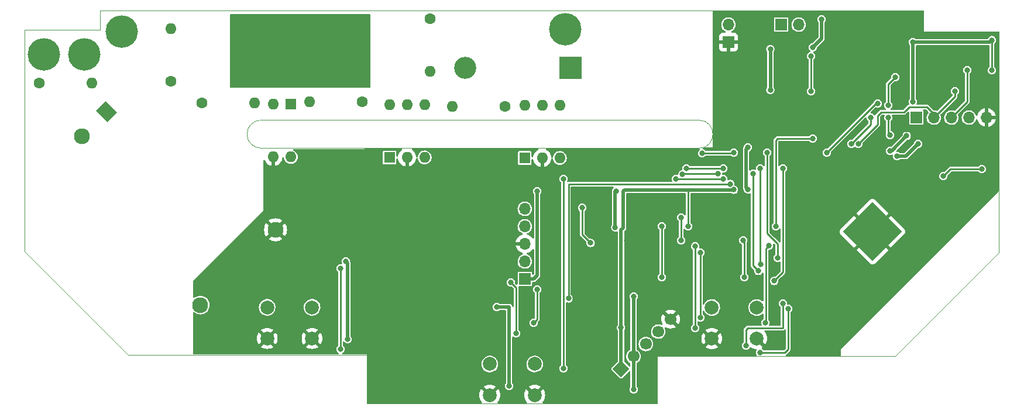
<source format=gbl>
G04 #@! TF.GenerationSoftware,KiCad,Pcbnew,(6.0.2)*
G04 #@! TF.CreationDate,2023-01-14T17:30:24+01:00*
G04 #@! TF.ProjectId,SenseEHajo,53656e73-6545-4486-916a-6f2e6b696361,rev?*
G04 #@! TF.SameCoordinates,Original*
G04 #@! TF.FileFunction,Copper,L2,Bot*
G04 #@! TF.FilePolarity,Positive*
%FSLAX46Y46*%
G04 Gerber Fmt 4.6, Leading zero omitted, Abs format (unit mm)*
G04 Created by KiCad (PCBNEW (6.0.2)) date 2023-01-14 17:30:24*
%MOMM*%
%LPD*%
G01*
G04 APERTURE LIST*
G04 Aperture macros list*
%AMHorizOval*
0 Thick line with rounded ends*
0 $1 width*
0 $2 $3 position (X,Y) of the first rounded end (center of the circle)*
0 $4 $5 position (X,Y) of the second rounded end (center of the circle)*
0 Add line between two ends*
20,1,$1,$2,$3,$4,$5,0*
0 Add two circle primitives to create the rounded ends*
1,1,$1,$2,$3*
1,1,$1,$4,$5*%
%AMRotRect*
0 Rectangle, with rotation*
0 The origin of the aperture is its center*
0 $1 length*
0 $2 width*
0 $3 Rotation angle, in degrees counterclockwise*
0 Add horizontal line*
21,1,$1,$2,0,0,$3*%
G04 Aperture macros list end*
G04 #@! TA.AperFunction,Profile*
%ADD10C,0.050000*%
G04 #@! TD*
G04 #@! TA.AperFunction,ComponentPad*
%ADD11C,3.100000*%
G04 #@! TD*
G04 #@! TA.AperFunction,ConnectorPad*
%ADD12C,4.700000*%
G04 #@! TD*
G04 #@! TA.AperFunction,ComponentPad*
%ADD13RotRect,2.300000X2.000000X315.000000*%
G04 #@! TD*
G04 #@! TA.AperFunction,ComponentPad*
%ADD14C,2.300000*%
G04 #@! TD*
G04 #@! TA.AperFunction,ComponentPad*
%ADD15RotRect,6.000000X6.000000X225.000000*%
G04 #@! TD*
G04 #@! TA.AperFunction,ComponentPad*
%ADD16R,3.200000X3.200000*%
G04 #@! TD*
G04 #@! TA.AperFunction,ComponentPad*
%ADD17O,3.200000X3.200000*%
G04 #@! TD*
G04 #@! TA.AperFunction,ComponentPad*
%ADD18RotRect,1.700000X1.700000X135.000000*%
G04 #@! TD*
G04 #@! TA.AperFunction,ComponentPad*
%ADD19HorizOval,1.700000X0.000000X0.000000X0.000000X0.000000X0*%
G04 #@! TD*
G04 #@! TA.AperFunction,ComponentPad*
%ADD20C,1.600000*%
G04 #@! TD*
G04 #@! TA.AperFunction,ComponentPad*
%ADD21O,1.600000X1.600000*%
G04 #@! TD*
G04 #@! TA.AperFunction,ComponentPad*
%ADD22R,1.600000X1.600000*%
G04 #@! TD*
G04 #@! TA.AperFunction,ComponentPad*
%ADD23R,1.700000X1.700000*%
G04 #@! TD*
G04 #@! TA.AperFunction,ComponentPad*
%ADD24O,1.700000X1.700000*%
G04 #@! TD*
G04 #@! TA.AperFunction,ComponentPad*
%ADD25C,2.000000*%
G04 #@! TD*
G04 #@! TA.AperFunction,ViaPad*
%ADD26C,0.800000*%
G04 #@! TD*
G04 #@! TA.AperFunction,Conductor*
%ADD27C,0.500000*%
G04 #@! TD*
G04 #@! TA.AperFunction,Conductor*
%ADD28C,0.250000*%
G04 #@! TD*
G04 APERTURE END LIST*
D10*
X23114000Y-55245000D02*
X23114000Y-23114000D01*
X57353200Y-36195000D02*
X76708000Y-36195000D01*
X76708000Y-40259000D02*
X57353200Y-40259000D01*
X120675400Y-40259000D02*
G75*
G03*
X120675400Y-36195000I0J2032000D01*
G01*
X164084000Y-49276000D02*
X164084000Y-55372000D01*
X112420400Y-36195000D02*
X76708000Y-36195000D01*
X76708000Y-40259000D02*
X120675400Y-40259000D01*
X118643400Y-20320000D02*
X153162000Y-20320000D01*
X112420400Y-36195000D02*
X120675400Y-36195000D01*
X114579400Y-20345400D02*
X118668800Y-20345400D01*
X118668800Y-20345400D02*
X118643400Y-20320000D01*
X34036000Y-23114000D02*
X34036000Y-20320000D01*
X164084000Y-23368000D02*
X164084000Y-30988000D01*
X153162000Y-20320000D02*
X153162000Y-23368000D01*
X114681000Y-77216000D02*
X72644000Y-77216000D01*
X114579400Y-20345400D02*
X34036000Y-20320000D01*
X57353200Y-36195000D02*
G75*
G03*
X57353200Y-40259000I-25401J-2032000D01*
G01*
X38100000Y-70231000D02*
X46761400Y-70231000D01*
X114681000Y-70358000D02*
X114681000Y-77216000D01*
X46761400Y-70231000D02*
X49072800Y-70231000D01*
X38100000Y-70231000D02*
X23114000Y-55245000D01*
X153162000Y-23368000D02*
X164084000Y-23368000D01*
X149098000Y-70358000D02*
X114681000Y-70358000D01*
X72644000Y-77216000D02*
X72644000Y-70231000D01*
X164084000Y-30988000D02*
X164084000Y-49276000D01*
X72644000Y-70231000D02*
X49072800Y-70231000D01*
X164084000Y-55372000D02*
X149098000Y-70358000D01*
X23114000Y-23114000D02*
X34036000Y-23114000D01*
D11*
X37150000Y-23380000D03*
D12*
X37150000Y-23380000D03*
D11*
X101350000Y-23050000D03*
D12*
X101350000Y-23050000D03*
D13*
X34970105Y-34958016D03*
D14*
X31434571Y-38493550D03*
X59436000Y-52070000D03*
X48546555Y-62959445D03*
D15*
X145796000Y-52324000D03*
D16*
X102070000Y-28600000D03*
D17*
X86830000Y-28600000D03*
D18*
X109419846Y-72190154D03*
D19*
X111215897Y-70394103D03*
X113011948Y-68598052D03*
X114808000Y-66802000D03*
X116604051Y-65005949D03*
D20*
X92620000Y-34250000D03*
D21*
X85000000Y-34250000D03*
D20*
X81788000Y-21488400D03*
D21*
X81788000Y-29108400D03*
D20*
X71970000Y-33560000D03*
D21*
X64350000Y-33560000D03*
D20*
X44270000Y-30607000D03*
D21*
X44270000Y-22987000D03*
D22*
X95478600Y-41681400D03*
D21*
X98018600Y-41681400D03*
X100558600Y-41681400D03*
X100558600Y-34061400D03*
X98018600Y-34061400D03*
X95478600Y-34061400D03*
D22*
X75920600Y-41605200D03*
D21*
X78460600Y-41605200D03*
X81000600Y-41605200D03*
X81000600Y-33985200D03*
X78460600Y-33985200D03*
X75920600Y-33985200D03*
D23*
X132588000Y-22352000D03*
D24*
X135128000Y-22352000D03*
D23*
X124968000Y-24892000D03*
D24*
X124968000Y-22352000D03*
D23*
X152146000Y-35814000D03*
D24*
X154686000Y-35814000D03*
X157226000Y-35814000D03*
X159766000Y-35814000D03*
X162306000Y-35814000D03*
D23*
X95504000Y-59182000D03*
D24*
X95504000Y-56642000D03*
X95504000Y-54102000D03*
X95504000Y-51562000D03*
X95504000Y-49022000D03*
D12*
X31750000Y-26670000D03*
D11*
X31750000Y-26670000D03*
X25908000Y-26670000D03*
D12*
X25908000Y-26670000D03*
D25*
X129055000Y-63318000D03*
X122555000Y-63318000D03*
X129055000Y-67818000D03*
X122555000Y-67818000D03*
X96924000Y-71501000D03*
X90424000Y-71501000D03*
X96924000Y-76001000D03*
X90424000Y-76001000D03*
X64719200Y-63292600D03*
X58219200Y-63292600D03*
X58219200Y-67792600D03*
X64719200Y-67792600D03*
D22*
X61645800Y-33909000D03*
D21*
X59105800Y-33909000D03*
X59105800Y-41529000D03*
X61645800Y-41529000D03*
D20*
X48742600Y-33680400D03*
D21*
X56362600Y-33680400D03*
D20*
X25196800Y-30861000D03*
D21*
X32816800Y-30861000D03*
D26*
X131851400Y-35407600D03*
X110591600Y-48158400D03*
X130657600Y-35458400D03*
X133045200Y-35382200D03*
X129463800Y-35509200D03*
X110269346Y-53556380D03*
X160423124Y-40135276D03*
X129540000Y-60553600D03*
X126390400Y-55143400D03*
X162814000Y-45542200D03*
X122605800Y-50952400D03*
X131572000Y-59478980D03*
X132842000Y-43180000D03*
X94234000Y-67056000D03*
X109419846Y-66239846D03*
X163093400Y-24612600D03*
X127799500Y-46228000D03*
X93472000Y-59690000D03*
X151638000Y-33528000D03*
X125758028Y-46272111D03*
X151638000Y-24892000D03*
X127762000Y-40132000D03*
X119126000Y-51562000D03*
X115316000Y-51562000D03*
X163093400Y-28981400D03*
X115316000Y-58928000D03*
X137160000Y-25654000D03*
X108712000Y-46482000D03*
X111252000Y-61722000D03*
X69876425Y-67931500D03*
X108583400Y-51732000D03*
X131026500Y-31819500D03*
X69596000Y-56642000D03*
X91440000Y-63246000D03*
X93218000Y-74676000D03*
X138430000Y-21590000D03*
X111252000Y-75184000D03*
X97282000Y-46482000D03*
X131026500Y-25908000D03*
X69940500Y-27849500D03*
X55880000Y-27940000D03*
X64770000Y-30480000D03*
X53340000Y-25400000D03*
X58420000Y-22860000D03*
X58420000Y-30480000D03*
X64770000Y-27940000D03*
X60960000Y-30480000D03*
X55880000Y-30480000D03*
X58420000Y-25400000D03*
X67310000Y-27940000D03*
X53340000Y-30480000D03*
X64770000Y-22860000D03*
X72390000Y-22860000D03*
X69850000Y-25400000D03*
X55880000Y-22860000D03*
X67310000Y-25400000D03*
X55880000Y-25400000D03*
X72390000Y-25400000D03*
X53340000Y-22860000D03*
X69850000Y-30480000D03*
X58420000Y-27940000D03*
X60960000Y-25400000D03*
X69850000Y-22860000D03*
X53340000Y-27940000D03*
X67310000Y-22860000D03*
X72480500Y-30389500D03*
X64770000Y-25400000D03*
X60960000Y-22860000D03*
X72390000Y-27940000D03*
X60960000Y-27940000D03*
X67310000Y-30480000D03*
X148082000Y-34036000D03*
X149098000Y-29972000D03*
X129540000Y-69850000D03*
X133604000Y-63500000D03*
X127508000Y-68834000D03*
X132845944Y-62736205D03*
X96774000Y-65532000D03*
X97282000Y-60706000D03*
X68834000Y-69342000D03*
X68834000Y-57658000D03*
X130556000Y-40894000D03*
X121142411Y-40997218D03*
X132080000Y-56134000D03*
X125730000Y-40894000D03*
X136906000Y-32004000D03*
X145542000Y-35814000D03*
X136906000Y-26924000D03*
X142748000Y-39624000D03*
X148082000Y-35814000D03*
X148336000Y-38354000D03*
X120904000Y-55372000D03*
X120904000Y-64770000D03*
X130810000Y-54356000D03*
X137160000Y-38857701D03*
X130302000Y-65532000D03*
X131826000Y-51562000D03*
X120142000Y-66294000D03*
X120142000Y-54469700D03*
X103784400Y-48882900D03*
X105019600Y-53975000D03*
X143760051Y-39636548D03*
X157734000Y-32004000D03*
X139192000Y-40894000D03*
X146558000Y-33782000D03*
X159512000Y-28956000D03*
X101092000Y-72136000D03*
X149352000Y-41402000D03*
X124206000Y-44704000D03*
X101092000Y-44704000D03*
X152400000Y-39624000D03*
X117348000Y-44704000D03*
X148336000Y-40640000D03*
X125222000Y-45428500D03*
X150749000Y-38481000D03*
X101816500Y-62022103D03*
X118110000Y-53594000D03*
X127254000Y-58928000D03*
X127111500Y-53594000D03*
X118110000Y-50292000D03*
X118317576Y-44011636D03*
X128524000Y-43942000D03*
X129286000Y-58029980D03*
X123444000Y-43942000D03*
X156065786Y-44305786D03*
X161620200Y-43281600D03*
X129540000Y-43180000D03*
X124206000Y-43180000D03*
X129655011Y-57101090D03*
X118872000Y-43180000D03*
D27*
X150622000Y-41402000D02*
X149352000Y-41402000D01*
D28*
X110269346Y-53556380D02*
X110591600Y-53234126D01*
X122605800Y-51358800D02*
X122605800Y-50952400D01*
X162306000Y-38252400D02*
X162306000Y-35814000D01*
X160423124Y-40135276D02*
X162306000Y-38252400D01*
X110591600Y-53234126D02*
X110591600Y-48158400D01*
X126390400Y-55143400D02*
X122605800Y-51358800D01*
D27*
X127799500Y-46228000D02*
X127508000Y-45936500D01*
D28*
X131572000Y-59478980D02*
X132842000Y-58208980D01*
X93472000Y-59690000D02*
X94234000Y-60452000D01*
X119126000Y-46482000D02*
X119380000Y-46228000D01*
X115316000Y-51562000D02*
X115316000Y-58928000D01*
D27*
X109728000Y-51788791D02*
X109728000Y-46482000D01*
X151638000Y-24892000D02*
X162814000Y-24892000D01*
X127508000Y-45936500D02*
X127508000Y-40386000D01*
X109931989Y-46278011D02*
X125752128Y-46278011D01*
D28*
X119454989Y-46153011D02*
X125638928Y-46153011D01*
X163093400Y-28981400D02*
X163093400Y-24612600D01*
X125638928Y-46153011D02*
X125758028Y-46272111D01*
D27*
X109419846Y-52096945D02*
X109728000Y-51788791D01*
X151638000Y-24892000D02*
X151638000Y-33528000D01*
X127508000Y-40386000D02*
X127762000Y-40132000D01*
X125752128Y-46278011D02*
X125758028Y-46272111D01*
D28*
X132842000Y-58208980D02*
X132842000Y-43180000D01*
D27*
X109419846Y-72190154D02*
X109419846Y-66239846D01*
X109419846Y-66239846D02*
X109419846Y-52096945D01*
X109728000Y-46482000D02*
X109931989Y-46278011D01*
D28*
X119126000Y-51562000D02*
X119126000Y-46482000D01*
D27*
X162814000Y-24892000D02*
X163093400Y-24612600D01*
D28*
X94234000Y-60452000D02*
X94234000Y-67056000D01*
X119380000Y-46228000D02*
X119454989Y-46153011D01*
D27*
X138430000Y-21590000D02*
X138430000Y-24384000D01*
X91440000Y-63246000D02*
X93218000Y-63246000D01*
X108583400Y-46610600D02*
X108712000Y-46482000D01*
X69850000Y-58420000D02*
X69850000Y-67905075D01*
X111215897Y-70394103D02*
X111215897Y-61758103D01*
X69596000Y-56642000D02*
X69850000Y-56896000D01*
X97282000Y-58674000D02*
X97282000Y-46482000D01*
X111215897Y-70394103D02*
X111215897Y-75147897D01*
X138430000Y-24384000D02*
X137160000Y-25654000D01*
X96774000Y-59182000D02*
X97282000Y-58674000D01*
X69850000Y-56896000D02*
X69850000Y-58420000D01*
X108583400Y-51732000D02*
X108583400Y-46610600D01*
X131026500Y-31819500D02*
X131026500Y-25908000D01*
X93218000Y-63246000D02*
X93218000Y-65532000D01*
X111215897Y-61758103D02*
X111252000Y-61722000D01*
X95504000Y-59182000D02*
X96774000Y-59182000D01*
X111215897Y-75147897D02*
X111252000Y-75184000D01*
X93218000Y-65532000D02*
X93218000Y-74676000D01*
X69850000Y-67905075D02*
X69876425Y-67931500D01*
D28*
X148082000Y-34036000D02*
X148082000Y-30988000D01*
X148082000Y-30988000D02*
X149098000Y-29972000D01*
X133604000Y-69342000D02*
X133604000Y-63500000D01*
X129540000Y-69850000D02*
X133096000Y-69850000D01*
X133096000Y-69850000D02*
X133604000Y-69342000D01*
X127762000Y-66294000D02*
X132842000Y-66294000D01*
X132842000Y-62740149D02*
X132845944Y-62736205D01*
X127508000Y-66548000D02*
X127762000Y-66294000D01*
X132842000Y-66294000D02*
X132842000Y-62740149D01*
X127508000Y-66802000D02*
X127508000Y-66548000D01*
X127508000Y-68834000D02*
X127508000Y-66802000D01*
X97282000Y-65024000D02*
X96774000Y-65532000D01*
X97282000Y-60706000D02*
X97282000Y-65024000D01*
X68834000Y-69342000D02*
X68834000Y-57658000D01*
X121142411Y-40997218D02*
X125626782Y-40997218D01*
X132080000Y-54102000D02*
X132080000Y-56134000D01*
X125626782Y-40997218D02*
X125730000Y-40894000D01*
X130556000Y-40894000D02*
X130556000Y-52578000D01*
X130556000Y-52578000D02*
X132080000Y-54102000D01*
X145542000Y-35814000D02*
X145542000Y-36830000D01*
X145542000Y-36830000D02*
X142748000Y-39624000D01*
X136906000Y-32004000D02*
X136906000Y-26924000D01*
X148336000Y-38354000D02*
X148082000Y-38100000D01*
X148082000Y-38100000D02*
X148082000Y-35814000D01*
X120904000Y-64770000D02*
X120904000Y-55372000D01*
X132084299Y-38857701D02*
X131826000Y-39116000D01*
X131826000Y-39116000D02*
X131826000Y-51562000D01*
X137160000Y-38857701D02*
X132084299Y-38857701D01*
X130379511Y-65454489D02*
X130302000Y-65532000D01*
X130810000Y-54356000D02*
X130379511Y-54786489D01*
X130379511Y-54786489D02*
X130379511Y-65454489D01*
X120142000Y-66294000D02*
X120142000Y-54469700D01*
X103784400Y-48882900D02*
X103784400Y-52739800D01*
X103784400Y-52739800D02*
X105019600Y-53975000D01*
X151130000Y-34290000D02*
X150368000Y-35052000D01*
X146558000Y-35560000D02*
X146558000Y-36838599D01*
X150368000Y-35052000D02*
X147066000Y-35052000D01*
X147066000Y-35052000D02*
X146558000Y-35560000D01*
X153670000Y-34290000D02*
X151130000Y-34290000D01*
X154686000Y-35814000D02*
X154686000Y-35306000D01*
X146558000Y-36838599D02*
X143760051Y-39636548D01*
X157734000Y-32004000D02*
X157734000Y-32766000D01*
X154686000Y-35306000D02*
X153670000Y-34290000D01*
X157734000Y-32766000D02*
X154686000Y-35814000D01*
X159512000Y-28956000D02*
X159512000Y-33528000D01*
X139192000Y-40894000D02*
X146304000Y-33782000D01*
X146304000Y-33782000D02*
X146558000Y-33782000D01*
X159512000Y-33528000D02*
X157226000Y-35814000D01*
D27*
X152400000Y-39624000D02*
X150622000Y-41402000D01*
D28*
X124173853Y-44736147D02*
X124206000Y-44704000D01*
X117348000Y-44704000D02*
X117380147Y-44736147D01*
X117380147Y-44736147D02*
X124173853Y-44736147D01*
X101092000Y-72136000D02*
X101092000Y-44704000D01*
X125184500Y-45466000D02*
X101854000Y-45466000D01*
X101816500Y-45503500D02*
X101816500Y-62022103D01*
D27*
X148590000Y-40640000D02*
X150749000Y-38481000D01*
D28*
X125222000Y-45428500D02*
X125184500Y-45466000D01*
X101854000Y-45466000D02*
X101816500Y-45503500D01*
D27*
X148336000Y-40640000D02*
X148590000Y-40640000D01*
D28*
X127254000Y-53736500D02*
X127254000Y-58928000D01*
X127111500Y-53594000D02*
X127254000Y-53736500D01*
X118110000Y-50292000D02*
X118110000Y-53594000D01*
X128524000Y-43942000D02*
X128524000Y-57267980D01*
X118387212Y-43942000D02*
X118317576Y-44011636D01*
X123444000Y-43942000D02*
X118387212Y-43942000D01*
X128524000Y-57267980D02*
X129286000Y-58029980D01*
X161620200Y-43281600D02*
X157089972Y-43281600D01*
X157089972Y-43281600D02*
X156065786Y-44305786D01*
X129540000Y-56986079D02*
X129655011Y-57101090D01*
X129540000Y-43180000D02*
X129540000Y-56986079D01*
X124206000Y-43180000D02*
X118872000Y-43180000D01*
G04 #@! TA.AperFunction,Conductor*
G36*
X73094121Y-20848002D02*
G01*
X73140614Y-20901658D01*
X73152000Y-20954000D01*
X73152000Y-31370000D01*
X73131998Y-31438121D01*
X73078342Y-31484614D01*
X73026000Y-31496000D01*
X52958000Y-31496000D01*
X52889879Y-31475998D01*
X52843386Y-31422342D01*
X52832000Y-31370000D01*
X52832000Y-20954000D01*
X52852002Y-20885879D01*
X52905658Y-20839386D01*
X52958000Y-20828000D01*
X73026000Y-20828000D01*
X73094121Y-20848002D01*
G37*
G04 #@! TD.AperFunction*
G04 #@! TA.AperFunction,Conductor*
G36*
X153079121Y-20365002D02*
G01*
X153125614Y-20418658D01*
X153137000Y-20471000D01*
X153137000Y-23363027D01*
X153136977Y-23363027D01*
X153136983Y-23363067D01*
X153134940Y-23368000D01*
X153137000Y-23372973D01*
X153142866Y-23387134D01*
X153162000Y-23395060D01*
X153166973Y-23393000D01*
X153183830Y-23393000D01*
X153184366Y-23393029D01*
X153184567Y-23393000D01*
X163933000Y-23393000D01*
X164001121Y-23413002D01*
X164047614Y-23466658D01*
X164059000Y-23519000D01*
X164059000Y-46454810D01*
X164038998Y-46522931D01*
X164022095Y-46543905D01*
X141224000Y-69342000D01*
X141224000Y-70207000D01*
X141203998Y-70275121D01*
X141150342Y-70321614D01*
X141098000Y-70333000D01*
X133377787Y-70333000D01*
X133309666Y-70312998D01*
X133263173Y-70259342D01*
X133253069Y-70189068D01*
X133282563Y-70124488D01*
X133296796Y-70110478D01*
X133298908Y-70108706D01*
X133308455Y-70103194D01*
X133332679Y-70074325D01*
X133340106Y-70066220D01*
X133820228Y-69586099D01*
X133828332Y-69578673D01*
X133844211Y-69565349D01*
X133857194Y-69554455D01*
X133876039Y-69521815D01*
X133881943Y-69512547D01*
X133897231Y-69490713D01*
X133903553Y-69481684D01*
X133906406Y-69471038D01*
X133907883Y-69467870D01*
X133909076Y-69464593D01*
X133914588Y-69455045D01*
X133921132Y-69417931D01*
X133923512Y-69407196D01*
X133930410Y-69381454D01*
X133933263Y-69370807D01*
X133932190Y-69358536D01*
X133929979Y-69333269D01*
X133929500Y-69322288D01*
X133929500Y-64069286D01*
X133949502Y-64001165D01*
X133978796Y-63969323D01*
X134025736Y-63933305D01*
X134032282Y-63928282D01*
X134128536Y-63802841D01*
X134189044Y-63656762D01*
X134209682Y-63500000D01*
X134189044Y-63343238D01*
X134128536Y-63197159D01*
X134032282Y-63071718D01*
X134019378Y-63061816D01*
X133945943Y-63005468D01*
X133906841Y-62975464D01*
X133760762Y-62914956D01*
X133604000Y-62894318D01*
X133590556Y-62896088D01*
X133520408Y-62885149D01*
X133467309Y-62838021D01*
X133448119Y-62769667D01*
X133449187Y-62754731D01*
X133451626Y-62736205D01*
X133430988Y-62579443D01*
X133370480Y-62433364D01*
X133274226Y-62307923D01*
X133148785Y-62211669D01*
X133002706Y-62151161D01*
X132845944Y-62130523D01*
X132689182Y-62151161D01*
X132543103Y-62211669D01*
X132417662Y-62307923D01*
X132321408Y-62433364D01*
X132260900Y-62579443D01*
X132240262Y-62736205D01*
X132260900Y-62892967D01*
X132321408Y-63039046D01*
X132417662Y-63164487D01*
X132424208Y-63169510D01*
X132424212Y-63169514D01*
X132467204Y-63202503D01*
X132509071Y-63259841D01*
X132516500Y-63302465D01*
X132516500Y-65842500D01*
X132496498Y-65910621D01*
X132442842Y-65957114D01*
X132390500Y-65968500D01*
X130959745Y-65968500D01*
X130891624Y-65948498D01*
X130845131Y-65894842D01*
X130835027Y-65824568D01*
X130843336Y-65794282D01*
X130883884Y-65696391D01*
X130887044Y-65688762D01*
X130907682Y-65532000D01*
X130887044Y-65375238D01*
X130826536Y-65229159D01*
X130731048Y-65104716D01*
X130705448Y-65038495D01*
X130705011Y-65028012D01*
X130705011Y-55086003D01*
X130725013Y-55017882D01*
X130778669Y-54971389D01*
X130814565Y-54961081D01*
X130958574Y-54942122D01*
X130966762Y-54941044D01*
X131112841Y-54880536D01*
X131238282Y-54784282D01*
X131334536Y-54658841D01*
X131395044Y-54512762D01*
X131415682Y-54356000D01*
X131395044Y-54199238D01*
X131397732Y-54198884D01*
X131399105Y-54141269D01*
X131438901Y-54082474D01*
X131504167Y-54054529D01*
X131574180Y-54066304D01*
X131608216Y-54090543D01*
X131717595Y-54199922D01*
X131751621Y-54262234D01*
X131754500Y-54289017D01*
X131754500Y-55564714D01*
X131734498Y-55632835D01*
X131705204Y-55664677D01*
X131651718Y-55705718D01*
X131555464Y-55831159D01*
X131494956Y-55977238D01*
X131474318Y-56134000D01*
X131494956Y-56290762D01*
X131555464Y-56436841D01*
X131651718Y-56562282D01*
X131777159Y-56658536D01*
X131923238Y-56719044D01*
X131931426Y-56720122D01*
X132001619Y-56729363D01*
X132080000Y-56739682D01*
X132088188Y-56738604D01*
X132228574Y-56720122D01*
X132236762Y-56719044D01*
X132342282Y-56675336D01*
X132412872Y-56667747D01*
X132476359Y-56699526D01*
X132512586Y-56760584D01*
X132516500Y-56791745D01*
X132516500Y-58021962D01*
X132496498Y-58090083D01*
X132479596Y-58111057D01*
X131744383Y-58846271D01*
X131682070Y-58880296D01*
X131638843Y-58882098D01*
X131572000Y-58873298D01*
X131415238Y-58893936D01*
X131269159Y-58954444D01*
X131143718Y-59050698D01*
X131047464Y-59176139D01*
X130986956Y-59322218D01*
X130966318Y-59478980D01*
X130986956Y-59635742D01*
X131047464Y-59781821D01*
X131143718Y-59907262D01*
X131269159Y-60003516D01*
X131415238Y-60064024D01*
X131572000Y-60084662D01*
X131580188Y-60083584D01*
X131720574Y-60065102D01*
X131728762Y-60064024D01*
X131874841Y-60003516D01*
X132000282Y-59907262D01*
X132096536Y-59781821D01*
X132157044Y-59635742D01*
X132177682Y-59478980D01*
X132168882Y-59412138D01*
X132179821Y-59341991D01*
X132204709Y-59306597D01*
X132614211Y-58897096D01*
X133058228Y-58453079D01*
X133066332Y-58445653D01*
X133086750Y-58428520D01*
X133095194Y-58421435D01*
X133100704Y-58411892D01*
X133100707Y-58411888D01*
X133114036Y-58388801D01*
X133119941Y-58379531D01*
X133135232Y-58357693D01*
X133141554Y-58348664D01*
X133144407Y-58338016D01*
X133145886Y-58334845D01*
X133147078Y-58331569D01*
X133152588Y-58322025D01*
X133159134Y-58284904D01*
X133161508Y-58274197D01*
X133171263Y-58237787D01*
X133167979Y-58200249D01*
X133167500Y-58189268D01*
X133167500Y-54985267D01*
X143500273Y-54985267D01*
X143500404Y-54987100D01*
X143504655Y-54993715D01*
X145468374Y-56957434D01*
X145473456Y-56961995D01*
X145513330Y-56994055D01*
X145526683Y-57002278D01*
X145643786Y-57055521D01*
X145660841Y-57060508D01*
X145787111Y-57078591D01*
X145804889Y-57078591D01*
X145931159Y-57060508D01*
X145948214Y-57055521D01*
X146065323Y-57002275D01*
X146078667Y-56994058D01*
X146118544Y-56961995D01*
X146123622Y-56957439D01*
X148084113Y-54996947D01*
X148091727Y-54983003D01*
X148091596Y-54981169D01*
X148087347Y-54974557D01*
X145808812Y-52696022D01*
X145794868Y-52688408D01*
X145793035Y-52688539D01*
X145786420Y-52692790D01*
X143507887Y-54971323D01*
X143500273Y-54985267D01*
X133167500Y-54985267D01*
X133167500Y-52332889D01*
X141041409Y-52332889D01*
X141059492Y-52459159D01*
X141064479Y-52476214D01*
X141117725Y-52593323D01*
X141125942Y-52606667D01*
X141158005Y-52646544D01*
X141162561Y-52651622D01*
X143123053Y-54612113D01*
X143136997Y-54619727D01*
X143138831Y-54619596D01*
X143145443Y-54615347D01*
X145423978Y-52336812D01*
X145430356Y-52325132D01*
X146160408Y-52325132D01*
X146160539Y-52326965D01*
X146164790Y-52333580D01*
X148443323Y-54612113D01*
X148457267Y-54619727D01*
X148459100Y-54619596D01*
X148465715Y-54615345D01*
X150429434Y-52651626D01*
X150433995Y-52646544D01*
X150466055Y-52606670D01*
X150474278Y-52593317D01*
X150527521Y-52476214D01*
X150532508Y-52459159D01*
X150550591Y-52332889D01*
X150550591Y-52315111D01*
X150532508Y-52188841D01*
X150527521Y-52171786D01*
X150474275Y-52054677D01*
X150466058Y-52041333D01*
X150433995Y-52001456D01*
X150429439Y-51996378D01*
X148468947Y-50035887D01*
X148455003Y-50028273D01*
X148453169Y-50028404D01*
X148446557Y-50032653D01*
X146168022Y-52311188D01*
X146160408Y-52325132D01*
X145430356Y-52325132D01*
X145431592Y-52322868D01*
X145431461Y-52321035D01*
X145427210Y-52314420D01*
X143148677Y-50035887D01*
X143134733Y-50028273D01*
X143132900Y-50028404D01*
X143126285Y-50032655D01*
X141162566Y-51996374D01*
X141158005Y-52001456D01*
X141125945Y-52041330D01*
X141117722Y-52054683D01*
X141064479Y-52171786D01*
X141059492Y-52188841D01*
X141041409Y-52315111D01*
X141041409Y-52332889D01*
X133167500Y-52332889D01*
X133167500Y-49664997D01*
X143500273Y-49664997D01*
X143500404Y-49666831D01*
X143504653Y-49673443D01*
X145783188Y-51951978D01*
X145797132Y-51959592D01*
X145798965Y-51959461D01*
X145805580Y-51955210D01*
X148084113Y-49676677D01*
X148091727Y-49662733D01*
X148091596Y-49660900D01*
X148087345Y-49654285D01*
X146123626Y-47690566D01*
X146118544Y-47686005D01*
X146078670Y-47653945D01*
X146065317Y-47645722D01*
X145948214Y-47592479D01*
X145931159Y-47587492D01*
X145804889Y-47569409D01*
X145787111Y-47569409D01*
X145660841Y-47587492D01*
X145643786Y-47592479D01*
X145526677Y-47645725D01*
X145513333Y-47653942D01*
X145473456Y-47686005D01*
X145468378Y-47690561D01*
X143507887Y-49651053D01*
X143500273Y-49664997D01*
X133167500Y-49664997D01*
X133167500Y-44305786D01*
X155460104Y-44305786D01*
X155480742Y-44462548D01*
X155541250Y-44608627D01*
X155637504Y-44734068D01*
X155762945Y-44830322D01*
X155909024Y-44890830D01*
X156065786Y-44911468D01*
X156073974Y-44910390D01*
X156214360Y-44891908D01*
X156222548Y-44890830D01*
X156368627Y-44830322D01*
X156494068Y-44734068D01*
X156590322Y-44608627D01*
X156650830Y-44462548D01*
X156671468Y-44305786D01*
X156662668Y-44238943D01*
X156673607Y-44168796D01*
X156698495Y-44133403D01*
X157187893Y-43644005D01*
X157250205Y-43609979D01*
X157276988Y-43607100D01*
X161050914Y-43607100D01*
X161119035Y-43627102D01*
X161150877Y-43656396D01*
X161183959Y-43699509D01*
X161191918Y-43709882D01*
X161317359Y-43806136D01*
X161463438Y-43866644D01*
X161620200Y-43887282D01*
X161628388Y-43886204D01*
X161644750Y-43884050D01*
X161776962Y-43866644D01*
X161923041Y-43806136D01*
X162048482Y-43709882D01*
X162056442Y-43699509D01*
X162099031Y-43644005D01*
X162144736Y-43584441D01*
X162205244Y-43438362D01*
X162225882Y-43281600D01*
X162205244Y-43124838D01*
X162144736Y-42978759D01*
X162048482Y-42853318D01*
X162040224Y-42846981D01*
X161975044Y-42796967D01*
X161923041Y-42757064D01*
X161776962Y-42696556D01*
X161620200Y-42675918D01*
X161463438Y-42696556D01*
X161317359Y-42757064D01*
X161265356Y-42796967D01*
X161200177Y-42846981D01*
X161191918Y-42853318D01*
X161186895Y-42859864D01*
X161150877Y-42906804D01*
X161093539Y-42948671D01*
X161050914Y-42956100D01*
X157109682Y-42956100D01*
X157098700Y-42955620D01*
X157072152Y-42953297D01*
X157072150Y-42953297D01*
X157061165Y-42952336D01*
X157024757Y-42962092D01*
X157014030Y-42964470D01*
X157010671Y-42965062D01*
X156976927Y-42971012D01*
X156967382Y-42976523D01*
X156964106Y-42977715D01*
X156960938Y-42979192D01*
X156950288Y-42982046D01*
X156941257Y-42988370D01*
X156919428Y-43003655D01*
X156910157Y-43009561D01*
X156887066Y-43022893D01*
X156877517Y-43028406D01*
X156870431Y-43036851D01*
X156853287Y-43057282D01*
X156845861Y-43065385D01*
X156238169Y-43673077D01*
X156175857Y-43707103D01*
X156132629Y-43708904D01*
X156065786Y-43700104D01*
X155909024Y-43720742D01*
X155762945Y-43781250D01*
X155637504Y-43877504D01*
X155541250Y-44002945D01*
X155480742Y-44149024D01*
X155479664Y-44157212D01*
X155476073Y-44184491D01*
X155460104Y-44305786D01*
X133167500Y-44305786D01*
X133167500Y-43749286D01*
X133187502Y-43681165D01*
X133216796Y-43649323D01*
X133263736Y-43613305D01*
X133270282Y-43608282D01*
X133366536Y-43482841D01*
X133427044Y-43336762D01*
X133447682Y-43180000D01*
X133427044Y-43023238D01*
X133366536Y-42877159D01*
X133279887Y-42764236D01*
X133275305Y-42758264D01*
X133270282Y-42751718D01*
X133144841Y-42655464D01*
X132998762Y-42594956D01*
X132924544Y-42585185D01*
X132850188Y-42575396D01*
X132842000Y-42574318D01*
X132833812Y-42575396D01*
X132759457Y-42585185D01*
X132685238Y-42594956D01*
X132539159Y-42655464D01*
X132413718Y-42751718D01*
X132408695Y-42758264D01*
X132408692Y-42758267D01*
X132377463Y-42798966D01*
X132320125Y-42840834D01*
X132249254Y-42845056D01*
X132187351Y-42810292D01*
X132154070Y-42747580D01*
X132151500Y-42722263D01*
X132151500Y-40894000D01*
X138586318Y-40894000D01*
X138587396Y-40902188D01*
X138604552Y-41032498D01*
X138606956Y-41050762D01*
X138667464Y-41196841D01*
X138763718Y-41322282D01*
X138889159Y-41418536D01*
X139035238Y-41479044D01*
X139192000Y-41499682D01*
X139200188Y-41498604D01*
X139340574Y-41480122D01*
X139348762Y-41479044D01*
X139494841Y-41418536D01*
X139620282Y-41322282D01*
X139716536Y-41196841D01*
X139777044Y-41050762D01*
X139779449Y-41032498D01*
X139796604Y-40902188D01*
X139797682Y-40894000D01*
X139788882Y-40827157D01*
X139799821Y-40757010D01*
X139824709Y-40721617D01*
X139906326Y-40640000D01*
X147730318Y-40640000D01*
X147750956Y-40796762D01*
X147811464Y-40942841D01*
X147907718Y-41068282D01*
X148033159Y-41164536D01*
X148179238Y-41225044D01*
X148336000Y-41245682D01*
X148344188Y-41244604D01*
X148484574Y-41226122D01*
X148492762Y-41225044D01*
X148500389Y-41221885D01*
X148500392Y-41221884D01*
X148583957Y-41187270D01*
X148654547Y-41179681D01*
X148718034Y-41211460D01*
X148754261Y-41272519D01*
X148757097Y-41320125D01*
X148746318Y-41402000D01*
X148747396Y-41410188D01*
X148763424Y-41531930D01*
X148766956Y-41558762D01*
X148827464Y-41704841D01*
X148884509Y-41779184D01*
X148917220Y-41821813D01*
X148923718Y-41830282D01*
X148930264Y-41835305D01*
X148944434Y-41846178D01*
X149049159Y-41926536D01*
X149195238Y-41987044D01*
X149352000Y-42007682D01*
X149360188Y-42006604D01*
X149500574Y-41988122D01*
X149508762Y-41987044D01*
X149654841Y-41926536D01*
X149717395Y-41878537D01*
X149783616Y-41852937D01*
X149794099Y-41852500D01*
X150587780Y-41852500D01*
X150602589Y-41853373D01*
X150636310Y-41857364D01*
X150645574Y-41855672D01*
X150645575Y-41855672D01*
X150694001Y-41846828D01*
X150697904Y-41846178D01*
X150746645Y-41838850D01*
X150746646Y-41838850D01*
X150755962Y-41837449D01*
X150762475Y-41834321D01*
X150769573Y-41833025D01*
X150821647Y-41805975D01*
X150825137Y-41804232D01*
X150878079Y-41778809D01*
X150883365Y-41773923D01*
X150883413Y-41773890D01*
X150889788Y-41770579D01*
X150894828Y-41766275D01*
X150932055Y-41729048D01*
X150935621Y-41725618D01*
X150958636Y-41704343D01*
X150977556Y-41686854D01*
X150981249Y-41680495D01*
X150986766Y-41674337D01*
X152405941Y-40255162D01*
X152468253Y-40221136D01*
X152478585Y-40219336D01*
X152556762Y-40209044D01*
X152702841Y-40148536D01*
X152807552Y-40068189D01*
X152821736Y-40057305D01*
X152828282Y-40052282D01*
X152924536Y-39926841D01*
X152985044Y-39780762D01*
X153005682Y-39624000D01*
X152985044Y-39467238D01*
X152924536Y-39321159D01*
X152856059Y-39231918D01*
X152833305Y-39202264D01*
X152828282Y-39195718D01*
X152811970Y-39183201D01*
X152709392Y-39104491D01*
X152702841Y-39099464D01*
X152556762Y-39038956D01*
X152400000Y-39018318D01*
X152243238Y-39038956D01*
X152097159Y-39099464D01*
X152090608Y-39104491D01*
X151988031Y-39183201D01*
X151971718Y-39195718D01*
X151966695Y-39202264D01*
X151943941Y-39231918D01*
X151875464Y-39321159D01*
X151814956Y-39467238D01*
X151813878Y-39475426D01*
X151813878Y-39475427D01*
X151804665Y-39545409D01*
X151775943Y-39610337D01*
X151768838Y-39618059D01*
X150472302Y-40914595D01*
X150409990Y-40948621D01*
X150383207Y-40951500D01*
X149794099Y-40951500D01*
X149725978Y-40931498D01*
X149717395Y-40925463D01*
X149687062Y-40902188D01*
X149654841Y-40877464D01*
X149508762Y-40816956D01*
X149496480Y-40815339D01*
X149356817Y-40796952D01*
X149291889Y-40768230D01*
X149252798Y-40708964D01*
X149251953Y-40637973D01*
X149284168Y-40582935D01*
X150754941Y-39112162D01*
X150817253Y-39078136D01*
X150827585Y-39076336D01*
X150905762Y-39066044D01*
X151051841Y-39005536D01*
X151177282Y-38909282D01*
X151273536Y-38783841D01*
X151334044Y-38637762D01*
X151354682Y-38481000D01*
X151334044Y-38324238D01*
X151273536Y-38178159D01*
X151177282Y-38052718D01*
X151051841Y-37956464D01*
X150905762Y-37895956D01*
X150749000Y-37875318D01*
X150592238Y-37895956D01*
X150446159Y-37956464D01*
X150320718Y-38052718D01*
X150224464Y-38178159D01*
X150163956Y-38324238D01*
X150162878Y-38332426D01*
X150162878Y-38332427D01*
X150153665Y-38402409D01*
X150124943Y-38467337D01*
X150117838Y-38475059D01*
X148576622Y-40016275D01*
X148514310Y-40050301D01*
X148471083Y-40052102D01*
X148336000Y-40034318D01*
X148179238Y-40054956D01*
X148171609Y-40058116D01*
X148160947Y-40062532D01*
X148033159Y-40115464D01*
X147968321Y-40165216D01*
X147930091Y-40194551D01*
X147907718Y-40211718D01*
X147902695Y-40218264D01*
X147890805Y-40233760D01*
X147811464Y-40337159D01*
X147750956Y-40483238D01*
X147730318Y-40640000D01*
X139906326Y-40640000D01*
X144731919Y-35814407D01*
X144794231Y-35780381D01*
X144865046Y-35785446D01*
X144921882Y-35827993D01*
X144945936Y-35887056D01*
X144956956Y-35970762D01*
X145017464Y-36116841D01*
X145068038Y-36182751D01*
X145096845Y-36220292D01*
X145113718Y-36242282D01*
X145120264Y-36247305D01*
X145167204Y-36283323D01*
X145209071Y-36340661D01*
X145216500Y-36383286D01*
X145216500Y-36642984D01*
X145196498Y-36711105D01*
X145179595Y-36732079D01*
X142920383Y-38991291D01*
X142858071Y-39025317D01*
X142814843Y-39027118D01*
X142748000Y-39018318D01*
X142591238Y-39038956D01*
X142445159Y-39099464D01*
X142438608Y-39104491D01*
X142336031Y-39183201D01*
X142319718Y-39195718D01*
X142314695Y-39202264D01*
X142291941Y-39231918D01*
X142223464Y-39321159D01*
X142162956Y-39467238D01*
X142142318Y-39624000D01*
X142162956Y-39780762D01*
X142223464Y-39926841D01*
X142319718Y-40052282D01*
X142326264Y-40057305D01*
X142340448Y-40068189D01*
X142445159Y-40148536D01*
X142591238Y-40209044D01*
X142748000Y-40229682D01*
X142756188Y-40228604D01*
X142896574Y-40210122D01*
X142904762Y-40209044D01*
X143050841Y-40148536D01*
X143057394Y-40143508D01*
X143057397Y-40143506D01*
X143170358Y-40056828D01*
X143236578Y-40031227D01*
X143306127Y-40045492D01*
X143331096Y-40063953D01*
X143331769Y-40064830D01*
X143457210Y-40161084D01*
X143575598Y-40210122D01*
X143595255Y-40218264D01*
X143603289Y-40221592D01*
X143611477Y-40222670D01*
X143656551Y-40228604D01*
X143760051Y-40242230D01*
X143768239Y-40241152D01*
X143908625Y-40222670D01*
X143916813Y-40221592D01*
X143924848Y-40218264D01*
X143944504Y-40210122D01*
X144062892Y-40161084D01*
X144188333Y-40064830D01*
X144199482Y-40050301D01*
X144228689Y-40012237D01*
X144284587Y-39939389D01*
X144345095Y-39793310D01*
X144365733Y-39636548D01*
X144356933Y-39569705D01*
X144367872Y-39499558D01*
X144392760Y-39464165D01*
X145581109Y-38275817D01*
X146774222Y-37082704D01*
X146782326Y-37075277D01*
X146802749Y-37058140D01*
X146811194Y-37051054D01*
X146830039Y-37018414D01*
X146835943Y-37009146D01*
X146851231Y-36987312D01*
X146857553Y-36978283D01*
X146860406Y-36967637D01*
X146861883Y-36964469D01*
X146863076Y-36961192D01*
X146868588Y-36951644D01*
X146875132Y-36914530D01*
X146877512Y-36903795D01*
X146884410Y-36878053D01*
X146887263Y-36867406D01*
X146886051Y-36853546D01*
X146883979Y-36829868D01*
X146883500Y-36818887D01*
X146883500Y-35747017D01*
X146903502Y-35678896D01*
X146920405Y-35657921D01*
X147163923Y-35414404D01*
X147226235Y-35380379D01*
X147253018Y-35377500D01*
X147424255Y-35377500D01*
X147492376Y-35397502D01*
X147538869Y-35451158D01*
X147548973Y-35521432D01*
X147540664Y-35551717D01*
X147496956Y-35657238D01*
X147476318Y-35814000D01*
X147496956Y-35970762D01*
X147557464Y-36116841D01*
X147608038Y-36182751D01*
X147636845Y-36220292D01*
X147653718Y-36242282D01*
X147660264Y-36247305D01*
X147707204Y-36283323D01*
X147749071Y-36340661D01*
X147756500Y-36383286D01*
X147756500Y-38080290D01*
X147756020Y-38091272D01*
X147752736Y-38128807D01*
X147755590Y-38139459D01*
X147756551Y-38150439D01*
X147752864Y-38150762D01*
X147752835Y-38192701D01*
X147750956Y-38197238D01*
X147749878Y-38205426D01*
X147743744Y-38252019D01*
X147730318Y-38354000D01*
X147750956Y-38510762D01*
X147811464Y-38656841D01*
X147907718Y-38782282D01*
X148033159Y-38878536D01*
X148179238Y-38939044D01*
X148336000Y-38959682D01*
X148344188Y-38958604D01*
X148484574Y-38940122D01*
X148492762Y-38939044D01*
X148638841Y-38878536D01*
X148764282Y-38782282D01*
X148860536Y-38656841D01*
X148921044Y-38510762D01*
X148941682Y-38354000D01*
X148928256Y-38252019D01*
X148922122Y-38205426D01*
X148921044Y-38197238D01*
X148860536Y-38051159D01*
X148764282Y-37925718D01*
X148638841Y-37829464D01*
X148492762Y-37768956D01*
X148493311Y-37767630D01*
X148440269Y-37735301D01*
X148409245Y-37671442D01*
X148407500Y-37650543D01*
X148407500Y-36383286D01*
X148427502Y-36315165D01*
X148456796Y-36283323D01*
X148503736Y-36247305D01*
X148510282Y-36242282D01*
X148527156Y-36220292D01*
X148555962Y-36182751D01*
X148606536Y-36116841D01*
X148667044Y-35970762D01*
X148687682Y-35814000D01*
X148667044Y-35657238D01*
X148623336Y-35551718D01*
X148615747Y-35481128D01*
X148647526Y-35417641D01*
X148708584Y-35381414D01*
X148739745Y-35377500D01*
X150348290Y-35377500D01*
X150359272Y-35377980D01*
X150385820Y-35380303D01*
X150385822Y-35380303D01*
X150396807Y-35381264D01*
X150433215Y-35371508D01*
X150443942Y-35369130D01*
X150447301Y-35368538D01*
X150481045Y-35362588D01*
X150490590Y-35357077D01*
X150493866Y-35355885D01*
X150497034Y-35354408D01*
X150507684Y-35351554D01*
X150538544Y-35329945D01*
X150547815Y-35324039D01*
X150570906Y-35310707D01*
X150580455Y-35305194D01*
X150604685Y-35276317D01*
X150612111Y-35268215D01*
X150880405Y-34999921D01*
X150942717Y-34965895D01*
X151013532Y-34970960D01*
X151070368Y-35013507D01*
X151095179Y-35080027D01*
X151095500Y-35089016D01*
X151095500Y-36683748D01*
X151096707Y-36689816D01*
X151100331Y-36708033D01*
X151107133Y-36742231D01*
X151151448Y-36808552D01*
X151217769Y-36852867D01*
X151229938Y-36855288D01*
X151229939Y-36855288D01*
X151247631Y-36858807D01*
X151276252Y-36864500D01*
X153015748Y-36864500D01*
X153044369Y-36858807D01*
X153062061Y-36855288D01*
X153062062Y-36855288D01*
X153074231Y-36852867D01*
X153140552Y-36808552D01*
X153184867Y-36742231D01*
X153191670Y-36708033D01*
X153195293Y-36689816D01*
X153196500Y-36683748D01*
X153196500Y-34944252D01*
X153189734Y-34910237D01*
X153187288Y-34897939D01*
X153187288Y-34897938D01*
X153184867Y-34885769D01*
X153153782Y-34839247D01*
X153140552Y-34819448D01*
X153141752Y-34818646D01*
X153114251Y-34768283D01*
X153119316Y-34697468D01*
X153161863Y-34640632D01*
X153228383Y-34615821D01*
X153237372Y-34615500D01*
X153482984Y-34615500D01*
X153551105Y-34635502D01*
X153572079Y-34652405D01*
X153880426Y-34960752D01*
X153914452Y-35023064D01*
X153909387Y-35093879D01*
X153887855Y-35130833D01*
X153815024Y-35217630D01*
X153812056Y-35223028D01*
X153812053Y-35223033D01*
X153722617Y-35385718D01*
X153715776Y-35398162D01*
X153653484Y-35594532D01*
X153652798Y-35600649D01*
X153652797Y-35600653D01*
X153647306Y-35649609D01*
X153630520Y-35799262D01*
X153647759Y-36004553D01*
X153649458Y-36010478D01*
X153702379Y-36195034D01*
X153704544Y-36202586D01*
X153707359Y-36208063D01*
X153707360Y-36208066D01*
X153795055Y-36378703D01*
X153798712Y-36385818D01*
X153926677Y-36547270D01*
X153931370Y-36551264D01*
X153931371Y-36551265D01*
X154060444Y-36661114D01*
X154083564Y-36680791D01*
X154088942Y-36683797D01*
X154088944Y-36683798D01*
X154127342Y-36705258D01*
X154263398Y-36781297D01*
X154347280Y-36808552D01*
X154453471Y-36843056D01*
X154453475Y-36843057D01*
X154459329Y-36844959D01*
X154663894Y-36869351D01*
X154670029Y-36868879D01*
X154670031Y-36868879D01*
X154742625Y-36863293D01*
X154869300Y-36853546D01*
X154875230Y-36851890D01*
X154875232Y-36851890D01*
X155061797Y-36799800D01*
X155061796Y-36799800D01*
X155067725Y-36798145D01*
X155073214Y-36795372D01*
X155073220Y-36795370D01*
X155246116Y-36708033D01*
X155251610Y-36705258D01*
X155267345Y-36692965D01*
X155409101Y-36582213D01*
X155413951Y-36578424D01*
X155471992Y-36511183D01*
X155544540Y-36427134D01*
X155544540Y-36427133D01*
X155548564Y-36422472D01*
X155569387Y-36385818D01*
X155605355Y-36322502D01*
X155650323Y-36243344D01*
X155715351Y-36047863D01*
X155741171Y-35843474D01*
X155741583Y-35814000D01*
X155740138Y-35799262D01*
X156170520Y-35799262D01*
X156187759Y-36004553D01*
X156189458Y-36010478D01*
X156242379Y-36195034D01*
X156244544Y-36202586D01*
X156247359Y-36208063D01*
X156247360Y-36208066D01*
X156335055Y-36378703D01*
X156338712Y-36385818D01*
X156466677Y-36547270D01*
X156471370Y-36551264D01*
X156471371Y-36551265D01*
X156600444Y-36661114D01*
X156623564Y-36680791D01*
X156628942Y-36683797D01*
X156628944Y-36683798D01*
X156667342Y-36705258D01*
X156803398Y-36781297D01*
X156887280Y-36808552D01*
X156993471Y-36843056D01*
X156993475Y-36843057D01*
X156999329Y-36844959D01*
X157203894Y-36869351D01*
X157210029Y-36868879D01*
X157210031Y-36868879D01*
X157282625Y-36863293D01*
X157409300Y-36853546D01*
X157415230Y-36851890D01*
X157415232Y-36851890D01*
X157601797Y-36799800D01*
X157601796Y-36799800D01*
X157607725Y-36798145D01*
X157613214Y-36795372D01*
X157613220Y-36795370D01*
X157786116Y-36708033D01*
X157791610Y-36705258D01*
X157807345Y-36692965D01*
X157949101Y-36582213D01*
X157953951Y-36578424D01*
X158011992Y-36511183D01*
X158084540Y-36427134D01*
X158084540Y-36427133D01*
X158088564Y-36422472D01*
X158109387Y-36385818D01*
X158145355Y-36322502D01*
X158190323Y-36243344D01*
X158255351Y-36047863D01*
X158281171Y-35843474D01*
X158281583Y-35814000D01*
X158280138Y-35799262D01*
X158710520Y-35799262D01*
X158727759Y-36004553D01*
X158729458Y-36010478D01*
X158782379Y-36195034D01*
X158784544Y-36202586D01*
X158787359Y-36208063D01*
X158787360Y-36208066D01*
X158875055Y-36378703D01*
X158878712Y-36385818D01*
X159006677Y-36547270D01*
X159011370Y-36551264D01*
X159011371Y-36551265D01*
X159140444Y-36661114D01*
X159163564Y-36680791D01*
X159168942Y-36683797D01*
X159168944Y-36683798D01*
X159207342Y-36705258D01*
X159343398Y-36781297D01*
X159427280Y-36808552D01*
X159533471Y-36843056D01*
X159533475Y-36843057D01*
X159539329Y-36844959D01*
X159743894Y-36869351D01*
X159750029Y-36868879D01*
X159750031Y-36868879D01*
X159822625Y-36863293D01*
X159949300Y-36853546D01*
X159955230Y-36851890D01*
X159955232Y-36851890D01*
X160141797Y-36799800D01*
X160141796Y-36799800D01*
X160147725Y-36798145D01*
X160153214Y-36795372D01*
X160153220Y-36795370D01*
X160326116Y-36708033D01*
X160331610Y-36705258D01*
X160347345Y-36692965D01*
X160489101Y-36582213D01*
X160493951Y-36578424D01*
X160551992Y-36511183D01*
X160624540Y-36427134D01*
X160624540Y-36427133D01*
X160628564Y-36422472D01*
X160649387Y-36385818D01*
X160685355Y-36322502D01*
X160730323Y-36243344D01*
X160739271Y-36216444D01*
X160754496Y-36170678D01*
X160794978Y-36112354D01*
X160860566Y-36085175D01*
X160930437Y-36097770D01*
X160982406Y-36146141D01*
X160996971Y-36182751D01*
X161004564Y-36216444D01*
X161007645Y-36226275D01*
X161087770Y-36423603D01*
X161092413Y-36432794D01*
X161203694Y-36614388D01*
X161209777Y-36622699D01*
X161349213Y-36783667D01*
X161356580Y-36790883D01*
X161520434Y-36926916D01*
X161528881Y-36932831D01*
X161712756Y-37040279D01*
X161722042Y-37044729D01*
X161921001Y-37120703D01*
X161930899Y-37123579D01*
X162034250Y-37144606D01*
X162048299Y-37143410D01*
X162052000Y-37133065D01*
X162052000Y-37132517D01*
X162560000Y-37132517D01*
X162564064Y-37146359D01*
X162577478Y-37148393D01*
X162584184Y-37147534D01*
X162594262Y-37145392D01*
X162798255Y-37084191D01*
X162807842Y-37080433D01*
X162999095Y-36986739D01*
X163007945Y-36981464D01*
X163181328Y-36857792D01*
X163189200Y-36851139D01*
X163340052Y-36700812D01*
X163346730Y-36692965D01*
X163471003Y-36520020D01*
X163476313Y-36511183D01*
X163570670Y-36320267D01*
X163574469Y-36310672D01*
X163636377Y-36106910D01*
X163638555Y-36096837D01*
X163639986Y-36085962D01*
X163637775Y-36071778D01*
X163624617Y-36068000D01*
X162578115Y-36068000D01*
X162562876Y-36072475D01*
X162561671Y-36073865D01*
X162560000Y-36081548D01*
X162560000Y-37132517D01*
X162052000Y-37132517D01*
X162052000Y-35541885D01*
X162560000Y-35541885D01*
X162564475Y-35557124D01*
X162565865Y-35558329D01*
X162573548Y-35560000D01*
X163624344Y-35560000D01*
X163637875Y-35556027D01*
X163639180Y-35546947D01*
X163597214Y-35379875D01*
X163593894Y-35370124D01*
X163508972Y-35174814D01*
X163504105Y-35165739D01*
X163388426Y-34986926D01*
X163382136Y-34978757D01*
X163238806Y-34821240D01*
X163231273Y-34814215D01*
X163064139Y-34682222D01*
X163055552Y-34676517D01*
X162869117Y-34573599D01*
X162859705Y-34569369D01*
X162658959Y-34498280D01*
X162648988Y-34495646D01*
X162577837Y-34482972D01*
X162564540Y-34484432D01*
X162560000Y-34498989D01*
X162560000Y-35541885D01*
X162052000Y-35541885D01*
X162052000Y-34497102D01*
X162048082Y-34483758D01*
X162033806Y-34481771D01*
X161995324Y-34487660D01*
X161985288Y-34490051D01*
X161782868Y-34556212D01*
X161773359Y-34560209D01*
X161584463Y-34658542D01*
X161575738Y-34664036D01*
X161405433Y-34791905D01*
X161397726Y-34798748D01*
X161250590Y-34952717D01*
X161244104Y-34960727D01*
X161124098Y-35136649D01*
X161119000Y-35145623D01*
X161029338Y-35338783D01*
X161025775Y-35348470D01*
X160997012Y-35452185D01*
X160959533Y-35512483D01*
X160895405Y-35542946D01*
X160824986Y-35533903D01*
X160770636Y-35488224D01*
X160754973Y-35454933D01*
X160753833Y-35451158D01*
X160741935Y-35411749D01*
X160645218Y-35229849D01*
X160538367Y-35098837D01*
X160518906Y-35074975D01*
X160518903Y-35074972D01*
X160515011Y-35070200D01*
X160485195Y-35045534D01*
X160361025Y-34942811D01*
X160361021Y-34942809D01*
X160356275Y-34938882D01*
X160175055Y-34840897D01*
X159978254Y-34779977D01*
X159972129Y-34779333D01*
X159972128Y-34779333D01*
X159779498Y-34759087D01*
X159779496Y-34759087D01*
X159773369Y-34758443D01*
X159686659Y-34766334D01*
X159574342Y-34776555D01*
X159574339Y-34776556D01*
X159568203Y-34777114D01*
X159370572Y-34835280D01*
X159365107Y-34838137D01*
X159361962Y-34839781D01*
X159188002Y-34930726D01*
X159183201Y-34934586D01*
X159183198Y-34934588D01*
X159032254Y-35055950D01*
X159027447Y-35059815D01*
X158895024Y-35217630D01*
X158892056Y-35223028D01*
X158892053Y-35223033D01*
X158802617Y-35385718D01*
X158795776Y-35398162D01*
X158733484Y-35594532D01*
X158732798Y-35600649D01*
X158732797Y-35600653D01*
X158727306Y-35649609D01*
X158710520Y-35799262D01*
X158280138Y-35799262D01*
X158261480Y-35608970D01*
X158201935Y-35411749D01*
X158200312Y-35408696D01*
X158192944Y-35339024D01*
X158227808Y-35272518D01*
X158950259Y-34550068D01*
X159728222Y-33772105D01*
X159736326Y-33764678D01*
X159756750Y-33747540D01*
X159765194Y-33740455D01*
X159770704Y-33730912D01*
X159770707Y-33730908D01*
X159784036Y-33707821D01*
X159789941Y-33698551D01*
X159805232Y-33676713D01*
X159811554Y-33667684D01*
X159814407Y-33657036D01*
X159815886Y-33653865D01*
X159817078Y-33650589D01*
X159822588Y-33641045D01*
X159829134Y-33603924D01*
X159831508Y-33593217D01*
X159841263Y-33556807D01*
X159839068Y-33531711D01*
X159837979Y-33519269D01*
X159837500Y-33508288D01*
X159837500Y-29525286D01*
X159857502Y-29457165D01*
X159886796Y-29425323D01*
X159933736Y-29389305D01*
X159940282Y-29384282D01*
X160036536Y-29258841D01*
X160097044Y-29112762D01*
X160117682Y-28956000D01*
X160097044Y-28799238D01*
X160036536Y-28653159D01*
X159954066Y-28545682D01*
X159945305Y-28534264D01*
X159940282Y-28527718D01*
X159814841Y-28431464D01*
X159668762Y-28370956D01*
X159512000Y-28350318D01*
X159355238Y-28370956D01*
X159209159Y-28431464D01*
X159083718Y-28527718D01*
X159078695Y-28534264D01*
X159069934Y-28545682D01*
X158987464Y-28653159D01*
X158926956Y-28799238D01*
X158906318Y-28956000D01*
X158926956Y-29112762D01*
X158987464Y-29258841D01*
X159083718Y-29384282D01*
X159090264Y-29389305D01*
X159137204Y-29425323D01*
X159179071Y-29482661D01*
X159186500Y-29525286D01*
X159186500Y-33340983D01*
X159166498Y-33409104D01*
X159149595Y-33430078D01*
X157767490Y-34812183D01*
X157705178Y-34846209D01*
X157635400Y-34839781D01*
X157635055Y-34840897D01*
X157629776Y-34839263D01*
X157629777Y-34839263D01*
X157438254Y-34779977D01*
X157432129Y-34779333D01*
X157432128Y-34779333D01*
X157239498Y-34759087D01*
X157239496Y-34759087D01*
X157233369Y-34758443D01*
X157146659Y-34766334D01*
X157034342Y-34776555D01*
X157034339Y-34776556D01*
X157028203Y-34777114D01*
X156830572Y-34835280D01*
X156825107Y-34838137D01*
X156821962Y-34839781D01*
X156648002Y-34930726D01*
X156643201Y-34934586D01*
X156643198Y-34934588D01*
X156492254Y-35055950D01*
X156487447Y-35059815D01*
X156355024Y-35217630D01*
X156352056Y-35223028D01*
X156352053Y-35223033D01*
X156262617Y-35385718D01*
X156255776Y-35398162D01*
X156193484Y-35594532D01*
X156192798Y-35600649D01*
X156192797Y-35600653D01*
X156187306Y-35649609D01*
X156170520Y-35799262D01*
X155740138Y-35799262D01*
X155721480Y-35608970D01*
X155661935Y-35411749D01*
X155660312Y-35408696D01*
X155652944Y-35339024D01*
X155687808Y-35272518D01*
X157950215Y-33010111D01*
X157958319Y-33002684D01*
X157964805Y-32997241D01*
X157987194Y-32978455D01*
X157996630Y-32962111D01*
X158006039Y-32945815D01*
X158011945Y-32936544D01*
X158033554Y-32905684D01*
X158036408Y-32895034D01*
X158037885Y-32891866D01*
X158039077Y-32888590D01*
X158044588Y-32879045D01*
X158051130Y-32841942D01*
X158053509Y-32831210D01*
X158060410Y-32805456D01*
X158063264Y-32794807D01*
X158059980Y-32757272D01*
X158059500Y-32746290D01*
X158059500Y-32573286D01*
X158079502Y-32505165D01*
X158108796Y-32473323D01*
X158155736Y-32437305D01*
X158162282Y-32432282D01*
X158258536Y-32306841D01*
X158319044Y-32160762D01*
X158339682Y-32004000D01*
X158319044Y-31847238D01*
X158258536Y-31701159D01*
X158162282Y-31575718D01*
X158036841Y-31479464D01*
X157890762Y-31418956D01*
X157734000Y-31398318D01*
X157577238Y-31418956D01*
X157431159Y-31479464D01*
X157305718Y-31575718D01*
X157209464Y-31701159D01*
X157148956Y-31847238D01*
X157128318Y-32004000D01*
X157148956Y-32160762D01*
X157209464Y-32306841D01*
X157305718Y-32432282D01*
X157312264Y-32437305D01*
X157359204Y-32473323D01*
X157401071Y-32530661D01*
X157408500Y-32573286D01*
X157408500Y-32578984D01*
X157388498Y-32647105D01*
X157371595Y-32668079D01*
X155227491Y-34812183D01*
X155165179Y-34846209D01*
X155095400Y-34839783D01*
X155095055Y-34840897D01*
X155089786Y-34839266D01*
X154898254Y-34779977D01*
X154892129Y-34779333D01*
X154892128Y-34779333D01*
X154699498Y-34759087D01*
X154699496Y-34759087D01*
X154693369Y-34758443D01*
X154665440Y-34760985D01*
X154595788Y-34747240D01*
X154564925Y-34724599D01*
X153914111Y-34073785D01*
X153906684Y-34065681D01*
X153889541Y-34045251D01*
X153889542Y-34045251D01*
X153882455Y-34036806D01*
X153866877Y-34027812D01*
X153849815Y-34017961D01*
X153840544Y-34012055D01*
X153818715Y-33996770D01*
X153809684Y-33990446D01*
X153799034Y-33987592D01*
X153795866Y-33986115D01*
X153792590Y-33984923D01*
X153783045Y-33979412D01*
X153749301Y-33973462D01*
X153745942Y-33972870D01*
X153735215Y-33970492D01*
X153698807Y-33960736D01*
X153687822Y-33961697D01*
X153687820Y-33961697D01*
X153661272Y-33964020D01*
X153650290Y-33964500D01*
X152295745Y-33964500D01*
X152227624Y-33944498D01*
X152181131Y-33890842D01*
X152171027Y-33820568D01*
X152179336Y-33790282D01*
X152219884Y-33692391D01*
X152223044Y-33684762D01*
X152243682Y-33528000D01*
X152223044Y-33371238D01*
X152162536Y-33225159D01*
X152114537Y-33162605D01*
X152088937Y-33096384D01*
X152088500Y-33085901D01*
X152088500Y-25468500D01*
X152108502Y-25400379D01*
X152162158Y-25353886D01*
X152214500Y-25342500D01*
X162641900Y-25342500D01*
X162710021Y-25362502D01*
X162756514Y-25416158D01*
X162767900Y-25468500D01*
X162767900Y-28412114D01*
X162747898Y-28480235D01*
X162718604Y-28512077D01*
X162665118Y-28553118D01*
X162568864Y-28678559D01*
X162508356Y-28824638D01*
X162487718Y-28981400D01*
X162508356Y-29138162D01*
X162568864Y-29284241D01*
X162573891Y-29290792D01*
X162650105Y-29390116D01*
X162665118Y-29409682D01*
X162790559Y-29505936D01*
X162936638Y-29566444D01*
X163093400Y-29587082D01*
X163101588Y-29586004D01*
X163241974Y-29567522D01*
X163250162Y-29566444D01*
X163396241Y-29505936D01*
X163521682Y-29409682D01*
X163536696Y-29390116D01*
X163612909Y-29290792D01*
X163617936Y-29284241D01*
X163678444Y-29138162D01*
X163699082Y-28981400D01*
X163678444Y-28824638D01*
X163617936Y-28678559D01*
X163521682Y-28553118D01*
X163468196Y-28512077D01*
X163426329Y-28454739D01*
X163418900Y-28412114D01*
X163418900Y-25181886D01*
X163438902Y-25113765D01*
X163468196Y-25081923D01*
X163515136Y-25045905D01*
X163521682Y-25040882D01*
X163617936Y-24915441D01*
X163678444Y-24769362D01*
X163682937Y-24735238D01*
X163698004Y-24620788D01*
X163699082Y-24612600D01*
X163678444Y-24455838D01*
X163617936Y-24309759D01*
X163521682Y-24184318D01*
X163396241Y-24088064D01*
X163250162Y-24027556D01*
X163093400Y-24006918D01*
X162936638Y-24027556D01*
X162790559Y-24088064D01*
X162665118Y-24184318D01*
X162568864Y-24309759D01*
X162565704Y-24317388D01*
X162565701Y-24317393D01*
X162546512Y-24363719D01*
X162501964Y-24419000D01*
X162430104Y-24441500D01*
X152080099Y-24441500D01*
X152011978Y-24421498D01*
X152003395Y-24415463D01*
X151947392Y-24372491D01*
X151940841Y-24367464D01*
X151794762Y-24306956D01*
X151638000Y-24286318D01*
X151481238Y-24306956D01*
X151335159Y-24367464D01*
X151209718Y-24463718D01*
X151113464Y-24589159D01*
X151052956Y-24735238D01*
X151051878Y-24743426D01*
X151047459Y-24776991D01*
X151032318Y-24892000D01*
X151052956Y-25048762D01*
X151113464Y-25194841D01*
X151137157Y-25225718D01*
X151161463Y-25257395D01*
X151187063Y-25323616D01*
X151187500Y-25334099D01*
X151187500Y-33085901D01*
X151167498Y-33154022D01*
X151161463Y-33162605D01*
X151113464Y-33225159D01*
X151052956Y-33371238D01*
X151032318Y-33528000D01*
X151052956Y-33684762D01*
X151056115Y-33692389D01*
X151056116Y-33692392D01*
X151104662Y-33809592D01*
X151112251Y-33880182D01*
X151080472Y-33943669D01*
X151031346Y-33976212D01*
X151027815Y-33977497D01*
X151016955Y-33979412D01*
X151007407Y-33984925D01*
X151004128Y-33986118D01*
X151000967Y-33987592D01*
X150990316Y-33990446D01*
X150981285Y-33996770D01*
X150959456Y-34012055D01*
X150950185Y-34017961D01*
X150933123Y-34027812D01*
X150917545Y-34036806D01*
X150910459Y-34045251D01*
X150893315Y-34065682D01*
X150885889Y-34073785D01*
X150270079Y-34689595D01*
X150207767Y-34723621D01*
X150180984Y-34726500D01*
X148539737Y-34726500D01*
X148471616Y-34706498D01*
X148425123Y-34652842D01*
X148415019Y-34582568D01*
X148444513Y-34517988D01*
X148463034Y-34500537D01*
X148503733Y-34469308D01*
X148503736Y-34469305D01*
X148510282Y-34464282D01*
X148606536Y-34338841D01*
X148667044Y-34192762D01*
X148687682Y-34036000D01*
X148667044Y-33879238D01*
X148606536Y-33733159D01*
X148510282Y-33607718D01*
X148456796Y-33566677D01*
X148414929Y-33509339D01*
X148407500Y-33466714D01*
X148407500Y-31175016D01*
X148427502Y-31106895D01*
X148444405Y-31085921D01*
X148925617Y-30604709D01*
X148987929Y-30570683D01*
X149031157Y-30568882D01*
X149098000Y-30577682D01*
X149106188Y-30576604D01*
X149246574Y-30558122D01*
X149254762Y-30557044D01*
X149400841Y-30496536D01*
X149526282Y-30400282D01*
X149622536Y-30274841D01*
X149683044Y-30128762D01*
X149703682Y-29972000D01*
X149683044Y-29815238D01*
X149622536Y-29669159D01*
X149543720Y-29566444D01*
X149531305Y-29550264D01*
X149526282Y-29543718D01*
X149400841Y-29447464D01*
X149254762Y-29386956D01*
X149098000Y-29366318D01*
X148941238Y-29386956D01*
X148795159Y-29447464D01*
X148669718Y-29543718D01*
X148664695Y-29550264D01*
X148652280Y-29566444D01*
X148573464Y-29669159D01*
X148512956Y-29815238D01*
X148492318Y-29972000D01*
X148493396Y-29980188D01*
X148501118Y-30038842D01*
X148490179Y-30108990D01*
X148465291Y-30144383D01*
X147865785Y-30743889D01*
X147857681Y-30751316D01*
X147828806Y-30775545D01*
X147823293Y-30785094D01*
X147809961Y-30808185D01*
X147804055Y-30817456D01*
X147782446Y-30848316D01*
X147779592Y-30858966D01*
X147778115Y-30862134D01*
X147776923Y-30865410D01*
X147771412Y-30874955D01*
X147765536Y-30908282D01*
X147764870Y-30912058D01*
X147762492Y-30922785D01*
X147752736Y-30959193D01*
X147753697Y-30970178D01*
X147753697Y-30970180D01*
X147756020Y-30996728D01*
X147756500Y-31007710D01*
X147756500Y-33466714D01*
X147736498Y-33534835D01*
X147707204Y-33566677D01*
X147653718Y-33607718D01*
X147557464Y-33733159D01*
X147496956Y-33879238D01*
X147476318Y-34036000D01*
X147496956Y-34192762D01*
X147557464Y-34338841D01*
X147653718Y-34464282D01*
X147660264Y-34469305D01*
X147660267Y-34469308D01*
X147700966Y-34500537D01*
X147742834Y-34557875D01*
X147747056Y-34628746D01*
X147712292Y-34690649D01*
X147649580Y-34723930D01*
X147624263Y-34726500D01*
X147085698Y-34726500D01*
X147074716Y-34726020D01*
X147048180Y-34723698D01*
X147048178Y-34723698D01*
X147037193Y-34722737D01*
X147026543Y-34725591D01*
X147026541Y-34725591D01*
X147000804Y-34732488D01*
X146990069Y-34734868D01*
X146982508Y-34736201D01*
X146952955Y-34741412D01*
X146943407Y-34746924D01*
X146940130Y-34748117D01*
X146936962Y-34749594D01*
X146926316Y-34752447D01*
X146917287Y-34758769D01*
X146895453Y-34774057D01*
X146886185Y-34779961D01*
X146853545Y-34798806D01*
X146846462Y-34807247D01*
X146846461Y-34807248D01*
X146829325Y-34827670D01*
X146821900Y-34835773D01*
X146341778Y-35315896D01*
X146333674Y-35323322D01*
X146304806Y-35347545D01*
X146299293Y-35357094D01*
X146285961Y-35380185D01*
X146280055Y-35389456D01*
X146258446Y-35420316D01*
X146255593Y-35430965D01*
X146254116Y-35434131D01*
X146253304Y-35436364D01*
X146252452Y-35437521D01*
X146251792Y-35439115D01*
X146251177Y-35440434D01*
X146250887Y-35440936D01*
X146250693Y-35440845D01*
X146248432Y-35445188D01*
X146247412Y-35446955D01*
X146247412Y-35446956D01*
X146246075Y-35446184D01*
X146211213Y-35493537D01*
X146144893Y-35518878D01*
X146075400Y-35504341D01*
X146034939Y-35469979D01*
X145975309Y-35392268D01*
X145975305Y-35392264D01*
X145970282Y-35385718D01*
X145949960Y-35370124D01*
X145851392Y-35294491D01*
X145844841Y-35289464D01*
X145698762Y-35228956D01*
X145615056Y-35217936D01*
X145550129Y-35189214D01*
X145511037Y-35129949D01*
X145510192Y-35058957D01*
X145542407Y-35003919D01*
X146184759Y-34361567D01*
X146247071Y-34327541D01*
X146322071Y-34334253D01*
X146393605Y-34363883D01*
X146393610Y-34363884D01*
X146401238Y-34367044D01*
X146558000Y-34387682D01*
X146566188Y-34386604D01*
X146706574Y-34368122D01*
X146714762Y-34367044D01*
X146860841Y-34306536D01*
X146986282Y-34210282D01*
X147082536Y-34084841D01*
X147143044Y-33938762D01*
X147163682Y-33782000D01*
X147143044Y-33625238D01*
X147082536Y-33479159D01*
X146986282Y-33353718D01*
X146860841Y-33257464D01*
X146714762Y-33196956D01*
X146558000Y-33176318D01*
X146401238Y-33196956D01*
X146255159Y-33257464D01*
X146129718Y-33353718D01*
X146033464Y-33479159D01*
X145972956Y-33625238D01*
X145972315Y-33630105D01*
X145940548Y-33685126D01*
X139364383Y-40261291D01*
X139302071Y-40295317D01*
X139258843Y-40297118D01*
X139192000Y-40288318D01*
X139183812Y-40289396D01*
X139072868Y-40304002D01*
X139035238Y-40308956D01*
X138889159Y-40369464D01*
X138837635Y-40409000D01*
X138774431Y-40457498D01*
X138763718Y-40465718D01*
X138667464Y-40591159D01*
X138606956Y-40737238D01*
X138605878Y-40745426D01*
X138604283Y-40757543D01*
X138586318Y-40894000D01*
X132151500Y-40894000D01*
X132151500Y-39309201D01*
X132171502Y-39241080D01*
X132225158Y-39194587D01*
X132277500Y-39183201D01*
X136590714Y-39183201D01*
X136658835Y-39203203D01*
X136690677Y-39232497D01*
X136731718Y-39285983D01*
X136857159Y-39382237D01*
X137003238Y-39442745D01*
X137160000Y-39463383D01*
X137168188Y-39462305D01*
X137188667Y-39459609D01*
X137316762Y-39442745D01*
X137462841Y-39382237D01*
X137588282Y-39285983D01*
X137684536Y-39160542D01*
X137745044Y-39014463D01*
X137765682Y-38857701D01*
X137745044Y-38700939D01*
X137684536Y-38554860D01*
X137588282Y-38429419D01*
X137462841Y-38333165D01*
X137316762Y-38272657D01*
X137160000Y-38252019D01*
X137003238Y-38272657D01*
X136857159Y-38333165D01*
X136731718Y-38429419D01*
X136726695Y-38435965D01*
X136690677Y-38482905D01*
X136633339Y-38524772D01*
X136590714Y-38532201D01*
X132104009Y-38532201D01*
X132093027Y-38531721D01*
X132066479Y-38529398D01*
X132066477Y-38529398D01*
X132055492Y-38528437D01*
X132019084Y-38538193D01*
X132008357Y-38540571D01*
X132004998Y-38541163D01*
X131971254Y-38547113D01*
X131961709Y-38552624D01*
X131958433Y-38553816D01*
X131955265Y-38555293D01*
X131944615Y-38558147D01*
X131935584Y-38564471D01*
X131913755Y-38579756D01*
X131904484Y-38585662D01*
X131881393Y-38598994D01*
X131871844Y-38604507D01*
X131864758Y-38612952D01*
X131847614Y-38633383D01*
X131840188Y-38641486D01*
X131609785Y-38871889D01*
X131601681Y-38879316D01*
X131572806Y-38903545D01*
X131567293Y-38913094D01*
X131553961Y-38936185D01*
X131548055Y-38945456D01*
X131526446Y-38976316D01*
X131523592Y-38986966D01*
X131522115Y-38990134D01*
X131520923Y-38993410D01*
X131515412Y-39002955D01*
X131509462Y-39036699D01*
X131508870Y-39040058D01*
X131506492Y-39050785D01*
X131496736Y-39087193D01*
X131497697Y-39098178D01*
X131497697Y-39098180D01*
X131500020Y-39124728D01*
X131500500Y-39135710D01*
X131500500Y-50992714D01*
X131480498Y-51060835D01*
X131451204Y-51092677D01*
X131397718Y-51133718D01*
X131301464Y-51259159D01*
X131240956Y-51405238D01*
X131220318Y-51562000D01*
X131240956Y-51718762D01*
X131301464Y-51864841D01*
X131397718Y-51990282D01*
X131523159Y-52086536D01*
X131669238Y-52147044D01*
X131826000Y-52167682D01*
X131834188Y-52166604D01*
X131974574Y-52148122D01*
X131982762Y-52147044D01*
X132128841Y-52086536D01*
X132254282Y-51990282D01*
X132259305Y-51983736D01*
X132259308Y-51983733D01*
X132290537Y-51943034D01*
X132347875Y-51901166D01*
X132418746Y-51896944D01*
X132480649Y-51931708D01*
X132513930Y-51994420D01*
X132516500Y-52019737D01*
X132516500Y-53773149D01*
X132496498Y-53841270D01*
X132442842Y-53887763D01*
X132372568Y-53897867D01*
X132309508Y-53869670D01*
X132304324Y-53865320D01*
X132296221Y-53857894D01*
X131610591Y-53172264D01*
X130918405Y-52480079D01*
X130884380Y-52417767D01*
X130881500Y-52390984D01*
X130881500Y-41463286D01*
X130901502Y-41395165D01*
X130930796Y-41363323D01*
X130931757Y-41362586D01*
X130974032Y-41330147D01*
X130977736Y-41327305D01*
X130984282Y-41322282D01*
X131080536Y-41196841D01*
X131141044Y-41050762D01*
X131143449Y-41032498D01*
X131160604Y-40902188D01*
X131161682Y-40894000D01*
X131143717Y-40757543D01*
X131142122Y-40745426D01*
X131141044Y-40737238D01*
X131080536Y-40591159D01*
X130984282Y-40465718D01*
X130973570Y-40457498D01*
X130910365Y-40409000D01*
X130858841Y-40369464D01*
X130712762Y-40308956D01*
X130675133Y-40304002D01*
X130564188Y-40289396D01*
X130556000Y-40288318D01*
X130547812Y-40289396D01*
X130436868Y-40304002D01*
X130399238Y-40308956D01*
X130253159Y-40369464D01*
X130201635Y-40409000D01*
X130138431Y-40457498D01*
X130127718Y-40465718D01*
X130031464Y-40591159D01*
X129970956Y-40737238D01*
X129969878Y-40745426D01*
X129968283Y-40757543D01*
X129950318Y-40894000D01*
X129951396Y-40902188D01*
X129968552Y-41032498D01*
X129970956Y-41050762D01*
X130031464Y-41196841D01*
X130127718Y-41322282D01*
X130134264Y-41327305D01*
X130137968Y-41330147D01*
X130180244Y-41362586D01*
X130181204Y-41363323D01*
X130223071Y-41420661D01*
X130230500Y-41463286D01*
X130230500Y-42722263D01*
X130210498Y-42790384D01*
X130156842Y-42836877D01*
X130086568Y-42846981D01*
X130021988Y-42817487D01*
X130004537Y-42798966D01*
X129973308Y-42758267D01*
X129973305Y-42758264D01*
X129968282Y-42751718D01*
X129842841Y-42655464D01*
X129696762Y-42594956D01*
X129622544Y-42585185D01*
X129548188Y-42575396D01*
X129540000Y-42574318D01*
X129531812Y-42575396D01*
X129457457Y-42585185D01*
X129383238Y-42594956D01*
X129237159Y-42655464D01*
X129111718Y-42751718D01*
X129106695Y-42758264D01*
X129102113Y-42764236D01*
X129015464Y-42877159D01*
X128954956Y-43023238D01*
X128934318Y-43180000D01*
X128935396Y-43188187D01*
X128935396Y-43188188D01*
X128945097Y-43261875D01*
X128934158Y-43332024D01*
X128887030Y-43385122D01*
X128818676Y-43404312D01*
X128771957Y-43394730D01*
X128688392Y-43360116D01*
X128688389Y-43360115D01*
X128680762Y-43356956D01*
X128658036Y-43353964D01*
X128532188Y-43337396D01*
X128524000Y-43336318D01*
X128515812Y-43337396D01*
X128389965Y-43353964D01*
X128367238Y-43356956D01*
X128221159Y-43417464D01*
X128210668Y-43425514D01*
X128161204Y-43463469D01*
X128094984Y-43489069D01*
X128025435Y-43474804D01*
X127974639Y-43425203D01*
X127958500Y-43363506D01*
X127958500Y-40784775D01*
X127978502Y-40716654D01*
X128036280Y-40668367D01*
X128050565Y-40662449D01*
X128064841Y-40656536D01*
X128190282Y-40560282D01*
X128202628Y-40544193D01*
X128224174Y-40516113D01*
X128286536Y-40434841D01*
X128347044Y-40288762D01*
X128367682Y-40132000D01*
X128347044Y-39975238D01*
X128286536Y-39829159D01*
X128190282Y-39703718D01*
X128064841Y-39607464D01*
X127918762Y-39546956D01*
X127907012Y-39545409D01*
X127770188Y-39527396D01*
X127762000Y-39526318D01*
X127753812Y-39527396D01*
X127616989Y-39545409D01*
X127605238Y-39546956D01*
X127459159Y-39607464D01*
X127333718Y-39703718D01*
X127237464Y-39829159D01*
X127176956Y-39975238D01*
X127166045Y-40058116D01*
X127165095Y-40065330D01*
X127143805Y-40120551D01*
X127142518Y-40122412D01*
X127140238Y-40125603D01*
X127105366Y-40172816D01*
X127102973Y-40179632D01*
X127098869Y-40185569D01*
X127096029Y-40194549D01*
X127096028Y-40194551D01*
X127091445Y-40209044D01*
X127083645Y-40233708D01*
X127081182Y-40241495D01*
X127079929Y-40245250D01*
X127065131Y-40287391D01*
X127060481Y-40300631D01*
X127060199Y-40307819D01*
X127060188Y-40307878D01*
X127058020Y-40314730D01*
X127057500Y-40321337D01*
X127057500Y-40374016D01*
X127057403Y-40378962D01*
X127055162Y-40435994D01*
X127057046Y-40443100D01*
X127057500Y-40451347D01*
X127057500Y-45902280D01*
X127056627Y-45917089D01*
X127052636Y-45950810D01*
X127054328Y-45960074D01*
X127054328Y-45960075D01*
X127063172Y-46008501D01*
X127063822Y-46012404D01*
X127070034Y-46053718D01*
X127072551Y-46070462D01*
X127075679Y-46076975D01*
X127076975Y-46084073D01*
X127104025Y-46136147D01*
X127105768Y-46139637D01*
X127131191Y-46192579D01*
X127136077Y-46197865D01*
X127136110Y-46197913D01*
X127139421Y-46204288D01*
X127143725Y-46209328D01*
X127168337Y-46233940D01*
X127202363Y-46296252D01*
X127204164Y-46306588D01*
X127213378Y-46376574D01*
X127214456Y-46384762D01*
X127274964Y-46530841D01*
X127371218Y-46656282D01*
X127496659Y-46752536D01*
X127642738Y-46813044D01*
X127799500Y-46833682D01*
X127807688Y-46832604D01*
X127948074Y-46814122D01*
X127956262Y-46813044D01*
X128024282Y-46784869D01*
X128094871Y-46777280D01*
X128158358Y-46809059D01*
X128194586Y-46870117D01*
X128198500Y-46901278D01*
X128198500Y-57248270D01*
X128198020Y-57259252D01*
X128194736Y-57296787D01*
X128197590Y-57307436D01*
X128204491Y-57333190D01*
X128206870Y-57343922D01*
X128213412Y-57381025D01*
X128218923Y-57390570D01*
X128220115Y-57393846D01*
X128221592Y-57397014D01*
X128224446Y-57407664D01*
X128230770Y-57416695D01*
X128246055Y-57438524D01*
X128251961Y-57447795D01*
X128265293Y-57470886D01*
X128270806Y-57480435D01*
X128279251Y-57487521D01*
X128299682Y-57504665D01*
X128307785Y-57512091D01*
X128653291Y-57857597D01*
X128687317Y-57919909D01*
X128689118Y-57963137D01*
X128680318Y-58029980D01*
X128700956Y-58186742D01*
X128761464Y-58332821D01*
X128857718Y-58458262D01*
X128864264Y-58463285D01*
X128893918Y-58486039D01*
X128983159Y-58554516D01*
X129129238Y-58615024D01*
X129286000Y-58635662D01*
X129294188Y-58634584D01*
X129434574Y-58616102D01*
X129442762Y-58615024D01*
X129588841Y-58554516D01*
X129678082Y-58486039D01*
X129707736Y-58463285D01*
X129714282Y-58458262D01*
X129810536Y-58332821D01*
X129813697Y-58325191D01*
X129817825Y-58318040D01*
X129820293Y-58319465D01*
X129856144Y-58274970D01*
X129923506Y-58252546D01*
X129992298Y-58270099D01*
X130040680Y-58322058D01*
X130054011Y-58378465D01*
X130054011Y-62318459D01*
X130034009Y-62386580D01*
X129980353Y-62433073D01*
X129910079Y-62443177D01*
X129842482Y-62410984D01*
X129793189Y-62365418D01*
X129793186Y-62365416D01*
X129788949Y-62361499D01*
X129602350Y-62243764D01*
X129397421Y-62162006D01*
X129391761Y-62160880D01*
X129391757Y-62160879D01*
X129186691Y-62120089D01*
X129186688Y-62120089D01*
X129181024Y-62118962D01*
X129175249Y-62118886D01*
X129175245Y-62118886D01*
X129064504Y-62117437D01*
X128960406Y-62116074D01*
X128954709Y-62117053D01*
X128954708Y-62117053D01*
X128748654Y-62152459D01*
X128748653Y-62152459D01*
X128742957Y-62153438D01*
X128535957Y-62229804D01*
X128530996Y-62232756D01*
X128530995Y-62232756D01*
X128357292Y-62336099D01*
X128346341Y-62342614D01*
X128180457Y-62488090D01*
X128043863Y-62661360D01*
X127941131Y-62856620D01*
X127916294Y-62936608D01*
X127881809Y-63047670D01*
X127875703Y-63067333D01*
X127849770Y-63286440D01*
X127850148Y-63292206D01*
X127863231Y-63491812D01*
X127864200Y-63506604D01*
X127865621Y-63512200D01*
X127865622Y-63512205D01*
X127904273Y-63664391D01*
X127918511Y-63720452D01*
X127920928Y-63725694D01*
X127920928Y-63725695D01*
X127959046Y-63808379D01*
X128010883Y-63920821D01*
X128138222Y-64101002D01*
X128296264Y-64254961D01*
X128301060Y-64258166D01*
X128301063Y-64258168D01*
X128426105Y-64341718D01*
X128479717Y-64377540D01*
X128485020Y-64379818D01*
X128485023Y-64379820D01*
X128673063Y-64460608D01*
X128682436Y-64464635D01*
X128762088Y-64482658D01*
X128891995Y-64512054D01*
X128892001Y-64512055D01*
X128897632Y-64513329D01*
X128903403Y-64513556D01*
X128903405Y-64513556D01*
X128971211Y-64516220D01*
X129118098Y-64521991D01*
X129227275Y-64506161D01*
X129330738Y-64491160D01*
X129330743Y-64491159D01*
X129336452Y-64490331D01*
X129341916Y-64488476D01*
X129341921Y-64488475D01*
X129539907Y-64421268D01*
X129539912Y-64421266D01*
X129545379Y-64419410D01*
X129737884Y-64311602D01*
X129757862Y-64294987D01*
X129847441Y-64220484D01*
X129912606Y-64192303D01*
X129982661Y-64203827D01*
X130035365Y-64251395D01*
X130054011Y-64317358D01*
X130054011Y-64904293D01*
X130034009Y-64972414D01*
X129998353Y-65006413D01*
X129999159Y-65007464D01*
X129958719Y-65038495D01*
X129873718Y-65103718D01*
X129777464Y-65229159D01*
X129716956Y-65375238D01*
X129696318Y-65532000D01*
X129716956Y-65688762D01*
X129720116Y-65696391D01*
X129760664Y-65794282D01*
X129768253Y-65864872D01*
X129736474Y-65928359D01*
X129675416Y-65964586D01*
X129644255Y-65968500D01*
X127781713Y-65968500D01*
X127770732Y-65968021D01*
X127744170Y-65965697D01*
X127744168Y-65965697D01*
X127733193Y-65964737D01*
X127696783Y-65974492D01*
X127686076Y-65976866D01*
X127648955Y-65983412D01*
X127639411Y-65988922D01*
X127636135Y-65990114D01*
X127632964Y-65991593D01*
X127622316Y-65994446D01*
X127613287Y-66000768D01*
X127591449Y-66016059D01*
X127582179Y-66021964D01*
X127559092Y-66035293D01*
X127559088Y-66035296D01*
X127549545Y-66040806D01*
X127536346Y-66056536D01*
X127525325Y-66069670D01*
X127517900Y-66077773D01*
X127291778Y-66303896D01*
X127283674Y-66311322D01*
X127254806Y-66335545D01*
X127249293Y-66345094D01*
X127235961Y-66368185D01*
X127230055Y-66377456D01*
X127208446Y-66408316D01*
X127205592Y-66418966D01*
X127204115Y-66422134D01*
X127202923Y-66425410D01*
X127197412Y-66434955D01*
X127191530Y-66468313D01*
X127190870Y-66472058D01*
X127188492Y-66482785D01*
X127178736Y-66519193D01*
X127179697Y-66530178D01*
X127179697Y-66530180D01*
X127182020Y-66556728D01*
X127182500Y-66567710D01*
X127182500Y-68264714D01*
X127162498Y-68332835D01*
X127133204Y-68364677D01*
X127103956Y-68387120D01*
X127079718Y-68405718D01*
X126983464Y-68531159D01*
X126922956Y-68677238D01*
X126921878Y-68685426D01*
X126921815Y-68685907D01*
X126902318Y-68834000D01*
X126922956Y-68990762D01*
X126983464Y-69136841D01*
X127079718Y-69262282D01*
X127086264Y-69267305D01*
X127109957Y-69285485D01*
X127205159Y-69358536D01*
X127351238Y-69419044D01*
X127508000Y-69439682D01*
X127516188Y-69438604D01*
X127656574Y-69420122D01*
X127664762Y-69419044D01*
X127810841Y-69358536D01*
X127906043Y-69285485D01*
X127929736Y-69267305D01*
X127936282Y-69262282D01*
X128032536Y-69136841D01*
X128035697Y-69129211D01*
X128039825Y-69122060D01*
X128041724Y-69123156D01*
X128079031Y-69076862D01*
X128146394Y-69054441D01*
X128216726Y-69072929D01*
X128364042Y-69163205D01*
X128372837Y-69167687D01*
X128582988Y-69254734D01*
X128592373Y-69257783D01*
X128813554Y-69310885D01*
X128823301Y-69312428D01*
X128943029Y-69321851D01*
X129009370Y-69347136D01*
X129051510Y-69404274D01*
X129056069Y-69475125D01*
X129033106Y-69524166D01*
X129020493Y-69540604D01*
X129020491Y-69540608D01*
X129015464Y-69547159D01*
X128954956Y-69693238D01*
X128934318Y-69850000D01*
X128935396Y-69858188D01*
X128951978Y-69984138D01*
X128954956Y-70006762D01*
X128958116Y-70014391D01*
X129015464Y-70152841D01*
X129013906Y-70153486D01*
X129028342Y-70212996D01*
X129005121Y-70280088D01*
X128949314Y-70323975D01*
X128902485Y-70333000D01*
X114685973Y-70333000D01*
X114685973Y-70332977D01*
X114685933Y-70332983D01*
X114681000Y-70330940D01*
X114676027Y-70333000D01*
X114661866Y-70338866D01*
X114653940Y-70358000D01*
X114656000Y-70362973D01*
X114656000Y-70379830D01*
X114655971Y-70380366D01*
X114656000Y-70380567D01*
X114656000Y-77065000D01*
X114635998Y-77133121D01*
X114582342Y-77179614D01*
X114530000Y-77191000D01*
X98164110Y-77191000D01*
X98095989Y-77170998D01*
X98049496Y-77117342D01*
X98039392Y-77047068D01*
X98068299Y-76983169D01*
X98144557Y-76893883D01*
X98150357Y-76885899D01*
X98269205Y-76691958D01*
X98273687Y-76683163D01*
X98360734Y-76473012D01*
X98363783Y-76463627D01*
X98416885Y-76242446D01*
X98418428Y-76232699D01*
X98436275Y-76005930D01*
X98436275Y-75996070D01*
X98418428Y-75769301D01*
X98416885Y-75759554D01*
X98363783Y-75538373D01*
X98360734Y-75528988D01*
X98273687Y-75318837D01*
X98269205Y-75310042D01*
X98166568Y-75142555D01*
X98156110Y-75133093D01*
X98147334Y-75136876D01*
X97013095Y-76271115D01*
X96950783Y-76305141D01*
X96879968Y-76300076D01*
X96834905Y-76271115D01*
X95703710Y-75139920D01*
X95691330Y-75133160D01*
X95683680Y-75138887D01*
X95578795Y-75310042D01*
X95574313Y-75318837D01*
X95487266Y-75528988D01*
X95484217Y-75538373D01*
X95431115Y-75759554D01*
X95429572Y-75769301D01*
X95411725Y-75996070D01*
X95411725Y-76005930D01*
X95429572Y-76232699D01*
X95431115Y-76242446D01*
X95484217Y-76463627D01*
X95487266Y-76473012D01*
X95574313Y-76683163D01*
X95578795Y-76691958D01*
X95697643Y-76885899D01*
X95703443Y-76893883D01*
X95779701Y-76983169D01*
X95808732Y-77047959D01*
X95798127Y-77118159D01*
X95751253Y-77171481D01*
X95683890Y-77191000D01*
X91664110Y-77191000D01*
X91595989Y-77170998D01*
X91549496Y-77117342D01*
X91539392Y-77047068D01*
X91568299Y-76983169D01*
X91644557Y-76893883D01*
X91650357Y-76885899D01*
X91769205Y-76691958D01*
X91773687Y-76683163D01*
X91860734Y-76473012D01*
X91863783Y-76463627D01*
X91916885Y-76242446D01*
X91918428Y-76232699D01*
X91936275Y-76005930D01*
X91936275Y-75996070D01*
X91918428Y-75769301D01*
X91916885Y-75759554D01*
X91863783Y-75538373D01*
X91860734Y-75528988D01*
X91773687Y-75318837D01*
X91769205Y-75310042D01*
X91666568Y-75142555D01*
X91656110Y-75133093D01*
X91647334Y-75136876D01*
X90513095Y-76271115D01*
X90450783Y-76305141D01*
X90379968Y-76300076D01*
X90334905Y-76271115D01*
X89203710Y-75139920D01*
X89191330Y-75133160D01*
X89183680Y-75138887D01*
X89078795Y-75310042D01*
X89074313Y-75318837D01*
X88987266Y-75528988D01*
X88984217Y-75538373D01*
X88931115Y-75759554D01*
X88929572Y-75769301D01*
X88911725Y-75996070D01*
X88911725Y-76005930D01*
X88929572Y-76232699D01*
X88931115Y-76242446D01*
X88984217Y-76463627D01*
X88987266Y-76473012D01*
X89074313Y-76683163D01*
X89078795Y-76691958D01*
X89197643Y-76885899D01*
X89203443Y-76893883D01*
X89279701Y-76983169D01*
X89308732Y-77047959D01*
X89298127Y-77118159D01*
X89251253Y-77171481D01*
X89183890Y-77191000D01*
X72795000Y-77191000D01*
X72726879Y-77170998D01*
X72680386Y-77117342D01*
X72669000Y-77065000D01*
X72669000Y-74768890D01*
X89556093Y-74768890D01*
X89559876Y-74777666D01*
X90411188Y-75628978D01*
X90425132Y-75636592D01*
X90426965Y-75636461D01*
X90433580Y-75632210D01*
X91285080Y-74780710D01*
X91291840Y-74768330D01*
X91286113Y-74760680D01*
X91114958Y-74655795D01*
X91106163Y-74651313D01*
X90896012Y-74564266D01*
X90886627Y-74561217D01*
X90665446Y-74508115D01*
X90655699Y-74506572D01*
X90428930Y-74488725D01*
X90419070Y-74488725D01*
X90192301Y-74506572D01*
X90182554Y-74508115D01*
X89961373Y-74561217D01*
X89951988Y-74564266D01*
X89741837Y-74651313D01*
X89733042Y-74655795D01*
X89565555Y-74758432D01*
X89556093Y-74768890D01*
X72669000Y-74768890D01*
X72669000Y-71469440D01*
X89218770Y-71469440D01*
X89233200Y-71689604D01*
X89234621Y-71695200D01*
X89234622Y-71695205D01*
X89270121Y-71834979D01*
X89287511Y-71903452D01*
X89289928Y-71908694D01*
X89289928Y-71908695D01*
X89326224Y-71987426D01*
X89379883Y-72103821D01*
X89507222Y-72284002D01*
X89665264Y-72437961D01*
X89670060Y-72441166D01*
X89670063Y-72441168D01*
X89754261Y-72497427D01*
X89848717Y-72560540D01*
X89854020Y-72562818D01*
X89854023Y-72562820D01*
X90046129Y-72645355D01*
X90051436Y-72647635D01*
X90108450Y-72660536D01*
X90260995Y-72695054D01*
X90261001Y-72695055D01*
X90266632Y-72696329D01*
X90272403Y-72696556D01*
X90272405Y-72696556D01*
X90340211Y-72699220D01*
X90487098Y-72704991D01*
X90596275Y-72689161D01*
X90699738Y-72674160D01*
X90699743Y-72674159D01*
X90705452Y-72673331D01*
X90710916Y-72671476D01*
X90710921Y-72671475D01*
X90908907Y-72604268D01*
X90908912Y-72604266D01*
X90914379Y-72602410D01*
X91106884Y-72494602D01*
X91166053Y-72445392D01*
X91272086Y-72357204D01*
X91276518Y-72353518D01*
X91330985Y-72288029D01*
X91413908Y-72188326D01*
X91413910Y-72188323D01*
X91417602Y-72183884D01*
X91485668Y-72062343D01*
X91522586Y-71996422D01*
X91522587Y-71996420D01*
X91525410Y-71991379D01*
X91527266Y-71985912D01*
X91527268Y-71985907D01*
X91594475Y-71787921D01*
X91594476Y-71787916D01*
X91596331Y-71782452D01*
X91597159Y-71776743D01*
X91597160Y-71776738D01*
X91627458Y-71567772D01*
X91627991Y-71564098D01*
X91629643Y-71501000D01*
X91609454Y-71281289D01*
X91549565Y-71068936D01*
X91451980Y-70871053D01*
X91381572Y-70776765D01*
X91323420Y-70698891D01*
X91323420Y-70698890D01*
X91319967Y-70694267D01*
X91157949Y-70544499D01*
X90971350Y-70426764D01*
X90766421Y-70345006D01*
X90760761Y-70343880D01*
X90760757Y-70343879D01*
X90555691Y-70303089D01*
X90555688Y-70303089D01*
X90550024Y-70301962D01*
X90544249Y-70301886D01*
X90544245Y-70301886D01*
X90433504Y-70300437D01*
X90329406Y-70299074D01*
X90323709Y-70300053D01*
X90323708Y-70300053D01*
X90117654Y-70335459D01*
X90117653Y-70335459D01*
X90111957Y-70336438D01*
X89904957Y-70412804D01*
X89899996Y-70415756D01*
X89899995Y-70415756D01*
X89880960Y-70427081D01*
X89715341Y-70525614D01*
X89549457Y-70671090D01*
X89412863Y-70844360D01*
X89310131Y-71039620D01*
X89244703Y-71250333D01*
X89218770Y-71469440D01*
X72669000Y-71469440D01*
X72669000Y-70235973D01*
X72669023Y-70235973D01*
X72669017Y-70235933D01*
X72671060Y-70231000D01*
X72663134Y-70211866D01*
X72663891Y-70211552D01*
X72644722Y-70165279D01*
X72644000Y-70151806D01*
X72644000Y-70104000D01*
X69193624Y-70104000D01*
X69125503Y-70083998D01*
X69079010Y-70030342D01*
X69068906Y-69960068D01*
X69098400Y-69895488D01*
X69130066Y-69869342D01*
X69136841Y-69866536D01*
X69262282Y-69770282D01*
X69358536Y-69644841D01*
X69419044Y-69498762D01*
X69423510Y-69464843D01*
X69434488Y-69381454D01*
X69439682Y-69342000D01*
X69419044Y-69185238D01*
X69358536Y-69039159D01*
X69262282Y-68913718D01*
X69208796Y-68872677D01*
X69166929Y-68815339D01*
X69159500Y-68772714D01*
X69159500Y-68354800D01*
X69179502Y-68286679D01*
X69233158Y-68240186D01*
X69303432Y-68230082D01*
X69368012Y-68259576D01*
X69385462Y-68278096D01*
X69443116Y-68353232D01*
X69443120Y-68353236D01*
X69448143Y-68359782D01*
X69573584Y-68456036D01*
X69719663Y-68516544D01*
X69876425Y-68537182D01*
X69884613Y-68536104D01*
X70024999Y-68517622D01*
X70033187Y-68516544D01*
X70179266Y-68456036D01*
X70304707Y-68359782D01*
X70400961Y-68234341D01*
X70461469Y-68088262D01*
X70482107Y-67931500D01*
X70467314Y-67819132D01*
X70462547Y-67782926D01*
X70461469Y-67774738D01*
X70400961Y-67628659D01*
X70353207Y-67566424D01*
X70326537Y-67531667D01*
X70300937Y-67465446D01*
X70300500Y-67454963D01*
X70300500Y-63246000D01*
X90834318Y-63246000D01*
X90854956Y-63402762D01*
X90915464Y-63548841D01*
X91011718Y-63674282D01*
X91018264Y-63679305D01*
X91021775Y-63681999D01*
X91137159Y-63770536D01*
X91283238Y-63831044D01*
X91291426Y-63832122D01*
X91361619Y-63841363D01*
X91440000Y-63851682D01*
X91448188Y-63850604D01*
X91588574Y-63832122D01*
X91596762Y-63831044D01*
X91742841Y-63770536D01*
X91805395Y-63722537D01*
X91871616Y-63696937D01*
X91882099Y-63696500D01*
X92641500Y-63696500D01*
X92709621Y-63716502D01*
X92756114Y-63770158D01*
X92767500Y-63822500D01*
X92767500Y-74233901D01*
X92747498Y-74302022D01*
X92741463Y-74310605D01*
X92693464Y-74373159D01*
X92632956Y-74519238D01*
X92612318Y-74676000D01*
X92632956Y-74832762D01*
X92693464Y-74978841D01*
X92789718Y-75104282D01*
X92915159Y-75200536D01*
X93061238Y-75261044D01*
X93218000Y-75281682D01*
X93226188Y-75280604D01*
X93366574Y-75262122D01*
X93374762Y-75261044D01*
X93520841Y-75200536D01*
X93646282Y-75104282D01*
X93742536Y-74978841D01*
X93803044Y-74832762D01*
X93811453Y-74768890D01*
X96056093Y-74768890D01*
X96059876Y-74777666D01*
X96911188Y-75628978D01*
X96925132Y-75636592D01*
X96926965Y-75636461D01*
X96933580Y-75632210D01*
X97785080Y-74780710D01*
X97791840Y-74768330D01*
X97786113Y-74760680D01*
X97614958Y-74655795D01*
X97606163Y-74651313D01*
X97396012Y-74564266D01*
X97386627Y-74561217D01*
X97165446Y-74508115D01*
X97155699Y-74506572D01*
X96928930Y-74488725D01*
X96919070Y-74488725D01*
X96692301Y-74506572D01*
X96682554Y-74508115D01*
X96461373Y-74561217D01*
X96451988Y-74564266D01*
X96241837Y-74651313D01*
X96233042Y-74655795D01*
X96065555Y-74758432D01*
X96056093Y-74768890D01*
X93811453Y-74768890D01*
X93823682Y-74676000D01*
X93803044Y-74519238D01*
X93742536Y-74373159D01*
X93694537Y-74310605D01*
X93668937Y-74244384D01*
X93668500Y-74233901D01*
X93668500Y-71469440D01*
X95718770Y-71469440D01*
X95733200Y-71689604D01*
X95734621Y-71695200D01*
X95734622Y-71695205D01*
X95770121Y-71834979D01*
X95787511Y-71903452D01*
X95789928Y-71908694D01*
X95789928Y-71908695D01*
X95826224Y-71987426D01*
X95879883Y-72103821D01*
X96007222Y-72284002D01*
X96165264Y-72437961D01*
X96170060Y-72441166D01*
X96170063Y-72441168D01*
X96254261Y-72497427D01*
X96348717Y-72560540D01*
X96354020Y-72562818D01*
X96354023Y-72562820D01*
X96546129Y-72645355D01*
X96551436Y-72647635D01*
X96608450Y-72660536D01*
X96760995Y-72695054D01*
X96761001Y-72695055D01*
X96766632Y-72696329D01*
X96772403Y-72696556D01*
X96772405Y-72696556D01*
X96840211Y-72699220D01*
X96987098Y-72704991D01*
X97096275Y-72689161D01*
X97199738Y-72674160D01*
X97199743Y-72674159D01*
X97205452Y-72673331D01*
X97210916Y-72671476D01*
X97210921Y-72671475D01*
X97408907Y-72604268D01*
X97408912Y-72604266D01*
X97414379Y-72602410D01*
X97606884Y-72494602D01*
X97666053Y-72445392D01*
X97772086Y-72357204D01*
X97776518Y-72353518D01*
X97830985Y-72288029D01*
X97913908Y-72188326D01*
X97913910Y-72188323D01*
X97917602Y-72183884D01*
X97944418Y-72136000D01*
X100486318Y-72136000D01*
X100506956Y-72292762D01*
X100567464Y-72438841D01*
X100623066Y-72511303D01*
X100658384Y-72557330D01*
X100663718Y-72564282D01*
X100789159Y-72660536D01*
X100935238Y-72721044D01*
X101092000Y-72741682D01*
X101100188Y-72740604D01*
X101240574Y-72722122D01*
X101248762Y-72721044D01*
X101394841Y-72660536D01*
X101520282Y-72564282D01*
X101525617Y-72557330D01*
X101560934Y-72511303D01*
X101616536Y-72438841D01*
X101677044Y-72292762D01*
X101697682Y-72136000D01*
X101677044Y-71979238D01*
X101616536Y-71833159D01*
X101520282Y-71707718D01*
X101466796Y-71666677D01*
X101424929Y-71609339D01*
X101417500Y-71566714D01*
X101417500Y-62695381D01*
X101437502Y-62627260D01*
X101491158Y-62580767D01*
X101561432Y-62570663D01*
X101591717Y-62578972D01*
X101659738Y-62607147D01*
X101816500Y-62627785D01*
X101824688Y-62626707D01*
X101965074Y-62608225D01*
X101973262Y-62607147D01*
X102119341Y-62546639D01*
X102244782Y-62450385D01*
X102341036Y-62324944D01*
X102401544Y-62178865D01*
X102422182Y-62022103D01*
X102401544Y-61865341D01*
X102341036Y-61719262D01*
X102244782Y-61593821D01*
X102191296Y-61552780D01*
X102149429Y-61495442D01*
X102142000Y-61452817D01*
X102142000Y-48882900D01*
X103178718Y-48882900D01*
X103199356Y-49039662D01*
X103259864Y-49185741D01*
X103356118Y-49311182D01*
X103362664Y-49316205D01*
X103409604Y-49352223D01*
X103451471Y-49409561D01*
X103458900Y-49452186D01*
X103458900Y-52720090D01*
X103458420Y-52731072D01*
X103455136Y-52768607D01*
X103464891Y-52805010D01*
X103467270Y-52815742D01*
X103473812Y-52852845D01*
X103479323Y-52862390D01*
X103480515Y-52865666D01*
X103481992Y-52868834D01*
X103484846Y-52879484D01*
X103491170Y-52888515D01*
X103506455Y-52910344D01*
X103512361Y-52919615D01*
X103525693Y-52942706D01*
X103531206Y-52952255D01*
X103539651Y-52959341D01*
X103560082Y-52976485D01*
X103568185Y-52983911D01*
X104386891Y-53802617D01*
X104420917Y-53864929D01*
X104422718Y-53908157D01*
X104413918Y-53975000D01*
X104434556Y-54131762D01*
X104495064Y-54277841D01*
X104591318Y-54403282D01*
X104716759Y-54499536D01*
X104862838Y-54560044D01*
X105019600Y-54580682D01*
X105027788Y-54579604D01*
X105168174Y-54561122D01*
X105176362Y-54560044D01*
X105322441Y-54499536D01*
X105447882Y-54403282D01*
X105544136Y-54277841D01*
X105604644Y-54131762D01*
X105625282Y-53975000D01*
X105607047Y-53836491D01*
X105605722Y-53826426D01*
X105604644Y-53818238D01*
X105544136Y-53672159D01*
X105447882Y-53546718D01*
X105322441Y-53450464D01*
X105176362Y-53389956D01*
X105019600Y-53369318D01*
X104952757Y-53378118D01*
X104882610Y-53367179D01*
X104847217Y-53342291D01*
X104146805Y-52641879D01*
X104112779Y-52579567D01*
X104109900Y-52552784D01*
X104109900Y-49452186D01*
X104129902Y-49384065D01*
X104159196Y-49352223D01*
X104206136Y-49316205D01*
X104212682Y-49311182D01*
X104308936Y-49185741D01*
X104369444Y-49039662D01*
X104390082Y-48882900D01*
X104369444Y-48726138D01*
X104308936Y-48580059D01*
X104212682Y-48454618D01*
X104087241Y-48358364D01*
X103941162Y-48297856D01*
X103784400Y-48277218D01*
X103627638Y-48297856D01*
X103481559Y-48358364D01*
X103356118Y-48454618D01*
X103259864Y-48580059D01*
X103199356Y-48726138D01*
X103178718Y-48882900D01*
X102142000Y-48882900D01*
X102142000Y-45917500D01*
X102162002Y-45849379D01*
X102215658Y-45802886D01*
X102268000Y-45791500D01*
X108254263Y-45791500D01*
X108322384Y-45811502D01*
X108368877Y-45865158D01*
X108378981Y-45935432D01*
X108349487Y-46000012D01*
X108330966Y-46017463D01*
X108290267Y-46048692D01*
X108290264Y-46048695D01*
X108283718Y-46053718D01*
X108187464Y-46179159D01*
X108126956Y-46325238D01*
X108106318Y-46482000D01*
X108126956Y-46638762D01*
X108129027Y-46643763D01*
X108130844Y-46653422D01*
X108130562Y-46660594D01*
X108132447Y-46667702D01*
X108132900Y-46675947D01*
X108132900Y-51289901D01*
X108112898Y-51358022D01*
X108106863Y-51366605D01*
X108058864Y-51429159D01*
X108055704Y-51436789D01*
X108002381Y-51565522D01*
X107998356Y-51575238D01*
X107997278Y-51583426D01*
X107995757Y-51594978D01*
X107977718Y-51732000D01*
X107998356Y-51888762D01*
X108058864Y-52034841D01*
X108100956Y-52089696D01*
X108134812Y-52133818D01*
X108155118Y-52160282D01*
X108161664Y-52165305D01*
X108191318Y-52188059D01*
X108280559Y-52256536D01*
X108426638Y-52317044D01*
X108583400Y-52337682D01*
X108591588Y-52336604D01*
X108619807Y-52332889D01*
X108740162Y-52317044D01*
X108795129Y-52294276D01*
X108865717Y-52286687D01*
X108929204Y-52318466D01*
X108965432Y-52379524D01*
X108969346Y-52410685D01*
X108969346Y-65797747D01*
X108949344Y-65865868D01*
X108943309Y-65874451D01*
X108895310Y-65937005D01*
X108834802Y-66083084D01*
X108814164Y-66239846D01*
X108815242Y-66248034D01*
X108830906Y-66367011D01*
X108834802Y-66396608D01*
X108895310Y-66542687D01*
X108918687Y-66573153D01*
X108943309Y-66605241D01*
X108968909Y-66671462D01*
X108969346Y-66681945D01*
X108969346Y-71102833D01*
X108949344Y-71170954D01*
X108932441Y-71191928D01*
X108062026Y-72062343D01*
X108028898Y-72111923D01*
X108026477Y-72124092D01*
X108026477Y-72124093D01*
X108024109Y-72136000D01*
X108013337Y-72190154D01*
X108028898Y-72268385D01*
X108062026Y-72317965D01*
X109292035Y-73547974D01*
X109341615Y-73581102D01*
X109353784Y-73583523D01*
X109353785Y-73583523D01*
X109407675Y-73594242D01*
X109419846Y-73596663D01*
X109432017Y-73594242D01*
X109485907Y-73583523D01*
X109485908Y-73583523D01*
X109498077Y-73581102D01*
X109547657Y-73547974D01*
X110550302Y-72545329D01*
X110612614Y-72511303D01*
X110683429Y-72516368D01*
X110740265Y-72558915D01*
X110765076Y-72625435D01*
X110765397Y-72634424D01*
X110765397Y-74788953D01*
X110745395Y-74857074D01*
X110739369Y-74865644D01*
X110727464Y-74881159D01*
X110666956Y-75027238D01*
X110646318Y-75184000D01*
X110666956Y-75340762D01*
X110727464Y-75486841D01*
X110823718Y-75612282D01*
X110949159Y-75708536D01*
X111095238Y-75769044D01*
X111252000Y-75789682D01*
X111260188Y-75788604D01*
X111400574Y-75770122D01*
X111408762Y-75769044D01*
X111554841Y-75708536D01*
X111680282Y-75612282D01*
X111776536Y-75486841D01*
X111837044Y-75340762D01*
X111857682Y-75184000D01*
X111837044Y-75027238D01*
X111776536Y-74881159D01*
X111692434Y-74771555D01*
X111666834Y-74705335D01*
X111666397Y-74694851D01*
X111666397Y-71421023D01*
X111686399Y-71352902D01*
X111735585Y-71308558D01*
X111781507Y-71285361D01*
X111943848Y-71158527D01*
X111991922Y-71102833D01*
X112074437Y-71007237D01*
X112074437Y-71007236D01*
X112078461Y-71002575D01*
X112099284Y-70965921D01*
X112165437Y-70849470D01*
X112180220Y-70823447D01*
X112245248Y-70627966D01*
X112271068Y-70423577D01*
X112271480Y-70394103D01*
X112251377Y-70189073D01*
X112191832Y-69991852D01*
X112095115Y-69809952D01*
X111993703Y-69685609D01*
X111968803Y-69655078D01*
X111968800Y-69655075D01*
X111964908Y-69650303D01*
X111950121Y-69638070D01*
X111810922Y-69522914D01*
X111810918Y-69522912D01*
X111806172Y-69518985D01*
X111800747Y-69516052D01*
X111800743Y-69516049D01*
X111732468Y-69479132D01*
X111682059Y-69429138D01*
X111666397Y-69368297D01*
X111666397Y-68583314D01*
X111956468Y-68583314D01*
X111956984Y-68589458D01*
X111972373Y-68772714D01*
X111973707Y-68788605D01*
X111975406Y-68794530D01*
X112011460Y-68920264D01*
X112030492Y-68986638D01*
X112033307Y-68992115D01*
X112033308Y-68992118D01*
X112121845Y-69164393D01*
X112124660Y-69169870D01*
X112252625Y-69331322D01*
X112257318Y-69335316D01*
X112257319Y-69335317D01*
X112367559Y-69429138D01*
X112409512Y-69464843D01*
X112414890Y-69467849D01*
X112414892Y-69467850D01*
X112435079Y-69479132D01*
X112589346Y-69565349D01*
X112653208Y-69586099D01*
X112779419Y-69627108D01*
X112779423Y-69627109D01*
X112785277Y-69629011D01*
X112989842Y-69653403D01*
X112995977Y-69652931D01*
X112995979Y-69652931D01*
X113051987Y-69648621D01*
X113195248Y-69637598D01*
X113201178Y-69635942D01*
X113201180Y-69635942D01*
X113325052Y-69601356D01*
X113393673Y-69582197D01*
X113399162Y-69579424D01*
X113399168Y-69579422D01*
X113534958Y-69510829D01*
X113577558Y-69489310D01*
X113590586Y-69479132D01*
X113670501Y-69416695D01*
X113739899Y-69362476D01*
X113757574Y-69342000D01*
X113870488Y-69211186D01*
X113870488Y-69211185D01*
X113874512Y-69206524D01*
X113895335Y-69169870D01*
X113913735Y-69137479D01*
X113963049Y-69050670D01*
X121687160Y-69050670D01*
X121692887Y-69058320D01*
X121864042Y-69163205D01*
X121872837Y-69167687D01*
X122082988Y-69254734D01*
X122092373Y-69257783D01*
X122313554Y-69310885D01*
X122323301Y-69312428D01*
X122550070Y-69330275D01*
X122559930Y-69330275D01*
X122786699Y-69312428D01*
X122796446Y-69310885D01*
X123017627Y-69257783D01*
X123027012Y-69254734D01*
X123237163Y-69167687D01*
X123245958Y-69163205D01*
X123413445Y-69060568D01*
X123422907Y-69050110D01*
X123419124Y-69041334D01*
X122567812Y-68190022D01*
X122553868Y-68182408D01*
X122552035Y-68182539D01*
X122545420Y-68186790D01*
X121693920Y-69038290D01*
X121687160Y-69050670D01*
X113963049Y-69050670D01*
X113976271Y-69027396D01*
X114041299Y-68831915D01*
X114067119Y-68627526D01*
X114067531Y-68598052D01*
X114047428Y-68393022D01*
X113987883Y-68195801D01*
X113891166Y-68013901D01*
X113804057Y-67907095D01*
X113764854Y-67859027D01*
X113764851Y-67859024D01*
X113760959Y-67854252D01*
X113743734Y-67840002D01*
X113606973Y-67726863D01*
X113606969Y-67726861D01*
X113602223Y-67722934D01*
X113421003Y-67624949D01*
X113224202Y-67564029D01*
X113218077Y-67563385D01*
X113218076Y-67563385D01*
X113025446Y-67543139D01*
X113025444Y-67543139D01*
X113019317Y-67542495D01*
X112932477Y-67550398D01*
X112820290Y-67560607D01*
X112820287Y-67560608D01*
X112814151Y-67561166D01*
X112616520Y-67619332D01*
X112611055Y-67622189D01*
X112574989Y-67641044D01*
X112433950Y-67714778D01*
X112429149Y-67718638D01*
X112429146Y-67718640D01*
X112317482Y-67808420D01*
X112273395Y-67843867D01*
X112140972Y-68001682D01*
X112138004Y-68007080D01*
X112138001Y-68007085D01*
X112093374Y-68088262D01*
X112041724Y-68182214D01*
X111979432Y-68378584D01*
X111978746Y-68384701D01*
X111978745Y-68384705D01*
X111976388Y-68405718D01*
X111956468Y-68583314D01*
X111666397Y-68583314D01*
X111666397Y-66787262D01*
X113752520Y-66787262D01*
X113753036Y-66793406D01*
X113764767Y-66933101D01*
X113769759Y-66992553D01*
X113771458Y-66998478D01*
X113803562Y-67110437D01*
X113826544Y-67190586D01*
X113829359Y-67196063D01*
X113829360Y-67196066D01*
X113917897Y-67368341D01*
X113920712Y-67373818D01*
X114048677Y-67535270D01*
X114053370Y-67539264D01*
X114053371Y-67539265D01*
X114150712Y-67622108D01*
X114205564Y-67668791D01*
X114385398Y-67769297D01*
X114472290Y-67797530D01*
X114575471Y-67831056D01*
X114575475Y-67831057D01*
X114581329Y-67832959D01*
X114785894Y-67857351D01*
X114792029Y-67856879D01*
X114792031Y-67856879D01*
X114848039Y-67852569D01*
X114991300Y-67841546D01*
X114997230Y-67839890D01*
X114997232Y-67839890D01*
X115057976Y-67822930D01*
X121042725Y-67822930D01*
X121060572Y-68049699D01*
X121062115Y-68059446D01*
X121115217Y-68280627D01*
X121118266Y-68290012D01*
X121205313Y-68500163D01*
X121209795Y-68508958D01*
X121312432Y-68676445D01*
X121322890Y-68685907D01*
X121331666Y-68682124D01*
X122182978Y-67830812D01*
X122189356Y-67819132D01*
X122919408Y-67819132D01*
X122919539Y-67820965D01*
X122923790Y-67827580D01*
X123775290Y-68679080D01*
X123787670Y-68685840D01*
X123795320Y-68680113D01*
X123900205Y-68508958D01*
X123904687Y-68500163D01*
X123991734Y-68290012D01*
X123994783Y-68280627D01*
X124047885Y-68059446D01*
X124049428Y-68049699D01*
X124067275Y-67822930D01*
X124067275Y-67813070D01*
X124049428Y-67586301D01*
X124047885Y-67576554D01*
X123994783Y-67355373D01*
X123991734Y-67345988D01*
X123904687Y-67135837D01*
X123900205Y-67127042D01*
X123797568Y-66959555D01*
X123787110Y-66950093D01*
X123778334Y-66953876D01*
X122927022Y-67805188D01*
X122919408Y-67819132D01*
X122189356Y-67819132D01*
X122190592Y-67816868D01*
X122190461Y-67815035D01*
X122186210Y-67808420D01*
X121334710Y-66956920D01*
X121322330Y-66950160D01*
X121314680Y-66955887D01*
X121209795Y-67127042D01*
X121205313Y-67135837D01*
X121118266Y-67345988D01*
X121115217Y-67355373D01*
X121062115Y-67576554D01*
X121060572Y-67586301D01*
X121042725Y-67813070D01*
X121042725Y-67822930D01*
X115057976Y-67822930D01*
X115183797Y-67787800D01*
X115183796Y-67787800D01*
X115189725Y-67786145D01*
X115195214Y-67783372D01*
X115195220Y-67783370D01*
X115331008Y-67714778D01*
X115373610Y-67693258D01*
X115415406Y-67660604D01*
X115522985Y-67576554D01*
X115535951Y-67566424D01*
X115540719Y-67560901D01*
X115666540Y-67415134D01*
X115666540Y-67415133D01*
X115670564Y-67410472D01*
X115691387Y-67373818D01*
X115769276Y-67236707D01*
X115772323Y-67231344D01*
X115837351Y-67035863D01*
X115863171Y-66831474D01*
X115863583Y-66802000D01*
X115843480Y-66596970D01*
X115783935Y-66399749D01*
X115781041Y-66394306D01*
X115760798Y-66356234D01*
X115746478Y-66286696D01*
X115772025Y-66220456D01*
X115829330Y-66178543D01*
X115900198Y-66174264D01*
X115935619Y-66188292D01*
X116010807Y-66232228D01*
X116020093Y-66236678D01*
X116219052Y-66312652D01*
X116228950Y-66315528D01*
X116437646Y-66357987D01*
X116447874Y-66359206D01*
X116660701Y-66367011D01*
X116670987Y-66366544D01*
X116882236Y-66339483D01*
X116892313Y-66337341D01*
X117036776Y-66294000D01*
X119536318Y-66294000D01*
X119556956Y-66450762D01*
X119617464Y-66596841D01*
X119713718Y-66722282D01*
X119839159Y-66818536D01*
X119985238Y-66879044D01*
X120142000Y-66899682D01*
X120150188Y-66898604D01*
X120290574Y-66880122D01*
X120298762Y-66879044D01*
X120444841Y-66818536D01*
X120570282Y-66722282D01*
X120666536Y-66596841D01*
X120671072Y-66585890D01*
X121687093Y-66585890D01*
X121690876Y-66594666D01*
X122542188Y-67445978D01*
X122556132Y-67453592D01*
X122557965Y-67453461D01*
X122564580Y-67449210D01*
X123416080Y-66597710D01*
X123422840Y-66585330D01*
X123417113Y-66577680D01*
X123245958Y-66472795D01*
X123237163Y-66468313D01*
X123027012Y-66381266D01*
X123017627Y-66378217D01*
X122796446Y-66325115D01*
X122786699Y-66323572D01*
X122559930Y-66305725D01*
X122550070Y-66305725D01*
X122323301Y-66323572D01*
X122313554Y-66325115D01*
X122092373Y-66378217D01*
X122082988Y-66381266D01*
X121872837Y-66468313D01*
X121864042Y-66472795D01*
X121696555Y-66575432D01*
X121687093Y-66585890D01*
X120671072Y-66585890D01*
X120727044Y-66450762D01*
X120747682Y-66294000D01*
X120727044Y-66137238D01*
X120666536Y-65991159D01*
X120570282Y-65865718D01*
X120516796Y-65824677D01*
X120474929Y-65767339D01*
X120467500Y-65724714D01*
X120467500Y-65427745D01*
X120487502Y-65359624D01*
X120541158Y-65313131D01*
X120611432Y-65303027D01*
X120641717Y-65311336D01*
X120747238Y-65355044D01*
X120904000Y-65375682D01*
X120912188Y-65374604D01*
X121052574Y-65356122D01*
X121060762Y-65355044D01*
X121206841Y-65294536D01*
X121332282Y-65198282D01*
X121428536Y-65072841D01*
X121489044Y-64926762D01*
X121509682Y-64770000D01*
X121489044Y-64613238D01*
X121428536Y-64467159D01*
X121332282Y-64341718D01*
X121296716Y-64314427D01*
X121278796Y-64300677D01*
X121236929Y-64243339D01*
X121229500Y-64200714D01*
X121229500Y-63884730D01*
X121249502Y-63816609D01*
X121303158Y-63770116D01*
X121373432Y-63760012D01*
X121438012Y-63789506D01*
X121469926Y-63831979D01*
X121510883Y-63920821D01*
X121638222Y-64101002D01*
X121796264Y-64254961D01*
X121801060Y-64258166D01*
X121801063Y-64258168D01*
X121926105Y-64341718D01*
X121979717Y-64377540D01*
X121985020Y-64379818D01*
X121985023Y-64379820D01*
X122173063Y-64460608D01*
X122182436Y-64464635D01*
X122262088Y-64482658D01*
X122391995Y-64512054D01*
X122392001Y-64512055D01*
X122397632Y-64513329D01*
X122403403Y-64513556D01*
X122403405Y-64513556D01*
X122471211Y-64516220D01*
X122618098Y-64521991D01*
X122727275Y-64506161D01*
X122830738Y-64491160D01*
X122830743Y-64491159D01*
X122836452Y-64490331D01*
X122841916Y-64488476D01*
X122841921Y-64488475D01*
X123039907Y-64421268D01*
X123039912Y-64421266D01*
X123045379Y-64419410D01*
X123237884Y-64311602D01*
X123257862Y-64294987D01*
X123403086Y-64174204D01*
X123407518Y-64170518D01*
X123490381Y-64070887D01*
X123544908Y-64005326D01*
X123544910Y-64005323D01*
X123548602Y-64000884D01*
X123643113Y-63832122D01*
X123653586Y-63813422D01*
X123653587Y-63813420D01*
X123656410Y-63808379D01*
X123658266Y-63802912D01*
X123658268Y-63802907D01*
X123725475Y-63604921D01*
X123725476Y-63604916D01*
X123727331Y-63599452D01*
X123728159Y-63593743D01*
X123728160Y-63593738D01*
X123753670Y-63417798D01*
X123758991Y-63381098D01*
X123760643Y-63318000D01*
X123740454Y-63098289D01*
X123737902Y-63089238D01*
X123709891Y-62989921D01*
X123680565Y-62885936D01*
X123582980Y-62688053D01*
X123548140Y-62641396D01*
X123454420Y-62515891D01*
X123454420Y-62515890D01*
X123450967Y-62511267D01*
X123342482Y-62410984D01*
X123293189Y-62365418D01*
X123293186Y-62365416D01*
X123288949Y-62361499D01*
X123102350Y-62243764D01*
X122897421Y-62162006D01*
X122891761Y-62160880D01*
X122891757Y-62160879D01*
X122686691Y-62120089D01*
X122686688Y-62120089D01*
X122681024Y-62118962D01*
X122675249Y-62118886D01*
X122675245Y-62118886D01*
X122564504Y-62117437D01*
X122460406Y-62116074D01*
X122454709Y-62117053D01*
X122454708Y-62117053D01*
X122248654Y-62152459D01*
X122248653Y-62152459D01*
X122242957Y-62153438D01*
X122035957Y-62229804D01*
X122030996Y-62232756D01*
X122030995Y-62232756D01*
X121857292Y-62336099D01*
X121846341Y-62342614D01*
X121680457Y-62488090D01*
X121543863Y-62661360D01*
X121525964Y-62695381D01*
X121467008Y-62807436D01*
X121417588Y-62858408D01*
X121348456Y-62874571D01*
X121281560Y-62850792D01*
X121238139Y-62794621D01*
X121229500Y-62748768D01*
X121229500Y-55941286D01*
X121249502Y-55873165D01*
X121278796Y-55841323D01*
X121325736Y-55805305D01*
X121332282Y-55800282D01*
X121428536Y-55674841D01*
X121489044Y-55528762D01*
X121509682Y-55372000D01*
X121489044Y-55215238D01*
X121428536Y-55069159D01*
X121332282Y-54943718D01*
X121206841Y-54847464D01*
X121060762Y-54786956D01*
X120904000Y-54766318D01*
X120895812Y-54767396D01*
X120895811Y-54767396D01*
X120867531Y-54771119D01*
X120797382Y-54760179D01*
X120744284Y-54713051D01*
X120725094Y-54644697D01*
X120727595Y-54626534D01*
X120727044Y-54626462D01*
X120746604Y-54477888D01*
X120747682Y-54469700D01*
X120727044Y-54312938D01*
X120666536Y-54166859D01*
X120570282Y-54041418D01*
X120444841Y-53945164D01*
X120298762Y-53884656D01*
X120142000Y-53864018D01*
X119985238Y-53884656D01*
X119839159Y-53945164D01*
X119713718Y-54041418D01*
X119617464Y-54166859D01*
X119556956Y-54312938D01*
X119536318Y-54469700D01*
X119556956Y-54626462D01*
X119617464Y-54772541D01*
X119713718Y-54897982D01*
X119766777Y-54938695D01*
X119767204Y-54939023D01*
X119809071Y-54996361D01*
X119816500Y-55038986D01*
X119816500Y-65724714D01*
X119796498Y-65792835D01*
X119767204Y-65824677D01*
X119713718Y-65865718D01*
X119617464Y-65991159D01*
X119556956Y-66137238D01*
X119536318Y-66294000D01*
X117036776Y-66294000D01*
X117096306Y-66276140D01*
X117105893Y-66272382D01*
X117297149Y-66178687D01*
X117305995Y-66173414D01*
X117353298Y-66139672D01*
X117361699Y-66128972D01*
X117354711Y-66115819D01*
X116245973Y-65007081D01*
X116968459Y-65007081D01*
X116968590Y-65008914D01*
X116972841Y-65015529D01*
X117714525Y-65757213D01*
X117726535Y-65763772D01*
X117738274Y-65754804D01*
X117769055Y-65711968D01*
X117774366Y-65703129D01*
X117868721Y-65512216D01*
X117872520Y-65502621D01*
X117934427Y-65298864D01*
X117936606Y-65288783D01*
X117964641Y-65075836D01*
X117965160Y-65069161D01*
X117966623Y-65009313D01*
X117966429Y-65002595D01*
X117948832Y-64788553D01*
X117947147Y-64778373D01*
X117895265Y-64571824D01*
X117891945Y-64562073D01*
X117807023Y-64366763D01*
X117802156Y-64357688D01*
X117737114Y-64257146D01*
X117726428Y-64247944D01*
X117716863Y-64252347D01*
X116976073Y-64993137D01*
X116968459Y-65007081D01*
X116245973Y-65007081D01*
X115493900Y-64255008D01*
X115482364Y-64248708D01*
X115470082Y-64258331D01*
X115422140Y-64328611D01*
X115417055Y-64337562D01*
X115327389Y-64530732D01*
X115323826Y-64540419D01*
X115266915Y-64745630D01*
X115264984Y-64755749D01*
X115242353Y-64967523D01*
X115242101Y-64977812D01*
X115254360Y-65190426D01*
X115255796Y-65200646D01*
X115302616Y-65408395D01*
X115305696Y-65418224D01*
X115385821Y-65615552D01*
X115390464Y-65624743D01*
X115418647Y-65670734D01*
X115437185Y-65739268D01*
X115415729Y-65806945D01*
X115361089Y-65852277D01*
X115290615Y-65860874D01*
X115251286Y-65847405D01*
X115222478Y-65831829D01*
X115222476Y-65831828D01*
X115217055Y-65828897D01*
X115020254Y-65767977D01*
X115014129Y-65767333D01*
X115014128Y-65767333D01*
X114821498Y-65747087D01*
X114821496Y-65747087D01*
X114815369Y-65746443D01*
X114728529Y-65754346D01*
X114616342Y-65764555D01*
X114616339Y-65764556D01*
X114610203Y-65765114D01*
X114412572Y-65823280D01*
X114230002Y-65918726D01*
X114225201Y-65922586D01*
X114225198Y-65922588D01*
X114101599Y-66021964D01*
X114069447Y-66047815D01*
X113937024Y-66205630D01*
X113934056Y-66211028D01*
X113934053Y-66211033D01*
X113842562Y-66377456D01*
X113837776Y-66386162D01*
X113775484Y-66582532D01*
X113774798Y-66588649D01*
X113774797Y-66588653D01*
X113759245Y-66727305D01*
X113752520Y-66787262D01*
X111666397Y-66787262D01*
X111666397Y-63882376D01*
X115845274Y-63882376D01*
X115852019Y-63894707D01*
X116591239Y-64633927D01*
X116605183Y-64641541D01*
X116607016Y-64641410D01*
X116613631Y-64637159D01*
X117357440Y-63893350D01*
X117364461Y-63880493D01*
X117357662Y-63871162D01*
X117353605Y-63868467D01*
X117167168Y-63765548D01*
X117157756Y-63761318D01*
X116957010Y-63690229D01*
X116947040Y-63687595D01*
X116737378Y-63650250D01*
X116727124Y-63649280D01*
X116514167Y-63646677D01*
X116503883Y-63647397D01*
X116293372Y-63679610D01*
X116283344Y-63681999D01*
X116080919Y-63748161D01*
X116071410Y-63752158D01*
X115882517Y-63850489D01*
X115873785Y-63855988D01*
X115853728Y-63871048D01*
X115845274Y-63882376D01*
X111666397Y-63882376D01*
X111666397Y-62211149D01*
X111686399Y-62143028D01*
X111692434Y-62134445D01*
X111694616Y-62131601D01*
X111776536Y-62024841D01*
X111837044Y-61878762D01*
X111857682Y-61722000D01*
X111837044Y-61565238D01*
X111776536Y-61419159D01*
X111680282Y-61293718D01*
X111554841Y-61197464D01*
X111408762Y-61136956D01*
X111252000Y-61116318D01*
X111095238Y-61136956D01*
X110949159Y-61197464D01*
X110823718Y-61293718D01*
X110727464Y-61419159D01*
X110666956Y-61565238D01*
X110646318Y-61722000D01*
X110666956Y-61878762D01*
X110727464Y-62024841D01*
X110739361Y-62040345D01*
X110764960Y-62106564D01*
X110765397Y-62117047D01*
X110765397Y-69367866D01*
X110745395Y-69435987D01*
X110697773Y-69479527D01*
X110660981Y-69498762D01*
X110637899Y-69510829D01*
X110633098Y-69514689D01*
X110633095Y-69514691D01*
X110490003Y-69629740D01*
X110477344Y-69639918D01*
X110344921Y-69797733D01*
X110341953Y-69803131D01*
X110341950Y-69803136D01*
X110291180Y-69895488D01*
X110245673Y-69978265D01*
X110243810Y-69984138D01*
X110199289Y-70124488D01*
X110183381Y-70174635D01*
X110182695Y-70180752D01*
X110182694Y-70180756D01*
X110164960Y-70338866D01*
X110160417Y-70379365D01*
X110177656Y-70584656D01*
X110179355Y-70590581D01*
X110207964Y-70690351D01*
X110234441Y-70782689D01*
X110237256Y-70788166D01*
X110237257Y-70788169D01*
X110282516Y-70876234D01*
X110328609Y-70965921D01*
X110456574Y-71127373D01*
X110461267Y-71131367D01*
X110461268Y-71131368D01*
X110507782Y-71170954D01*
X110613461Y-71260894D01*
X110700868Y-71309744D01*
X110750573Y-71360436D01*
X110765397Y-71419731D01*
X110765397Y-71745884D01*
X110745395Y-71814005D01*
X110691739Y-71860498D01*
X110621465Y-71870602D01*
X110556885Y-71841108D01*
X110550302Y-71834979D01*
X109907251Y-71191928D01*
X109873225Y-71129616D01*
X109870346Y-71102833D01*
X109870346Y-66681945D01*
X109890348Y-66613824D01*
X109896383Y-66605241D01*
X109921005Y-66573153D01*
X109944382Y-66542687D01*
X110004890Y-66396608D01*
X110008787Y-66367011D01*
X110024450Y-66248034D01*
X110025528Y-66239846D01*
X110004890Y-66083084D01*
X109944382Y-65937005D01*
X109896383Y-65874451D01*
X109870783Y-65808230D01*
X109870346Y-65797747D01*
X109870346Y-58928000D01*
X114710318Y-58928000D01*
X114730956Y-59084762D01*
X114791464Y-59230841D01*
X114887718Y-59356282D01*
X115013159Y-59452536D01*
X115159238Y-59513044D01*
X115316000Y-59533682D01*
X115324188Y-59532604D01*
X115464574Y-59514122D01*
X115472762Y-59513044D01*
X115618841Y-59452536D01*
X115744282Y-59356282D01*
X115840536Y-59230841D01*
X115901044Y-59084762D01*
X115921682Y-58928000D01*
X115901044Y-58771238D01*
X115840536Y-58625159D01*
X115744282Y-58499718D01*
X115690796Y-58458677D01*
X115648929Y-58401339D01*
X115641500Y-58358714D01*
X115641500Y-52131286D01*
X115661502Y-52063165D01*
X115690796Y-52031323D01*
X115737736Y-51995305D01*
X115744282Y-51990282D01*
X115840536Y-51864841D01*
X115901044Y-51718762D01*
X115921682Y-51562000D01*
X115901044Y-51405238D01*
X115840536Y-51259159D01*
X115744282Y-51133718D01*
X115618841Y-51037464D01*
X115472762Y-50976956D01*
X115316000Y-50956318D01*
X115159238Y-50976956D01*
X115013159Y-51037464D01*
X114887718Y-51133718D01*
X114791464Y-51259159D01*
X114730956Y-51405238D01*
X114710318Y-51562000D01*
X114730956Y-51718762D01*
X114791464Y-51864841D01*
X114887718Y-51990282D01*
X114894264Y-51995305D01*
X114941204Y-52031323D01*
X114983071Y-52088661D01*
X114990500Y-52131286D01*
X114990500Y-58358714D01*
X114970498Y-58426835D01*
X114941204Y-58458677D01*
X114887718Y-58499718D01*
X114791464Y-58625159D01*
X114730956Y-58771238D01*
X114710318Y-58928000D01*
X109870346Y-58928000D01*
X109870346Y-52335738D01*
X109890348Y-52267617D01*
X109907251Y-52246643D01*
X110022350Y-52131544D01*
X110033439Y-52121690D01*
X110052711Y-52106497D01*
X110052715Y-52106493D01*
X110060110Y-52100663D01*
X110065464Y-52092916D01*
X110065468Y-52092912D01*
X110093477Y-52052387D01*
X110095758Y-52049193D01*
X110130635Y-52001974D01*
X110133029Y-51995157D01*
X110137131Y-51989222D01*
X110154812Y-51933316D01*
X110156060Y-51929576D01*
X110172400Y-51883046D01*
X110172401Y-51883043D01*
X110175520Y-51874160D01*
X110175803Y-51866975D01*
X110175817Y-51866902D01*
X110177980Y-51860061D01*
X110178500Y-51853454D01*
X110178500Y-51800800D01*
X110178597Y-51795853D01*
X110180469Y-51748209D01*
X110180839Y-51738797D01*
X110178954Y-51731688D01*
X110178500Y-51723439D01*
X110178500Y-46854511D01*
X110198502Y-46786390D01*
X110252158Y-46739897D01*
X110304500Y-46728511D01*
X118674500Y-46728511D01*
X118742621Y-46748513D01*
X118789114Y-46802169D01*
X118800500Y-46854511D01*
X118800500Y-49834263D01*
X118780498Y-49902384D01*
X118726842Y-49948877D01*
X118656568Y-49958981D01*
X118591988Y-49929487D01*
X118574537Y-49910966D01*
X118543308Y-49870267D01*
X118543305Y-49870264D01*
X118538282Y-49863718D01*
X118412841Y-49767464D01*
X118266762Y-49706956D01*
X118110000Y-49686318D01*
X117953238Y-49706956D01*
X117807159Y-49767464D01*
X117681718Y-49863718D01*
X117676695Y-49870264D01*
X117653941Y-49899918D01*
X117585464Y-49989159D01*
X117524956Y-50135238D01*
X117504318Y-50292000D01*
X117524956Y-50448762D01*
X117585464Y-50594841D01*
X117681718Y-50720282D01*
X117688264Y-50725305D01*
X117735204Y-50761323D01*
X117777071Y-50818661D01*
X117784500Y-50861286D01*
X117784500Y-53024714D01*
X117764498Y-53092835D01*
X117735204Y-53124677D01*
X117681718Y-53165718D01*
X117585464Y-53291159D01*
X117524956Y-53437238D01*
X117504318Y-53594000D01*
X117505396Y-53602188D01*
X117517077Y-53690911D01*
X117524956Y-53750762D01*
X117585464Y-53896841D01*
X117681718Y-54022282D01*
X117807159Y-54118536D01*
X117953238Y-54179044D01*
X118110000Y-54199682D01*
X118118188Y-54198604D01*
X118258574Y-54180122D01*
X118266762Y-54179044D01*
X118412841Y-54118536D01*
X118538282Y-54022282D01*
X118634536Y-53896841D01*
X118695044Y-53750762D01*
X118702924Y-53690911D01*
X118714604Y-53602188D01*
X118715682Y-53594000D01*
X126505818Y-53594000D01*
X126506896Y-53602188D01*
X126518577Y-53690911D01*
X126526456Y-53750762D01*
X126586964Y-53896841D01*
X126683218Y-54022282D01*
X126808659Y-54118536D01*
X126816287Y-54121695D01*
X126816291Y-54121698D01*
X126850717Y-54135957D01*
X126905998Y-54180504D01*
X126928500Y-54252366D01*
X126928500Y-58358714D01*
X126908498Y-58426835D01*
X126879204Y-58458677D01*
X126825718Y-58499718D01*
X126729464Y-58625159D01*
X126668956Y-58771238D01*
X126648318Y-58928000D01*
X126668956Y-59084762D01*
X126729464Y-59230841D01*
X126825718Y-59356282D01*
X126951159Y-59452536D01*
X127097238Y-59513044D01*
X127254000Y-59533682D01*
X127262188Y-59532604D01*
X127402574Y-59514122D01*
X127410762Y-59513044D01*
X127556841Y-59452536D01*
X127682282Y-59356282D01*
X127778536Y-59230841D01*
X127839044Y-59084762D01*
X127859682Y-58928000D01*
X127839044Y-58771238D01*
X127778536Y-58625159D01*
X127682282Y-58499718D01*
X127628796Y-58458677D01*
X127586929Y-58401339D01*
X127579500Y-58358714D01*
X127579500Y-54013291D01*
X127599502Y-53945170D01*
X127605529Y-53936599D01*
X127636036Y-53896841D01*
X127696544Y-53750762D01*
X127704424Y-53690911D01*
X127716104Y-53602188D01*
X127717182Y-53594000D01*
X127696544Y-53437238D01*
X127636036Y-53291159D01*
X127539782Y-53165718D01*
X127414341Y-53069464D01*
X127268262Y-53008956D01*
X127111500Y-52988318D01*
X126954738Y-53008956D01*
X126808659Y-53069464D01*
X126683218Y-53165718D01*
X126586964Y-53291159D01*
X126526456Y-53437238D01*
X126505818Y-53594000D01*
X118715682Y-53594000D01*
X118695044Y-53437238D01*
X118634536Y-53291159D01*
X118538282Y-53165718D01*
X118484796Y-53124677D01*
X118442929Y-53067339D01*
X118435500Y-53024714D01*
X118435500Y-52019737D01*
X118455502Y-51951616D01*
X118509158Y-51905123D01*
X118579432Y-51895019D01*
X118644012Y-51924513D01*
X118661463Y-51943034D01*
X118692692Y-51983733D01*
X118692695Y-51983736D01*
X118697718Y-51990282D01*
X118823159Y-52086536D01*
X118969238Y-52147044D01*
X119126000Y-52167682D01*
X119134188Y-52166604D01*
X119274574Y-52148122D01*
X119282762Y-52147044D01*
X119428841Y-52086536D01*
X119554282Y-51990282D01*
X119650536Y-51864841D01*
X119711044Y-51718762D01*
X119731682Y-51562000D01*
X119711044Y-51405238D01*
X119650536Y-51259159D01*
X119554282Y-51133718D01*
X119500796Y-51092677D01*
X119458929Y-51035339D01*
X119451500Y-50992714D01*
X119451500Y-46854511D01*
X119471502Y-46786390D01*
X119525158Y-46739897D01*
X119577500Y-46728511D01*
X125323618Y-46728511D01*
X125391739Y-46748513D01*
X125400321Y-46754548D01*
X125448632Y-46791618D01*
X125448636Y-46791620D01*
X125455187Y-46796647D01*
X125601266Y-46857155D01*
X125758028Y-46877793D01*
X125766216Y-46876715D01*
X125906602Y-46858233D01*
X125914790Y-46857155D01*
X126060869Y-46796647D01*
X126186310Y-46700393D01*
X126210083Y-46669412D01*
X126277537Y-46581503D01*
X126282564Y-46574952D01*
X126343072Y-46428873D01*
X126363710Y-46272111D01*
X126343072Y-46115349D01*
X126282564Y-45969270D01*
X126186310Y-45843829D01*
X126060869Y-45747575D01*
X125954376Y-45703464D01*
X125922420Y-45690227D01*
X125922417Y-45690226D01*
X125914790Y-45687067D01*
X125906601Y-45685989D01*
X125904362Y-45685389D01*
X125843739Y-45648438D01*
X125812717Y-45584578D01*
X125812050Y-45547236D01*
X125826604Y-45436688D01*
X125827682Y-45428500D01*
X125807044Y-45271738D01*
X125746536Y-45125659D01*
X125650282Y-45000218D01*
X125524841Y-44903964D01*
X125378762Y-44843456D01*
X125222000Y-44822818D01*
X125065238Y-44843456D01*
X125057611Y-44846615D01*
X125057608Y-44846616D01*
X124979265Y-44879067D01*
X124908675Y-44886656D01*
X124845188Y-44854877D01*
X124808961Y-44793818D01*
X124806125Y-44746213D01*
X124810604Y-44712190D01*
X124810604Y-44712188D01*
X124811682Y-44704000D01*
X124791044Y-44547238D01*
X124730536Y-44401159D01*
X124634282Y-44275718D01*
X124508841Y-44179464D01*
X124362762Y-44118956D01*
X124206000Y-44098318D01*
X124188783Y-44100585D01*
X124118637Y-44089647D01*
X124065537Y-44042520D01*
X124046346Y-43974166D01*
X124047414Y-43959226D01*
X124049682Y-43942000D01*
X124047415Y-43924783D01*
X124058353Y-43854637D01*
X124105480Y-43801537D01*
X124173834Y-43782346D01*
X124188774Y-43783414D01*
X124206000Y-43785682D01*
X124214188Y-43784604D01*
X124223220Y-43783415D01*
X124362762Y-43765044D01*
X124508841Y-43704536D01*
X124634282Y-43608282D01*
X124730536Y-43482841D01*
X124791044Y-43336762D01*
X124811682Y-43180000D01*
X124791044Y-43023238D01*
X124730536Y-42877159D01*
X124643887Y-42764236D01*
X124639305Y-42758264D01*
X124634282Y-42751718D01*
X124508841Y-42655464D01*
X124362762Y-42594956D01*
X124288544Y-42585185D01*
X124214188Y-42575396D01*
X124206000Y-42574318D01*
X124197812Y-42575396D01*
X124123457Y-42585185D01*
X124049238Y-42594956D01*
X123903159Y-42655464D01*
X123777718Y-42751718D01*
X123772695Y-42758264D01*
X123736677Y-42805204D01*
X123679339Y-42847071D01*
X123636714Y-42854500D01*
X119441286Y-42854500D01*
X119373165Y-42834498D01*
X119341323Y-42805204D01*
X119305305Y-42758264D01*
X119300282Y-42751718D01*
X119174841Y-42655464D01*
X119028762Y-42594956D01*
X118954544Y-42585185D01*
X118880188Y-42575396D01*
X118872000Y-42574318D01*
X118863812Y-42575396D01*
X118789457Y-42585185D01*
X118715238Y-42594956D01*
X118569159Y-42655464D01*
X118443718Y-42751718D01*
X118438695Y-42758264D01*
X118434113Y-42764236D01*
X118347464Y-42877159D01*
X118286956Y-43023238D01*
X118266318Y-43180000D01*
X118279986Y-43283817D01*
X118269047Y-43353964D01*
X118221919Y-43407063D01*
X118176939Y-43423232D01*
X118176978Y-43423377D01*
X118175241Y-43423842D01*
X118171509Y-43425184D01*
X118160814Y-43426592D01*
X118014735Y-43487100D01*
X117889294Y-43583354D01*
X117793040Y-43708795D01*
X117732532Y-43854874D01*
X117711894Y-44011636D01*
X117712681Y-44017617D01*
X117692970Y-44084748D01*
X117639314Y-44131241D01*
X117569040Y-44141345D01*
X117538754Y-44133036D01*
X117512391Y-44122116D01*
X117504762Y-44118956D01*
X117348000Y-44098318D01*
X117191238Y-44118956D01*
X117045159Y-44179464D01*
X116919718Y-44275718D01*
X116823464Y-44401159D01*
X116762956Y-44547238D01*
X116742318Y-44704000D01*
X116743396Y-44712188D01*
X116758949Y-44830322D01*
X116762956Y-44860762D01*
X116766116Y-44868391D01*
X116806664Y-44966282D01*
X116814253Y-45036872D01*
X116782474Y-45100359D01*
X116721416Y-45136586D01*
X116690255Y-45140500D01*
X101873710Y-45140500D01*
X101862728Y-45140020D01*
X101836180Y-45137697D01*
X101836178Y-45137697D01*
X101825193Y-45136736D01*
X101788785Y-45146492D01*
X101778058Y-45148870D01*
X101766523Y-45150904D01*
X101695964Y-45143035D01*
X101640860Y-45098268D01*
X101618706Y-45030816D01*
X101628234Y-44978600D01*
X101673884Y-44868392D01*
X101673885Y-44868389D01*
X101677044Y-44860762D01*
X101681052Y-44830322D01*
X101696604Y-44712188D01*
X101697682Y-44704000D01*
X101677044Y-44547238D01*
X101616536Y-44401159D01*
X101520282Y-44275718D01*
X101394841Y-44179464D01*
X101248762Y-44118956D01*
X101092000Y-44098318D01*
X100935238Y-44118956D01*
X100789159Y-44179464D01*
X100663718Y-44275718D01*
X100567464Y-44401159D01*
X100506956Y-44547238D01*
X100486318Y-44704000D01*
X100487396Y-44712188D01*
X100502949Y-44830322D01*
X100506956Y-44860762D01*
X100567464Y-45006841D01*
X100663718Y-45132282D01*
X100670264Y-45137305D01*
X100717204Y-45173323D01*
X100759071Y-45230661D01*
X100766500Y-45273286D01*
X100766500Y-71566714D01*
X100746498Y-71634835D01*
X100717204Y-71666677D01*
X100663718Y-71707718D01*
X100567464Y-71833159D01*
X100506956Y-71979238D01*
X100486318Y-72136000D01*
X97944418Y-72136000D01*
X97985668Y-72062343D01*
X98022586Y-71996422D01*
X98022587Y-71996420D01*
X98025410Y-71991379D01*
X98027266Y-71985912D01*
X98027268Y-71985907D01*
X98094475Y-71787921D01*
X98094476Y-71787916D01*
X98096331Y-71782452D01*
X98097159Y-71776743D01*
X98097160Y-71776738D01*
X98127458Y-71567772D01*
X98127991Y-71564098D01*
X98129643Y-71501000D01*
X98109454Y-71281289D01*
X98049565Y-71068936D01*
X97951980Y-70871053D01*
X97881572Y-70776765D01*
X97823420Y-70698891D01*
X97823420Y-70698890D01*
X97819967Y-70694267D01*
X97657949Y-70544499D01*
X97471350Y-70426764D01*
X97266421Y-70345006D01*
X97260761Y-70343880D01*
X97260757Y-70343879D01*
X97055691Y-70303089D01*
X97055688Y-70303089D01*
X97050024Y-70301962D01*
X97044249Y-70301886D01*
X97044245Y-70301886D01*
X96933504Y-70300437D01*
X96829406Y-70299074D01*
X96823709Y-70300053D01*
X96823708Y-70300053D01*
X96617654Y-70335459D01*
X96617653Y-70335459D01*
X96611957Y-70336438D01*
X96404957Y-70412804D01*
X96399996Y-70415756D01*
X96399995Y-70415756D01*
X96380960Y-70427081D01*
X96215341Y-70525614D01*
X96049457Y-70671090D01*
X95912863Y-70844360D01*
X95810131Y-71039620D01*
X95744703Y-71250333D01*
X95718770Y-71469440D01*
X93668500Y-71469440D01*
X93668500Y-67634494D01*
X93688502Y-67566373D01*
X93742158Y-67519880D01*
X93812432Y-67509776D01*
X93871204Y-67534531D01*
X93931159Y-67580536D01*
X94077238Y-67641044D01*
X94234000Y-67661682D01*
X94242188Y-67660604D01*
X94382574Y-67642122D01*
X94390762Y-67641044D01*
X94536841Y-67580536D01*
X94662282Y-67484282D01*
X94758536Y-67358841D01*
X94819044Y-67212762D01*
X94839682Y-67056000D01*
X94819044Y-66899238D01*
X94758536Y-66753159D01*
X94662282Y-66627718D01*
X94608796Y-66586677D01*
X94566929Y-66529339D01*
X94559500Y-66486714D01*
X94559500Y-65532000D01*
X96168318Y-65532000D01*
X96188956Y-65688762D01*
X96249464Y-65834841D01*
X96345718Y-65960282D01*
X96471159Y-66056536D01*
X96617238Y-66117044D01*
X96774000Y-66137682D01*
X96782188Y-66136604D01*
X96922574Y-66118122D01*
X96930762Y-66117044D01*
X97076841Y-66056536D01*
X97202282Y-65960282D01*
X97298536Y-65834841D01*
X97359044Y-65688762D01*
X97379682Y-65532000D01*
X97370882Y-65465159D01*
X97381821Y-65395011D01*
X97406709Y-65359618D01*
X97498222Y-65268105D01*
X97506326Y-65260678D01*
X97526749Y-65243541D01*
X97535194Y-65236455D01*
X97554039Y-65203815D01*
X97559943Y-65194547D01*
X97562829Y-65190426D01*
X97581553Y-65163684D01*
X97584406Y-65153038D01*
X97585883Y-65149870D01*
X97587076Y-65146593D01*
X97592588Y-65137045D01*
X97599132Y-65099931D01*
X97601512Y-65089196D01*
X97608410Y-65063454D01*
X97611263Y-65052807D01*
X97607979Y-65015269D01*
X97607500Y-65004288D01*
X97607500Y-61275286D01*
X97627502Y-61207165D01*
X97656796Y-61175323D01*
X97703736Y-61139305D01*
X97710282Y-61134282D01*
X97806536Y-61008841D01*
X97867044Y-60862762D01*
X97887682Y-60706000D01*
X97867044Y-60549238D01*
X97806536Y-60403159D01*
X97710282Y-60277718D01*
X97584841Y-60181464D01*
X97438762Y-60120956D01*
X97282000Y-60100318D01*
X97125238Y-60120956D01*
X96979159Y-60181464D01*
X96853718Y-60277718D01*
X96757464Y-60403159D01*
X96696956Y-60549238D01*
X96676318Y-60706000D01*
X96696956Y-60862762D01*
X96757464Y-61008841D01*
X96853718Y-61134282D01*
X96860264Y-61139305D01*
X96907204Y-61175323D01*
X96949071Y-61232661D01*
X96956500Y-61275286D01*
X96956500Y-64806669D01*
X96936498Y-64874790D01*
X96882842Y-64921283D01*
X96814054Y-64931591D01*
X96782189Y-64927396D01*
X96782188Y-64927396D01*
X96774000Y-64926318D01*
X96617238Y-64946956D01*
X96471159Y-65007464D01*
X96345718Y-65103718D01*
X96249464Y-65229159D01*
X96188956Y-65375238D01*
X96168318Y-65532000D01*
X94559500Y-65532000D01*
X94559500Y-60471710D01*
X94559980Y-60460728D01*
X94562303Y-60434180D01*
X94562303Y-60434178D01*
X94563264Y-60423193D01*
X94557896Y-60403159D01*
X94554668Y-60391112D01*
X94556357Y-60320135D01*
X94596151Y-60261339D01*
X94661415Y-60233391D01*
X94676374Y-60232500D01*
X96373748Y-60232500D01*
X96379816Y-60231293D01*
X96420061Y-60223288D01*
X96420062Y-60223288D01*
X96432231Y-60220867D01*
X96445825Y-60211784D01*
X96488239Y-60183443D01*
X96498552Y-60176552D01*
X96542867Y-60110231D01*
X96548168Y-60083584D01*
X96553293Y-60057816D01*
X96554500Y-60051748D01*
X96554500Y-59758500D01*
X96574502Y-59690379D01*
X96628158Y-59643886D01*
X96680500Y-59632500D01*
X96739780Y-59632500D01*
X96754589Y-59633373D01*
X96788310Y-59637364D01*
X96797574Y-59635672D01*
X96797575Y-59635672D01*
X96846001Y-59626828D01*
X96849904Y-59626178D01*
X96898645Y-59618850D01*
X96898646Y-59618850D01*
X96907962Y-59617449D01*
X96914475Y-59614321D01*
X96921573Y-59613025D01*
X96973647Y-59585975D01*
X96977137Y-59584232D01*
X97030079Y-59558809D01*
X97035365Y-59553923D01*
X97035413Y-59553890D01*
X97041788Y-59550579D01*
X97046828Y-59546275D01*
X97084055Y-59509048D01*
X97087621Y-59505618D01*
X97122641Y-59473246D01*
X97129556Y-59466854D01*
X97133249Y-59460495D01*
X97138766Y-59454337D01*
X97576350Y-59016753D01*
X97587439Y-59006899D01*
X97606709Y-58991707D01*
X97606711Y-58991705D01*
X97614110Y-58985872D01*
X97647462Y-58937615D01*
X97649757Y-58934403D01*
X97654487Y-58928000D01*
X97684634Y-58887184D01*
X97687027Y-58880368D01*
X97691131Y-58874431D01*
X97708826Y-58818481D01*
X97710071Y-58814750D01*
X97726396Y-58768263D01*
X97726396Y-58768261D01*
X97729519Y-58759369D01*
X97729801Y-58752181D01*
X97729812Y-58752122D01*
X97731980Y-58745270D01*
X97732500Y-58738663D01*
X97732500Y-58685984D01*
X97732597Y-58681037D01*
X97734468Y-58633418D01*
X97734838Y-58624006D01*
X97732954Y-58616900D01*
X97732500Y-58608656D01*
X97732500Y-46924099D01*
X97752502Y-46855978D01*
X97758537Y-46847395D01*
X97801509Y-46791392D01*
X97806536Y-46784841D01*
X97867044Y-46638762D01*
X97887682Y-46482000D01*
X97867044Y-46325238D01*
X97806536Y-46179159D01*
X97710282Y-46053718D01*
X97584841Y-45957464D01*
X97438762Y-45896956D01*
X97282000Y-45876318D01*
X97125238Y-45896956D01*
X96979159Y-45957464D01*
X96853718Y-46053718D01*
X96757464Y-46179159D01*
X96696956Y-46325238D01*
X96676318Y-46482000D01*
X96696956Y-46638762D01*
X96757464Y-46784841D01*
X96762491Y-46791392D01*
X96805463Y-46847395D01*
X96831063Y-46913616D01*
X96831500Y-46924099D01*
X96831500Y-53227016D01*
X96811498Y-53295137D01*
X96757842Y-53341630D01*
X96687568Y-53351734D01*
X96622988Y-53322240D01*
X96599708Y-53295456D01*
X96586426Y-53274926D01*
X96580136Y-53266757D01*
X96436806Y-53109240D01*
X96429273Y-53102215D01*
X96262139Y-52970222D01*
X96253552Y-52964517D01*
X96067117Y-52861599D01*
X96057705Y-52857369D01*
X95866031Y-52789493D01*
X95808495Y-52747899D01*
X95782579Y-52681801D01*
X95796513Y-52612185D01*
X95845872Y-52561154D01*
X95874206Y-52549362D01*
X95879790Y-52547803D01*
X95879799Y-52547800D01*
X95885725Y-52546145D01*
X95891214Y-52543372D01*
X95891220Y-52543370D01*
X96064116Y-52456033D01*
X96069610Y-52453258D01*
X96088129Y-52438790D01*
X96218921Y-52336604D01*
X96231951Y-52326424D01*
X96242313Y-52314420D01*
X96362540Y-52175134D01*
X96362540Y-52175133D01*
X96366564Y-52170472D01*
X96376072Y-52153736D01*
X96422997Y-52071132D01*
X96468323Y-51991344D01*
X96533351Y-51795863D01*
X96559171Y-51591474D01*
X96559583Y-51562000D01*
X96539480Y-51356970D01*
X96479935Y-51159749D01*
X96383218Y-50977849D01*
X96288151Y-50861286D01*
X96256906Y-50822975D01*
X96256903Y-50822972D01*
X96253011Y-50818200D01*
X96235786Y-50803950D01*
X96099025Y-50690811D01*
X96099021Y-50690809D01*
X96094275Y-50686882D01*
X95913055Y-50588897D01*
X95716254Y-50527977D01*
X95710129Y-50527333D01*
X95710128Y-50527333D01*
X95517498Y-50507087D01*
X95517496Y-50507087D01*
X95511369Y-50506443D01*
X95424529Y-50514346D01*
X95312342Y-50524555D01*
X95312339Y-50524556D01*
X95306203Y-50525114D01*
X95108572Y-50583280D01*
X94926002Y-50678726D01*
X94921201Y-50682586D01*
X94921198Y-50682588D01*
X94783668Y-50793165D01*
X94765447Y-50807815D01*
X94633024Y-50965630D01*
X94630056Y-50971028D01*
X94630053Y-50971033D01*
X94542892Y-51129580D01*
X94533776Y-51146162D01*
X94471484Y-51342532D01*
X94470798Y-51348649D01*
X94470797Y-51348653D01*
X94465306Y-51397609D01*
X94448520Y-51547262D01*
X94449036Y-51553406D01*
X94464721Y-51740188D01*
X94465759Y-51752553D01*
X94467458Y-51758478D01*
X94520379Y-51943034D01*
X94522544Y-51950586D01*
X94525359Y-51956063D01*
X94525360Y-51956066D01*
X94613897Y-52128341D01*
X94616712Y-52133818D01*
X94744677Y-52295270D01*
X94749370Y-52299264D01*
X94749371Y-52299265D01*
X94781919Y-52326965D01*
X94901564Y-52428791D01*
X94906942Y-52431797D01*
X94906944Y-52431798D01*
X94919455Y-52438790D01*
X95081398Y-52529297D01*
X95146437Y-52550429D01*
X95205042Y-52590502D01*
X95232680Y-52655898D01*
X95220574Y-52725855D01*
X95172568Y-52778162D01*
X95146646Y-52790027D01*
X94980868Y-52844212D01*
X94971359Y-52848209D01*
X94782463Y-52946542D01*
X94773738Y-52952036D01*
X94603433Y-53079905D01*
X94595726Y-53086748D01*
X94448590Y-53240717D01*
X94442104Y-53248727D01*
X94322098Y-53424649D01*
X94317000Y-53433623D01*
X94227338Y-53626783D01*
X94223775Y-53636470D01*
X94168389Y-53836183D01*
X94169912Y-53844607D01*
X94182292Y-53848000D01*
X95632000Y-53848000D01*
X95700121Y-53868002D01*
X95746614Y-53921658D01*
X95758000Y-53974000D01*
X95758000Y-54230000D01*
X95737998Y-54298121D01*
X95684342Y-54344614D01*
X95632000Y-54356000D01*
X94187225Y-54356000D01*
X94173694Y-54359973D01*
X94172257Y-54369966D01*
X94202565Y-54504446D01*
X94205645Y-54514275D01*
X94285770Y-54711603D01*
X94290413Y-54720794D01*
X94401694Y-54902388D01*
X94407777Y-54910699D01*
X94547213Y-55071667D01*
X94554580Y-55078883D01*
X94718434Y-55214916D01*
X94726881Y-55220831D01*
X94910756Y-55328279D01*
X94920042Y-55332729D01*
X95119001Y-55408703D01*
X95133866Y-55413022D01*
X95133289Y-55415008D01*
X95188260Y-55444082D01*
X95223110Y-55505936D01*
X95218988Y-55576813D01*
X95177201Y-55634209D01*
X95135930Y-55655228D01*
X95114489Y-55661538D01*
X95114484Y-55661540D01*
X95108572Y-55663280D01*
X94926002Y-55758726D01*
X94921201Y-55762586D01*
X94921198Y-55762588D01*
X94783668Y-55873165D01*
X94765447Y-55887815D01*
X94633024Y-56045630D01*
X94630056Y-56051028D01*
X94630053Y-56051033D01*
X94540617Y-56213718D01*
X94533776Y-56226162D01*
X94471484Y-56422532D01*
X94470798Y-56428649D01*
X94470797Y-56428653D01*
X94455377Y-56566129D01*
X94448520Y-56627262D01*
X94449036Y-56633406D01*
X94459838Y-56762038D01*
X94465759Y-56832553D01*
X94467458Y-56838478D01*
X94502461Y-56960547D01*
X94522544Y-57030586D01*
X94525359Y-57036063D01*
X94525360Y-57036066D01*
X94575416Y-57133464D01*
X94616712Y-57213818D01*
X94744677Y-57375270D01*
X94749370Y-57379264D01*
X94749371Y-57379265D01*
X94857026Y-57470886D01*
X94901564Y-57508791D01*
X94906942Y-57511797D01*
X94906944Y-57511798D01*
X94938563Y-57529469D01*
X95081398Y-57609297D01*
X95176238Y-57640113D01*
X95271471Y-57671056D01*
X95271475Y-57671057D01*
X95277329Y-57672959D01*
X95481894Y-57697351D01*
X95488029Y-57696879D01*
X95488031Y-57696879D01*
X95544039Y-57692569D01*
X95687300Y-57681546D01*
X95693230Y-57679890D01*
X95693232Y-57679890D01*
X95879797Y-57627800D01*
X95879796Y-57627800D01*
X95885725Y-57626145D01*
X95891214Y-57623372D01*
X95891220Y-57623370D01*
X96064116Y-57536033D01*
X96069610Y-57533258D01*
X96231951Y-57406424D01*
X96263244Y-57370171D01*
X96362540Y-57255134D01*
X96362540Y-57255133D01*
X96366564Y-57250472D01*
X96381208Y-57224695D01*
X96465276Y-57076707D01*
X96468323Y-57071344D01*
X96533351Y-56875863D01*
X96559171Y-56671474D01*
X96559422Y-56653509D01*
X96559534Y-56645522D01*
X96559534Y-56645518D01*
X96559583Y-56642000D01*
X96539480Y-56436970D01*
X96479935Y-56239749D01*
X96383218Y-56057849D01*
X96288151Y-55941286D01*
X96256906Y-55902975D01*
X96256903Y-55902972D01*
X96253011Y-55898200D01*
X96235786Y-55883950D01*
X96099025Y-55770811D01*
X96099021Y-55770809D01*
X96094275Y-55766882D01*
X95913055Y-55668897D01*
X95862183Y-55653150D01*
X95803025Y-55613899D01*
X95774477Y-55548895D01*
X95785605Y-55478776D01*
X95832876Y-55425804D01*
X95863235Y-55412099D01*
X95996255Y-55372191D01*
X96005842Y-55368433D01*
X96197095Y-55274739D01*
X96205945Y-55269464D01*
X96379328Y-55145792D01*
X96387200Y-55139139D01*
X96538052Y-54988812D01*
X96544723Y-54980972D01*
X96603177Y-54899625D01*
X96659172Y-54855977D01*
X96729875Y-54849531D01*
X96792840Y-54882334D01*
X96828074Y-54943970D01*
X96831500Y-54973151D01*
X96831500Y-58435207D01*
X96811498Y-58503328D01*
X96794595Y-58524302D01*
X96769595Y-58549302D01*
X96707283Y-58583328D01*
X96636468Y-58578263D01*
X96579632Y-58535716D01*
X96554821Y-58469196D01*
X96554500Y-58460207D01*
X96554500Y-58312252D01*
X96547084Y-58274970D01*
X96545288Y-58265939D01*
X96545288Y-58265938D01*
X96542867Y-58253769D01*
X96498552Y-58187448D01*
X96432231Y-58143133D01*
X96420062Y-58140712D01*
X96420061Y-58140712D01*
X96379816Y-58132707D01*
X96373748Y-58131500D01*
X94634252Y-58131500D01*
X94628184Y-58132707D01*
X94587939Y-58140712D01*
X94587938Y-58140712D01*
X94575769Y-58143133D01*
X94509448Y-58187448D01*
X94465133Y-58253769D01*
X94462712Y-58265938D01*
X94462712Y-58265939D01*
X94460916Y-58274970D01*
X94453500Y-58312252D01*
X94453500Y-59906984D01*
X94433498Y-59975105D01*
X94379842Y-60021598D01*
X94309568Y-60031702D01*
X94244988Y-60002208D01*
X94238405Y-59996079D01*
X94104709Y-59862383D01*
X94070683Y-59800071D01*
X94068882Y-59756842D01*
X94076604Y-59698188D01*
X94077682Y-59690000D01*
X94059327Y-59550579D01*
X94058122Y-59541426D01*
X94057044Y-59533238D01*
X93996536Y-59387159D01*
X93900282Y-59261718D01*
X93774841Y-59165464D01*
X93628762Y-59104956D01*
X93472000Y-59084318D01*
X93315238Y-59104956D01*
X93169159Y-59165464D01*
X93043718Y-59261718D01*
X92947464Y-59387159D01*
X92886956Y-59533238D01*
X92885878Y-59541426D01*
X92884673Y-59550579D01*
X92866318Y-59690000D01*
X92886956Y-59846762D01*
X92947464Y-59992841D01*
X93043718Y-60118282D01*
X93169159Y-60214536D01*
X93315238Y-60275044D01*
X93472000Y-60295682D01*
X93538843Y-60286882D01*
X93608990Y-60297821D01*
X93644383Y-60322709D01*
X93871595Y-60549921D01*
X93905621Y-60612233D01*
X93908500Y-60639016D01*
X93908500Y-63111762D01*
X93888498Y-63179883D01*
X93834842Y-63226376D01*
X93764568Y-63236480D01*
X93699988Y-63206986D01*
X93662794Y-63149111D01*
X93662617Y-63146616D01*
X93659217Y-63137829D01*
X93657355Y-63129498D01*
X93654849Y-63121351D01*
X93653449Y-63112038D01*
X93633933Y-63071396D01*
X93630006Y-63062321D01*
X93619984Y-63036416D01*
X93613739Y-63020274D01*
X93607909Y-63012879D01*
X93603682Y-63005468D01*
X93598885Y-62998409D01*
X93594809Y-62989921D01*
X93586092Y-62980491D01*
X93564200Y-62956807D01*
X93557779Y-62949288D01*
X93535705Y-62921288D01*
X93535702Y-62921285D01*
X93529872Y-62913890D01*
X93522126Y-62908537D01*
X93515902Y-62902692D01*
X93509248Y-62897361D01*
X93502854Y-62890444D01*
X93463862Y-62867796D01*
X93455509Y-62862495D01*
X93426178Y-62842223D01*
X93426177Y-62842222D01*
X93418431Y-62836869D01*
X93409452Y-62834029D01*
X93401781Y-62830271D01*
X93393854Y-62827132D01*
X93385713Y-62822404D01*
X93376546Y-62820279D01*
X93376543Y-62820278D01*
X93341793Y-62812224D01*
X93332249Y-62809613D01*
X93296115Y-62798185D01*
X93296116Y-62798185D01*
X93289270Y-62796020D01*
X93282663Y-62795500D01*
X93280193Y-62795500D01*
X93279401Y-62795469D01*
X93272325Y-62794518D01*
X93272312Y-62794681D01*
X93262921Y-62793942D01*
X93253745Y-62791815D01*
X93244350Y-62792480D01*
X93244347Y-62792480D01*
X93206151Y-62795185D01*
X93197252Y-62795500D01*
X91882099Y-62795500D01*
X91813978Y-62775498D01*
X91805395Y-62769463D01*
X91772723Y-62744393D01*
X91742841Y-62721464D01*
X91596762Y-62660956D01*
X91574507Y-62658026D01*
X91448188Y-62641396D01*
X91440000Y-62640318D01*
X91431812Y-62641396D01*
X91305494Y-62658026D01*
X91283238Y-62660956D01*
X91137159Y-62721464D01*
X91011718Y-62817718D01*
X90915464Y-62943159D01*
X90854956Y-63089238D01*
X90853878Y-63097426D01*
X90851991Y-63111762D01*
X90834318Y-63246000D01*
X70300500Y-63246000D01*
X70300500Y-56930219D01*
X70301373Y-56915410D01*
X70304257Y-56891041D01*
X70305364Y-56881689D01*
X70303672Y-56872426D01*
X70303672Y-56872419D01*
X70294825Y-56823982D01*
X70294174Y-56820075D01*
X70286850Y-56771356D01*
X70286850Y-56771355D01*
X70285449Y-56762038D01*
X70282321Y-56755525D01*
X70281025Y-56748427D01*
X70253972Y-56696347D01*
X70252223Y-56692845D01*
X70230887Y-56648413D01*
X70230886Y-56648412D01*
X70226809Y-56639921D01*
X70221921Y-56634633D01*
X70221894Y-56634593D01*
X70218579Y-56628211D01*
X70214275Y-56623172D01*
X70214037Y-56622934D01*
X70212126Y-56620098D01*
X70191693Y-56566129D01*
X70188030Y-56538300D01*
X70181044Y-56485238D01*
X70120536Y-56339159D01*
X70024282Y-56213718D01*
X69898841Y-56117464D01*
X69752762Y-56056956D01*
X69596000Y-56036318D01*
X69439238Y-56056956D01*
X69293159Y-56117464D01*
X69167718Y-56213718D01*
X69071464Y-56339159D01*
X69010956Y-56485238D01*
X68990318Y-56642000D01*
X69010956Y-56798762D01*
X69014115Y-56806389D01*
X69014116Y-56806392D01*
X69048730Y-56889957D01*
X69056319Y-56960547D01*
X69024540Y-57024034D01*
X68963481Y-57060261D01*
X68915875Y-57063097D01*
X68834000Y-57052318D01*
X68677238Y-57072956D01*
X68531159Y-57133464D01*
X68405718Y-57229718D01*
X68309464Y-57355159D01*
X68248956Y-57501238D01*
X68247878Y-57509426D01*
X68244375Y-57536033D01*
X68228318Y-57658000D01*
X68248956Y-57814762D01*
X68309464Y-57960841D01*
X68405718Y-58086282D01*
X68412264Y-58091305D01*
X68459204Y-58127323D01*
X68501071Y-58184661D01*
X68508500Y-58227286D01*
X68508500Y-68772714D01*
X68488498Y-68840835D01*
X68459204Y-68872677D01*
X68405718Y-68913718D01*
X68309464Y-69039159D01*
X68248956Y-69185238D01*
X68228318Y-69342000D01*
X68233512Y-69381454D01*
X68244491Y-69464843D01*
X68248956Y-69498762D01*
X68309464Y-69644841D01*
X68405718Y-69770282D01*
X68531159Y-69866536D01*
X68537737Y-69869261D01*
X68586368Y-69920262D01*
X68599806Y-69989975D01*
X68573420Y-70055887D01*
X68515588Y-70097069D01*
X68474376Y-70104000D01*
X47624000Y-70104000D01*
X47555879Y-70083998D01*
X47509386Y-70030342D01*
X47498000Y-69978000D01*
X47498000Y-69025270D01*
X57351360Y-69025270D01*
X57357087Y-69032920D01*
X57528242Y-69137805D01*
X57537037Y-69142287D01*
X57747188Y-69229334D01*
X57756573Y-69232383D01*
X57977754Y-69285485D01*
X57987501Y-69287028D01*
X58214270Y-69304875D01*
X58224130Y-69304875D01*
X58450899Y-69287028D01*
X58460646Y-69285485D01*
X58681827Y-69232383D01*
X58691212Y-69229334D01*
X58901363Y-69142287D01*
X58910158Y-69137805D01*
X59077645Y-69035168D01*
X59086600Y-69025270D01*
X63851360Y-69025270D01*
X63857087Y-69032920D01*
X64028242Y-69137805D01*
X64037037Y-69142287D01*
X64247188Y-69229334D01*
X64256573Y-69232383D01*
X64477754Y-69285485D01*
X64487501Y-69287028D01*
X64714270Y-69304875D01*
X64724130Y-69304875D01*
X64950899Y-69287028D01*
X64960646Y-69285485D01*
X65181827Y-69232383D01*
X65191212Y-69229334D01*
X65401363Y-69142287D01*
X65410158Y-69137805D01*
X65577645Y-69035168D01*
X65587107Y-69024710D01*
X65583324Y-69015934D01*
X64732012Y-68164622D01*
X64718068Y-68157008D01*
X64716235Y-68157139D01*
X64709620Y-68161390D01*
X63858120Y-69012890D01*
X63851360Y-69025270D01*
X59086600Y-69025270D01*
X59087107Y-69024710D01*
X59083324Y-69015934D01*
X58232012Y-68164622D01*
X58218068Y-68157008D01*
X58216235Y-68157139D01*
X58209620Y-68161390D01*
X57358120Y-69012890D01*
X57351360Y-69025270D01*
X47498000Y-69025270D01*
X47498000Y-67797530D01*
X56706925Y-67797530D01*
X56724772Y-68024299D01*
X56726315Y-68034046D01*
X56779417Y-68255227D01*
X56782466Y-68264612D01*
X56869513Y-68474763D01*
X56873995Y-68483558D01*
X56976632Y-68651045D01*
X56987090Y-68660507D01*
X56995866Y-68656724D01*
X57847178Y-67805412D01*
X57853556Y-67793732D01*
X58583608Y-67793732D01*
X58583739Y-67795565D01*
X58587990Y-67802180D01*
X59439490Y-68653680D01*
X59451870Y-68660440D01*
X59459520Y-68654713D01*
X59564405Y-68483558D01*
X59568887Y-68474763D01*
X59655934Y-68264612D01*
X59658983Y-68255227D01*
X59712085Y-68034046D01*
X59713628Y-68024299D01*
X59731475Y-67797530D01*
X63206925Y-67797530D01*
X63224772Y-68024299D01*
X63226315Y-68034046D01*
X63279417Y-68255227D01*
X63282466Y-68264612D01*
X63369513Y-68474763D01*
X63373995Y-68483558D01*
X63476632Y-68651045D01*
X63487090Y-68660507D01*
X63495866Y-68656724D01*
X64347178Y-67805412D01*
X64353556Y-67793732D01*
X65083608Y-67793732D01*
X65083739Y-67795565D01*
X65087990Y-67802180D01*
X65939490Y-68653680D01*
X65951870Y-68660440D01*
X65959520Y-68654713D01*
X66064405Y-68483558D01*
X66068887Y-68474763D01*
X66155934Y-68264612D01*
X66158983Y-68255227D01*
X66212085Y-68034046D01*
X66213628Y-68024299D01*
X66231475Y-67797530D01*
X66231475Y-67787670D01*
X66213628Y-67560901D01*
X66212085Y-67551154D01*
X66158983Y-67329973D01*
X66155934Y-67320588D01*
X66068887Y-67110437D01*
X66064405Y-67101642D01*
X65961768Y-66934155D01*
X65951310Y-66924693D01*
X65942534Y-66928476D01*
X65091222Y-67779788D01*
X65083608Y-67793732D01*
X64353556Y-67793732D01*
X64354792Y-67791468D01*
X64354661Y-67789635D01*
X64350410Y-67783020D01*
X63498910Y-66931520D01*
X63486530Y-66924760D01*
X63478880Y-66930487D01*
X63373995Y-67101642D01*
X63369513Y-67110437D01*
X63282466Y-67320588D01*
X63279417Y-67329973D01*
X63226315Y-67551154D01*
X63224772Y-67560901D01*
X63206925Y-67787670D01*
X63206925Y-67797530D01*
X59731475Y-67797530D01*
X59731475Y-67787670D01*
X59713628Y-67560901D01*
X59712085Y-67551154D01*
X59658983Y-67329973D01*
X59655934Y-67320588D01*
X59568887Y-67110437D01*
X59564405Y-67101642D01*
X59461768Y-66934155D01*
X59451310Y-66924693D01*
X59442534Y-66928476D01*
X58591222Y-67779788D01*
X58583608Y-67793732D01*
X57853556Y-67793732D01*
X57854792Y-67791468D01*
X57854661Y-67789635D01*
X57850410Y-67783020D01*
X56998910Y-66931520D01*
X56986530Y-66924760D01*
X56978880Y-66930487D01*
X56873995Y-67101642D01*
X56869513Y-67110437D01*
X56782466Y-67320588D01*
X56779417Y-67329973D01*
X56726315Y-67551154D01*
X56724772Y-67560901D01*
X56706925Y-67787670D01*
X56706925Y-67797530D01*
X47498000Y-67797530D01*
X47498000Y-66560490D01*
X57351293Y-66560490D01*
X57355076Y-66569266D01*
X58206388Y-67420578D01*
X58220332Y-67428192D01*
X58222165Y-67428061D01*
X58228780Y-67423810D01*
X59080280Y-66572310D01*
X59086734Y-66560490D01*
X63851293Y-66560490D01*
X63855076Y-66569266D01*
X64706388Y-67420578D01*
X64720332Y-67428192D01*
X64722165Y-67428061D01*
X64728780Y-67423810D01*
X65580280Y-66572310D01*
X65587040Y-66559930D01*
X65581313Y-66552280D01*
X65410158Y-66447395D01*
X65401363Y-66442913D01*
X65191212Y-66355866D01*
X65181827Y-66352817D01*
X64960646Y-66299715D01*
X64950899Y-66298172D01*
X64724130Y-66280325D01*
X64714270Y-66280325D01*
X64487501Y-66298172D01*
X64477754Y-66299715D01*
X64256573Y-66352817D01*
X64247188Y-66355866D01*
X64037037Y-66442913D01*
X64028242Y-66447395D01*
X63860755Y-66550032D01*
X63851293Y-66560490D01*
X59086734Y-66560490D01*
X59087040Y-66559930D01*
X59081313Y-66552280D01*
X58910158Y-66447395D01*
X58901363Y-66442913D01*
X58691212Y-66355866D01*
X58681827Y-66352817D01*
X58460646Y-66299715D01*
X58450899Y-66298172D01*
X58224130Y-66280325D01*
X58214270Y-66280325D01*
X57987501Y-66298172D01*
X57977754Y-66299715D01*
X57756573Y-66352817D01*
X57747188Y-66355866D01*
X57537037Y-66442913D01*
X57528242Y-66447395D01*
X57360755Y-66550032D01*
X57351293Y-66560490D01*
X47498000Y-66560490D01*
X47498000Y-64115939D01*
X47518002Y-64047818D01*
X47571658Y-64001325D01*
X47641932Y-63991221D01*
X47696270Y-64012726D01*
X47868725Y-64133480D01*
X47873707Y-64135803D01*
X47873712Y-64135806D01*
X48077910Y-64231025D01*
X48082892Y-64233348D01*
X48088200Y-64234770D01*
X48088202Y-64234771D01*
X48280148Y-64286202D01*
X48311147Y-64294508D01*
X48546555Y-64315104D01*
X48781963Y-64294508D01*
X48812962Y-64286202D01*
X49004908Y-64234771D01*
X49004910Y-64234770D01*
X49010218Y-64233348D01*
X49015200Y-64231025D01*
X49219398Y-64135806D01*
X49219403Y-64135803D01*
X49224385Y-64133480D01*
X49249436Y-64115939D01*
X49413445Y-64001099D01*
X49413448Y-64001097D01*
X49417956Y-63997940D01*
X49585050Y-63830846D01*
X49720590Y-63637274D01*
X49740892Y-63593738D01*
X49818135Y-63428090D01*
X49818136Y-63428088D01*
X49820458Y-63423108D01*
X49823866Y-63410391D01*
X49863884Y-63261040D01*
X57013970Y-63261040D01*
X57028400Y-63481204D01*
X57029821Y-63486800D01*
X57029822Y-63486805D01*
X57077436Y-63674282D01*
X57082711Y-63695052D01*
X57085128Y-63700294D01*
X57085128Y-63700295D01*
X57123246Y-63782979D01*
X57175083Y-63895421D01*
X57302422Y-64075602D01*
X57460464Y-64229561D01*
X57465260Y-64232766D01*
X57465263Y-64232768D01*
X57591862Y-64317358D01*
X57643917Y-64352140D01*
X57649220Y-64354418D01*
X57649223Y-64354420D01*
X57841329Y-64436955D01*
X57846636Y-64439235D01*
X57926288Y-64457258D01*
X58056195Y-64486654D01*
X58056201Y-64486655D01*
X58061832Y-64487929D01*
X58067603Y-64488156D01*
X58067605Y-64488156D01*
X58135411Y-64490820D01*
X58282298Y-64496591D01*
X58391475Y-64480761D01*
X58494938Y-64465760D01*
X58494943Y-64465759D01*
X58500652Y-64464931D01*
X58506116Y-64463076D01*
X58506121Y-64463075D01*
X58704107Y-64395868D01*
X58704112Y-64395866D01*
X58709579Y-64394010D01*
X58738989Y-64377540D01*
X58846451Y-64317358D01*
X58902084Y-64286202D01*
X58930161Y-64262851D01*
X59067286Y-64148804D01*
X59071718Y-64145118D01*
X59181828Y-64012726D01*
X59209108Y-63979926D01*
X59209110Y-63979923D01*
X59212802Y-63975484D01*
X59320610Y-63782979D01*
X59322466Y-63777512D01*
X59322468Y-63777507D01*
X59389675Y-63579521D01*
X59389676Y-63579516D01*
X59391531Y-63574052D01*
X59392359Y-63568343D01*
X59392360Y-63568338D01*
X59422658Y-63359372D01*
X59423191Y-63355698D01*
X59424843Y-63292600D01*
X59421943Y-63261040D01*
X63513970Y-63261040D01*
X63528400Y-63481204D01*
X63529821Y-63486800D01*
X63529822Y-63486805D01*
X63577436Y-63674282D01*
X63582711Y-63695052D01*
X63585128Y-63700294D01*
X63585128Y-63700295D01*
X63623246Y-63782979D01*
X63675083Y-63895421D01*
X63802422Y-64075602D01*
X63960464Y-64229561D01*
X63965260Y-64232766D01*
X63965263Y-64232768D01*
X64091862Y-64317358D01*
X64143917Y-64352140D01*
X64149220Y-64354418D01*
X64149223Y-64354420D01*
X64341329Y-64436955D01*
X64346636Y-64439235D01*
X64426288Y-64457258D01*
X64556195Y-64486654D01*
X64556201Y-64486655D01*
X64561832Y-64487929D01*
X64567603Y-64488156D01*
X64567605Y-64488156D01*
X64635411Y-64490820D01*
X64782298Y-64496591D01*
X64891475Y-64480761D01*
X64994938Y-64465760D01*
X64994943Y-64465759D01*
X65000652Y-64464931D01*
X65006116Y-64463076D01*
X65006121Y-64463075D01*
X65204107Y-64395868D01*
X65204112Y-64395866D01*
X65209579Y-64394010D01*
X65238989Y-64377540D01*
X65346451Y-64317358D01*
X65402084Y-64286202D01*
X65430161Y-64262851D01*
X65567286Y-64148804D01*
X65571718Y-64145118D01*
X65681828Y-64012726D01*
X65709108Y-63979926D01*
X65709110Y-63979923D01*
X65712802Y-63975484D01*
X65820610Y-63782979D01*
X65822466Y-63777512D01*
X65822468Y-63777507D01*
X65889675Y-63579521D01*
X65889676Y-63579516D01*
X65891531Y-63574052D01*
X65892359Y-63568343D01*
X65892360Y-63568338D01*
X65922658Y-63359372D01*
X65923191Y-63355698D01*
X65924843Y-63292600D01*
X65904654Y-63072889D01*
X65895110Y-63039046D01*
X65856063Y-62900596D01*
X65844765Y-62860536D01*
X65747180Y-62662653D01*
X65706537Y-62608225D01*
X65618620Y-62490491D01*
X65618620Y-62490490D01*
X65615167Y-62485867D01*
X65480627Y-62361499D01*
X65457389Y-62340018D01*
X65457386Y-62340016D01*
X65453149Y-62336099D01*
X65266550Y-62218364D01*
X65061621Y-62136606D01*
X65055961Y-62135480D01*
X65055957Y-62135479D01*
X64850891Y-62094689D01*
X64850888Y-62094689D01*
X64845224Y-62093562D01*
X64839449Y-62093486D01*
X64839445Y-62093486D01*
X64728704Y-62092037D01*
X64624606Y-62090674D01*
X64618909Y-62091653D01*
X64618908Y-62091653D01*
X64412854Y-62127059D01*
X64412853Y-62127059D01*
X64407157Y-62128038D01*
X64200157Y-62204404D01*
X64195196Y-62207356D01*
X64195195Y-62207356D01*
X64034601Y-62302900D01*
X64010541Y-62317214D01*
X63844657Y-62462690D01*
X63708063Y-62635960D01*
X63605331Y-62831220D01*
X63539903Y-63041933D01*
X63513970Y-63261040D01*
X59421943Y-63261040D01*
X59404654Y-63072889D01*
X59395110Y-63039046D01*
X59356063Y-62900596D01*
X59344765Y-62860536D01*
X59247180Y-62662653D01*
X59206537Y-62608225D01*
X59118620Y-62490491D01*
X59118620Y-62490490D01*
X59115167Y-62485867D01*
X58980627Y-62361499D01*
X58957389Y-62340018D01*
X58957386Y-62340016D01*
X58953149Y-62336099D01*
X58766550Y-62218364D01*
X58561621Y-62136606D01*
X58555961Y-62135480D01*
X58555957Y-62135479D01*
X58350891Y-62094689D01*
X58350888Y-62094689D01*
X58345224Y-62093562D01*
X58339449Y-62093486D01*
X58339445Y-62093486D01*
X58228704Y-62092037D01*
X58124606Y-62090674D01*
X58118909Y-62091653D01*
X58118908Y-62091653D01*
X57912854Y-62127059D01*
X57912853Y-62127059D01*
X57907157Y-62128038D01*
X57700157Y-62204404D01*
X57695196Y-62207356D01*
X57695195Y-62207356D01*
X57534601Y-62302900D01*
X57510541Y-62317214D01*
X57344657Y-62462690D01*
X57208063Y-62635960D01*
X57105331Y-62831220D01*
X57039903Y-63041933D01*
X57013970Y-63261040D01*
X49863884Y-63261040D01*
X49880194Y-63200168D01*
X49880194Y-63200167D01*
X49881618Y-63194853D01*
X49902214Y-62959445D01*
X49881618Y-62724037D01*
X49873940Y-62695381D01*
X49821881Y-62501092D01*
X49821880Y-62501090D01*
X49820458Y-62495782D01*
X49815094Y-62484278D01*
X49722913Y-62286597D01*
X49722911Y-62286594D01*
X49720590Y-62281616D01*
X49585050Y-62088044D01*
X49417956Y-61920950D01*
X49413448Y-61917793D01*
X49413445Y-61917791D01*
X49228894Y-61788567D01*
X49228891Y-61788565D01*
X49224385Y-61785410D01*
X49219403Y-61783087D01*
X49219398Y-61783084D01*
X49015200Y-61687865D01*
X49015199Y-61687864D01*
X49010218Y-61685542D01*
X49004910Y-61684120D01*
X49004908Y-61684119D01*
X48787278Y-61625806D01*
X48787277Y-61625806D01*
X48781963Y-61624382D01*
X48546555Y-61603786D01*
X48311147Y-61624382D01*
X48305833Y-61625806D01*
X48305832Y-61625806D01*
X48088202Y-61684119D01*
X48088200Y-61684120D01*
X48082892Y-61685542D01*
X48077912Y-61687864D01*
X48077910Y-61687865D01*
X47873707Y-61783087D01*
X47873704Y-61783089D01*
X47868726Y-61785410D01*
X47843675Y-61802951D01*
X47696270Y-61906164D01*
X47628996Y-61928852D01*
X47560136Y-61911567D01*
X47511552Y-61859797D01*
X47498000Y-61802951D01*
X47498000Y-59488190D01*
X47518002Y-59420069D01*
X47534905Y-59399095D01*
X53521796Y-53412204D01*
X58459151Y-53412204D01*
X58463720Y-53418735D01*
X58676736Y-53549271D01*
X58685530Y-53553752D01*
X58917492Y-53649834D01*
X58926877Y-53652883D01*
X59171017Y-53711496D01*
X59180764Y-53713039D01*
X59431070Y-53732739D01*
X59440930Y-53732739D01*
X59691236Y-53713039D01*
X59700983Y-53711496D01*
X59945123Y-53652883D01*
X59954508Y-53649834D01*
X60186470Y-53553752D01*
X60195264Y-53549271D01*
X60406875Y-53419596D01*
X60412922Y-53410330D01*
X60406915Y-53400125D01*
X59448812Y-52442022D01*
X59434868Y-52434408D01*
X59433035Y-52434539D01*
X59426420Y-52438790D01*
X58466544Y-53398666D01*
X58459151Y-53412204D01*
X53521796Y-53412204D01*
X54859070Y-52074930D01*
X57773261Y-52074930D01*
X57792961Y-52325236D01*
X57794504Y-52334983D01*
X57853117Y-52579123D01*
X57856166Y-52588508D01*
X57952248Y-52820470D01*
X57956729Y-52829264D01*
X58086404Y-53040875D01*
X58095670Y-53046922D01*
X58105875Y-53040915D01*
X59063978Y-52082812D01*
X59070356Y-52071132D01*
X59800408Y-52071132D01*
X59800539Y-52072965D01*
X59804790Y-52079580D01*
X60764666Y-53039456D01*
X60778204Y-53046849D01*
X60784735Y-53042280D01*
X60915271Y-52829264D01*
X60919752Y-52820470D01*
X61015834Y-52588508D01*
X61018883Y-52579123D01*
X61077496Y-52334983D01*
X61079039Y-52325236D01*
X61098739Y-52074930D01*
X61098739Y-52065070D01*
X61079039Y-51814764D01*
X61077496Y-51805017D01*
X61018883Y-51560877D01*
X61015834Y-51551492D01*
X60919752Y-51319530D01*
X60915271Y-51310736D01*
X60785596Y-51099125D01*
X60776330Y-51093078D01*
X60766125Y-51099085D01*
X59808022Y-52057188D01*
X59800408Y-52071132D01*
X59070356Y-52071132D01*
X59071592Y-52068868D01*
X59071461Y-52067035D01*
X59067210Y-52060420D01*
X58107334Y-51100544D01*
X58093796Y-51093151D01*
X58087265Y-51097720D01*
X57956729Y-51310736D01*
X57952248Y-51319530D01*
X57856166Y-51551492D01*
X57853117Y-51560877D01*
X57794504Y-51805017D01*
X57792961Y-51814764D01*
X57773261Y-52065070D01*
X57773261Y-52074930D01*
X54859070Y-52074930D01*
X56204330Y-50729670D01*
X58459078Y-50729670D01*
X58465085Y-50739875D01*
X59423188Y-51697978D01*
X59437132Y-51705592D01*
X59438965Y-51705461D01*
X59445580Y-51701210D01*
X60405456Y-50741334D01*
X60412849Y-50727796D01*
X60408280Y-50721265D01*
X60195264Y-50590729D01*
X60186470Y-50586248D01*
X59954508Y-50490166D01*
X59945123Y-50487117D01*
X59700983Y-50428504D01*
X59691236Y-50426961D01*
X59440930Y-50407261D01*
X59431070Y-50407261D01*
X59180764Y-50426961D01*
X59171017Y-50428504D01*
X58926877Y-50487117D01*
X58917492Y-50490166D01*
X58685530Y-50586248D01*
X58676736Y-50590729D01*
X58465125Y-50720404D01*
X58459078Y-50729670D01*
X56204330Y-50729670D01*
X57658000Y-49276000D01*
X57658000Y-49007262D01*
X94448520Y-49007262D01*
X94449036Y-49013406D01*
X94464058Y-49192292D01*
X94465759Y-49212553D01*
X94467458Y-49218478D01*
X94505809Y-49352223D01*
X94522544Y-49410586D01*
X94525359Y-49416063D01*
X94525360Y-49416066D01*
X94543923Y-49452186D01*
X94616712Y-49593818D01*
X94744677Y-49755270D01*
X94749370Y-49759264D01*
X94749371Y-49759265D01*
X94837494Y-49834263D01*
X94901564Y-49888791D01*
X94906942Y-49891797D01*
X94906944Y-49891798D01*
X94938563Y-49909469D01*
X95081398Y-49989297D01*
X95176238Y-50020113D01*
X95271471Y-50051056D01*
X95271475Y-50051057D01*
X95277329Y-50052959D01*
X95481894Y-50077351D01*
X95488029Y-50076879D01*
X95488031Y-50076879D01*
X95544039Y-50072569D01*
X95687300Y-50061546D01*
X95693230Y-50059890D01*
X95693232Y-50059890D01*
X95879797Y-50007800D01*
X95879796Y-50007800D01*
X95885725Y-50006145D01*
X95891214Y-50003372D01*
X95891220Y-50003370D01*
X96064116Y-49916033D01*
X96069610Y-49913258D01*
X96231951Y-49786424D01*
X96251045Y-49764304D01*
X96362540Y-49635134D01*
X96362540Y-49635133D01*
X96366564Y-49630472D01*
X96387387Y-49593818D01*
X96465276Y-49456707D01*
X96468323Y-49451344D01*
X96533351Y-49255863D01*
X96559171Y-49051474D01*
X96559583Y-49022000D01*
X96539480Y-48816970D01*
X96479935Y-48619749D01*
X96383218Y-48437849D01*
X96309859Y-48347902D01*
X96256906Y-48282975D01*
X96256903Y-48282972D01*
X96253011Y-48278200D01*
X96235786Y-48263950D01*
X96099025Y-48150811D01*
X96099021Y-48150809D01*
X96094275Y-48146882D01*
X95913055Y-48048897D01*
X95716254Y-47987977D01*
X95710129Y-47987333D01*
X95710128Y-47987333D01*
X95517498Y-47967087D01*
X95517496Y-47967087D01*
X95511369Y-47966443D01*
X95424529Y-47974346D01*
X95312342Y-47984555D01*
X95312339Y-47984556D01*
X95306203Y-47985114D01*
X95108572Y-48043280D01*
X94926002Y-48138726D01*
X94921201Y-48142586D01*
X94921198Y-48142588D01*
X94910971Y-48150811D01*
X94765447Y-48267815D01*
X94633024Y-48425630D01*
X94630056Y-48431028D01*
X94630053Y-48431033D01*
X94613489Y-48461164D01*
X94533776Y-48606162D01*
X94471484Y-48802532D01*
X94470798Y-48808649D01*
X94470797Y-48808653D01*
X94462469Y-48882900D01*
X94448520Y-49007262D01*
X57658000Y-49007262D01*
X57658000Y-42087524D01*
X57678002Y-42019403D01*
X57731658Y-41972910D01*
X57801932Y-41962806D01*
X57866512Y-41992300D01*
X57898195Y-42034274D01*
X57966386Y-42180511D01*
X57971869Y-42190007D01*
X58096828Y-42368467D01*
X58103884Y-42376875D01*
X58257925Y-42530916D01*
X58266333Y-42537972D01*
X58444793Y-42662931D01*
X58454289Y-42668414D01*
X58651747Y-42760490D01*
X58662039Y-42764236D01*
X58834303Y-42810394D01*
X58848399Y-42810058D01*
X58851800Y-42802116D01*
X58851800Y-41401000D01*
X58871802Y-41332879D01*
X58925458Y-41286386D01*
X58977800Y-41275000D01*
X59233800Y-41275000D01*
X59301921Y-41295002D01*
X59348414Y-41348658D01*
X59359800Y-41401000D01*
X59359800Y-42796967D01*
X59363773Y-42810498D01*
X59372322Y-42811727D01*
X59549561Y-42764236D01*
X59559853Y-42760490D01*
X59757311Y-42668414D01*
X59766807Y-42662931D01*
X59945267Y-42537972D01*
X59953675Y-42530916D01*
X60107716Y-42376875D01*
X60114772Y-42368467D01*
X60239731Y-42190007D01*
X60245214Y-42180511D01*
X60337290Y-41983053D01*
X60341036Y-41972761D01*
X60397425Y-41762312D01*
X60399330Y-41751509D01*
X60404458Y-41692902D01*
X60430321Y-41626784D01*
X60487825Y-41585144D01*
X60558712Y-41581204D01*
X60620476Y-41616214D01*
X60653508Y-41679058D01*
X60655536Y-41693341D01*
X60656975Y-41710483D01*
X60711058Y-41899091D01*
X60713876Y-41904574D01*
X60797923Y-42068113D01*
X60797926Y-42068117D01*
X60800744Y-42073601D01*
X60922618Y-42227369D01*
X60927311Y-42231363D01*
X60927312Y-42231364D01*
X61057788Y-42342407D01*
X61072038Y-42354535D01*
X61077416Y-42357541D01*
X61077418Y-42357542D01*
X61108547Y-42374939D01*
X61243313Y-42450257D01*
X61429918Y-42510889D01*
X61624746Y-42534121D01*
X61630881Y-42533649D01*
X61630883Y-42533649D01*
X61814234Y-42519541D01*
X61814238Y-42519540D01*
X61820376Y-42519068D01*
X62009356Y-42466303D01*
X62184489Y-42377837D01*
X62214315Y-42354535D01*
X62285730Y-42298739D01*
X62339103Y-42257040D01*
X62361724Y-42230834D01*
X62463285Y-42113173D01*
X62463285Y-42113172D01*
X62467309Y-42108511D01*
X62479232Y-42087524D01*
X62524588Y-42007682D01*
X62564225Y-41937909D01*
X62626158Y-41751732D01*
X62650749Y-41557071D01*
X62650982Y-41540358D01*
X62651092Y-41532523D01*
X62651092Y-41532519D01*
X62651141Y-41529000D01*
X62631994Y-41333728D01*
X62630213Y-41327829D01*
X62630212Y-41327824D01*
X62577065Y-41151793D01*
X62575284Y-41145894D01*
X62483170Y-40972653D01*
X62359161Y-40820602D01*
X62207980Y-40695535D01*
X62041427Y-40605480D01*
X61991018Y-40555485D01*
X61975641Y-40486174D01*
X62000177Y-40419552D01*
X62056837Y-40376771D01*
X62100864Y-40368645D01*
X66973594Y-40349611D01*
X77632691Y-40307974D01*
X77700889Y-40327710D01*
X77747591Y-40381183D01*
X77757970Y-40451417D01*
X77728729Y-40516113D01*
X77705454Y-40537186D01*
X77621133Y-40596228D01*
X77612725Y-40603284D01*
X77458684Y-40757325D01*
X77451628Y-40765733D01*
X77326669Y-40944193D01*
X77321186Y-40953689D01*
X77229110Y-41151147D01*
X77225364Y-41161439D01*
X77168807Y-41372514D01*
X77131855Y-41433137D01*
X77067995Y-41464158D01*
X76997500Y-41455730D01*
X76942753Y-41410527D01*
X76921100Y-41339903D01*
X76921100Y-40785452D01*
X76916826Y-40763967D01*
X76911888Y-40739139D01*
X76911888Y-40739138D01*
X76909467Y-40726969D01*
X76865152Y-40660648D01*
X76798831Y-40616333D01*
X76786662Y-40613912D01*
X76786661Y-40613912D01*
X76746416Y-40605907D01*
X76740348Y-40604700D01*
X75100852Y-40604700D01*
X75094784Y-40605907D01*
X75054539Y-40613912D01*
X75054538Y-40613912D01*
X75042369Y-40616333D01*
X74976048Y-40660648D01*
X74931733Y-40726969D01*
X74929312Y-40739138D01*
X74929312Y-40739139D01*
X74924374Y-40763967D01*
X74920100Y-40785452D01*
X74920100Y-42424948D01*
X74921307Y-42431016D01*
X74928656Y-42467960D01*
X74931733Y-42483431D01*
X74976048Y-42549752D01*
X75042369Y-42594067D01*
X75054538Y-42596488D01*
X75054539Y-42596488D01*
X75085554Y-42602657D01*
X75100852Y-42605700D01*
X76740348Y-42605700D01*
X76755646Y-42602657D01*
X76786661Y-42596488D01*
X76786662Y-42596488D01*
X76798831Y-42594067D01*
X76865152Y-42549752D01*
X76909467Y-42483431D01*
X76912545Y-42467960D01*
X76919893Y-42431016D01*
X76921100Y-42424948D01*
X76921100Y-41870497D01*
X76941102Y-41802376D01*
X76994758Y-41755883D01*
X77065032Y-41745779D01*
X77129612Y-41775273D01*
X77168807Y-41837886D01*
X77225364Y-42048961D01*
X77229110Y-42059253D01*
X77321186Y-42256711D01*
X77326669Y-42266207D01*
X77451628Y-42444667D01*
X77458684Y-42453075D01*
X77612725Y-42607116D01*
X77621133Y-42614172D01*
X77799593Y-42739131D01*
X77809089Y-42744614D01*
X78006547Y-42836690D01*
X78016839Y-42840436D01*
X78189103Y-42886594D01*
X78203199Y-42886258D01*
X78206600Y-42878316D01*
X78206600Y-41477200D01*
X78226602Y-41409079D01*
X78280258Y-41362586D01*
X78332600Y-41351200D01*
X78588600Y-41351200D01*
X78656721Y-41371202D01*
X78703214Y-41424858D01*
X78714600Y-41477200D01*
X78714600Y-42873167D01*
X78718573Y-42886698D01*
X78727122Y-42887927D01*
X78904361Y-42840436D01*
X78914653Y-42836690D01*
X79112111Y-42744614D01*
X79121607Y-42739131D01*
X79300067Y-42614172D01*
X79308475Y-42607116D01*
X79462516Y-42453075D01*
X79469572Y-42444667D01*
X79594531Y-42266207D01*
X79600014Y-42256711D01*
X79692090Y-42059253D01*
X79695836Y-42048961D01*
X79752225Y-41838512D01*
X79754130Y-41827709D01*
X79759258Y-41769102D01*
X79785121Y-41702984D01*
X79842625Y-41661344D01*
X79913512Y-41657404D01*
X79975276Y-41692414D01*
X80008308Y-41755258D01*
X80010336Y-41769544D01*
X80011161Y-41779365D01*
X80011775Y-41786683D01*
X80065858Y-41975291D01*
X80081951Y-42006604D01*
X80152723Y-42144313D01*
X80152726Y-42144317D01*
X80155544Y-42149801D01*
X80277418Y-42303569D01*
X80282111Y-42307563D01*
X80282112Y-42307564D01*
X80412769Y-42418761D01*
X80426838Y-42430735D01*
X80432216Y-42433741D01*
X80432218Y-42433742D01*
X80499351Y-42471261D01*
X80598113Y-42526457D01*
X80784718Y-42587089D01*
X80979546Y-42610321D01*
X80985681Y-42609849D01*
X80985683Y-42609849D01*
X81169034Y-42595741D01*
X81169038Y-42595740D01*
X81175176Y-42595268D01*
X81364156Y-42542503D01*
X81539289Y-42454037D01*
X81569115Y-42430735D01*
X81671757Y-42350542D01*
X81693903Y-42333240D01*
X81723684Y-42298739D01*
X81818085Y-42189373D01*
X81818085Y-42189372D01*
X81822109Y-42184711D01*
X81919025Y-42014109D01*
X81980958Y-41827932D01*
X82005549Y-41633271D01*
X82005941Y-41605200D01*
X81986794Y-41409928D01*
X81985013Y-41404029D01*
X81985012Y-41404024D01*
X81931865Y-41227993D01*
X81930084Y-41222094D01*
X81837970Y-41048853D01*
X81713961Y-40896802D01*
X81562780Y-40771735D01*
X81390185Y-40678413D01*
X81295890Y-40649224D01*
X81208639Y-40622215D01*
X81208636Y-40622214D01*
X81202752Y-40620393D01*
X81196627Y-40619749D01*
X81196626Y-40619749D01*
X81013747Y-40600527D01*
X81013746Y-40600527D01*
X81007619Y-40599883D01*
X80897749Y-40609882D01*
X80818359Y-40617107D01*
X80818358Y-40617107D01*
X80812218Y-40617666D01*
X80806304Y-40619407D01*
X80806302Y-40619407D01*
X80764154Y-40631812D01*
X80623993Y-40673064D01*
X80618528Y-40675921D01*
X80455572Y-40761112D01*
X80455568Y-40761115D01*
X80450112Y-40763967D01*
X80445312Y-40767827D01*
X80445311Y-40767827D01*
X80430937Y-40779384D01*
X80297200Y-40886911D01*
X80171080Y-41037216D01*
X80168116Y-41042608D01*
X80168113Y-41042612D01*
X80106888Y-41153980D01*
X80076556Y-41209154D01*
X80074695Y-41215021D01*
X80074694Y-41215023D01*
X80056455Y-41272519D01*
X80017228Y-41396178D01*
X80010795Y-41453531D01*
X79983324Y-41518997D01*
X79924821Y-41559220D01*
X79853858Y-41561428D01*
X79792967Y-41524920D01*
X79761480Y-41461287D01*
X79760059Y-41450468D01*
X79754128Y-41382680D01*
X79752225Y-41371888D01*
X79695836Y-41161439D01*
X79692090Y-41151147D01*
X79600014Y-40953689D01*
X79594531Y-40944193D01*
X79469572Y-40765733D01*
X79462516Y-40757325D01*
X79308475Y-40603284D01*
X79300067Y-40596228D01*
X79206565Y-40530757D01*
X79162237Y-40475300D01*
X79154928Y-40404680D01*
X79186959Y-40341320D01*
X79248160Y-40305335D01*
X79278340Y-40301546D01*
X83769752Y-40284001D01*
X83770229Y-40284000D01*
X97351993Y-40284000D01*
X97420114Y-40304002D01*
X97466607Y-40357658D01*
X97476711Y-40427932D01*
X97447217Y-40492512D01*
X97405243Y-40524195D01*
X97367089Y-40541986D01*
X97357593Y-40547469D01*
X97179133Y-40672428D01*
X97170725Y-40679484D01*
X97016684Y-40833525D01*
X97009628Y-40841933D01*
X96884669Y-41020393D01*
X96879186Y-41029889D01*
X96787110Y-41227347D01*
X96783364Y-41237639D01*
X96726807Y-41448714D01*
X96689855Y-41509337D01*
X96625995Y-41540358D01*
X96555500Y-41531930D01*
X96500753Y-41486727D01*
X96479100Y-41416103D01*
X96479100Y-40861652D01*
X96474826Y-40840167D01*
X96469888Y-40815339D01*
X96469888Y-40815338D01*
X96467467Y-40803169D01*
X96423152Y-40736848D01*
X96356831Y-40692533D01*
X96344662Y-40690112D01*
X96344661Y-40690112D01*
X96304416Y-40682107D01*
X96298348Y-40680900D01*
X94658852Y-40680900D01*
X94652784Y-40682107D01*
X94612539Y-40690112D01*
X94612538Y-40690112D01*
X94600369Y-40692533D01*
X94534048Y-40736848D01*
X94489733Y-40803169D01*
X94487312Y-40815338D01*
X94487312Y-40815339D01*
X94482374Y-40840167D01*
X94478100Y-40861652D01*
X94478100Y-42501148D01*
X94479307Y-42507216D01*
X94486656Y-42544160D01*
X94489733Y-42559631D01*
X94534048Y-42625952D01*
X94600369Y-42670267D01*
X94612538Y-42672688D01*
X94612539Y-42672688D01*
X94652784Y-42680693D01*
X94658852Y-42681900D01*
X96298348Y-42681900D01*
X96304416Y-42680693D01*
X96344661Y-42672688D01*
X96344662Y-42672688D01*
X96356831Y-42670267D01*
X96423152Y-42625952D01*
X96467467Y-42559631D01*
X96470545Y-42544160D01*
X96477893Y-42507216D01*
X96479100Y-42501148D01*
X96479100Y-41946697D01*
X96499102Y-41878576D01*
X96552758Y-41832083D01*
X96623032Y-41821979D01*
X96687612Y-41851473D01*
X96726807Y-41914086D01*
X96783364Y-42125161D01*
X96787110Y-42135453D01*
X96879186Y-42332911D01*
X96884669Y-42342407D01*
X97009628Y-42520867D01*
X97016684Y-42529275D01*
X97170725Y-42683316D01*
X97179133Y-42690372D01*
X97357593Y-42815331D01*
X97367089Y-42820814D01*
X97564547Y-42912890D01*
X97574839Y-42916636D01*
X97747103Y-42962794D01*
X97761199Y-42962458D01*
X97764600Y-42954516D01*
X97764600Y-41553400D01*
X97784602Y-41485279D01*
X97838258Y-41438786D01*
X97890600Y-41427400D01*
X98146600Y-41427400D01*
X98214721Y-41447402D01*
X98261214Y-41501058D01*
X98272600Y-41553400D01*
X98272600Y-42949367D01*
X98276573Y-42962898D01*
X98285122Y-42964127D01*
X98462361Y-42916636D01*
X98472653Y-42912890D01*
X98670111Y-42820814D01*
X98679607Y-42815331D01*
X98858067Y-42690372D01*
X98866475Y-42683316D01*
X99020516Y-42529275D01*
X99027572Y-42520867D01*
X99152531Y-42342407D01*
X99158014Y-42332911D01*
X99250090Y-42135453D01*
X99253836Y-42125161D01*
X99310225Y-41914712D01*
X99312130Y-41903909D01*
X99317258Y-41845302D01*
X99343121Y-41779184D01*
X99400625Y-41737544D01*
X99471512Y-41733604D01*
X99533276Y-41768614D01*
X99566308Y-41831458D01*
X99568336Y-41845744D01*
X99569219Y-41856257D01*
X99569775Y-41862883D01*
X99623858Y-42051491D01*
X99626676Y-42056974D01*
X99710723Y-42220513D01*
X99710726Y-42220517D01*
X99713544Y-42226001D01*
X99835418Y-42379769D01*
X99840111Y-42383763D01*
X99840112Y-42383764D01*
X99970769Y-42494961D01*
X99984838Y-42506935D01*
X99990216Y-42509941D01*
X99990218Y-42509942D01*
X100057351Y-42547461D01*
X100156113Y-42602657D01*
X100342718Y-42663289D01*
X100537546Y-42686521D01*
X100543681Y-42686049D01*
X100543683Y-42686049D01*
X100727034Y-42671941D01*
X100727038Y-42671940D01*
X100733176Y-42671468D01*
X100922156Y-42618703D01*
X101097289Y-42530237D01*
X101110980Y-42519541D01*
X101229757Y-42426742D01*
X101251903Y-42409440D01*
X101281684Y-42374939D01*
X101376085Y-42265573D01*
X101376085Y-42265572D01*
X101380109Y-42260911D01*
X101401908Y-42222539D01*
X101440483Y-42154634D01*
X101477025Y-42090309D01*
X101538958Y-41904132D01*
X101563549Y-41709471D01*
X101563941Y-41681400D01*
X101544794Y-41486128D01*
X101543013Y-41480229D01*
X101543012Y-41480224D01*
X101489865Y-41304193D01*
X101488084Y-41298294D01*
X101395970Y-41125053D01*
X101271961Y-40973002D01*
X101120780Y-40847935D01*
X100948185Y-40754613D01*
X100825556Y-40716653D01*
X100766639Y-40698415D01*
X100766636Y-40698414D01*
X100760752Y-40696593D01*
X100754627Y-40695949D01*
X100754626Y-40695949D01*
X100571747Y-40676727D01*
X100571746Y-40676727D01*
X100565619Y-40676083D01*
X100442983Y-40687244D01*
X100376359Y-40693307D01*
X100376358Y-40693307D01*
X100370218Y-40693866D01*
X100364304Y-40695607D01*
X100364302Y-40695607D01*
X100247592Y-40729957D01*
X100181993Y-40749264D01*
X100176528Y-40752121D01*
X100013572Y-40837312D01*
X100013568Y-40837315D01*
X100008112Y-40840167D01*
X100003312Y-40844027D01*
X100003311Y-40844027D01*
X99988937Y-40855584D01*
X99855200Y-40963111D01*
X99729080Y-41113416D01*
X99726116Y-41118808D01*
X99726113Y-41118812D01*
X99660788Y-41237639D01*
X99634556Y-41285354D01*
X99632695Y-41291221D01*
X99632694Y-41291223D01*
X99620347Y-41330147D01*
X99575228Y-41472378D01*
X99568877Y-41529000D01*
X99568795Y-41529731D01*
X99541324Y-41595197D01*
X99482821Y-41635420D01*
X99411858Y-41637628D01*
X99350967Y-41601120D01*
X99319480Y-41537487D01*
X99318059Y-41526668D01*
X99312128Y-41458880D01*
X99310225Y-41448088D01*
X99253836Y-41237639D01*
X99250090Y-41227347D01*
X99158014Y-41029889D01*
X99152531Y-41020393D01*
X99027572Y-40841933D01*
X99020516Y-40833525D01*
X98866475Y-40679484D01*
X98858067Y-40672428D01*
X98679607Y-40547469D01*
X98670111Y-40541986D01*
X98631957Y-40524195D01*
X98578672Y-40477278D01*
X98559211Y-40409000D01*
X98579753Y-40341040D01*
X98633776Y-40294975D01*
X98685207Y-40284000D01*
X120661056Y-40284000D01*
X120673065Y-40285093D01*
X120675400Y-40286060D01*
X120675400Y-40288414D01*
X120702996Y-40286605D01*
X120772278Y-40302108D01*
X120822181Y-40352608D01*
X120836860Y-40422070D01*
X120811655Y-40488442D01*
X120787941Y-40512297D01*
X120720679Y-40563909D01*
X120720675Y-40563913D01*
X120714129Y-40568936D01*
X120617875Y-40694377D01*
X120557367Y-40840456D01*
X120556289Y-40848644D01*
X120553762Y-40867839D01*
X120536729Y-40997218D01*
X120557367Y-41153980D01*
X120617875Y-41300059D01*
X120714129Y-41425500D01*
X120839570Y-41521754D01*
X120985649Y-41582262D01*
X121142411Y-41602900D01*
X121150599Y-41601822D01*
X121155932Y-41601120D01*
X121299173Y-41582262D01*
X121445252Y-41521754D01*
X121570693Y-41425500D01*
X121611734Y-41372014D01*
X121669072Y-41330147D01*
X121711697Y-41322718D01*
X125259514Y-41322718D01*
X125327635Y-41342720D01*
X125336218Y-41348755D01*
X125354243Y-41362586D01*
X125427159Y-41418536D01*
X125573238Y-41479044D01*
X125730000Y-41499682D01*
X125738188Y-41498604D01*
X125878574Y-41480122D01*
X125886762Y-41479044D01*
X126032841Y-41418536D01*
X126158282Y-41322282D01*
X126254536Y-41196841D01*
X126315044Y-41050762D01*
X126317449Y-41032498D01*
X126334604Y-40902188D01*
X126335682Y-40894000D01*
X126317717Y-40757543D01*
X126316122Y-40745426D01*
X126315044Y-40737238D01*
X126254536Y-40591159D01*
X126158282Y-40465718D01*
X126147570Y-40457498D01*
X126084365Y-40409000D01*
X126032841Y-40369464D01*
X125886762Y-40308956D01*
X125849133Y-40304002D01*
X125738188Y-40289396D01*
X125730000Y-40288318D01*
X125721812Y-40289396D01*
X125610868Y-40304002D01*
X125573238Y-40308956D01*
X125427159Y-40369464D01*
X125375635Y-40409000D01*
X125312431Y-40457498D01*
X125301718Y-40465718D01*
X125205464Y-40591159D01*
X125202304Y-40598788D01*
X125198174Y-40605941D01*
X125195763Y-40604549D01*
X125159755Y-40649224D01*
X125087904Y-40671718D01*
X121711697Y-40671718D01*
X121643576Y-40651716D01*
X121611734Y-40622422D01*
X121575716Y-40575482D01*
X121570693Y-40568936D01*
X121445252Y-40472682D01*
X121310409Y-40416828D01*
X121255129Y-40372281D01*
X121232708Y-40304918D01*
X121250266Y-40236126D01*
X121302228Y-40187748D01*
X121318127Y-40181107D01*
X121429138Y-40143424D01*
X121469147Y-40136738D01*
X122663882Y-40132071D01*
X122663883Y-40132071D01*
X122682000Y-40132000D01*
X122682000Y-38695386D01*
X122684421Y-38670805D01*
X122718374Y-38500112D01*
X122718374Y-38500109D01*
X122719178Y-38496069D01*
X122720703Y-38472812D01*
X122736544Y-38231119D01*
X122736814Y-38227000D01*
X122719178Y-37957931D01*
X122712771Y-37925718D01*
X122684421Y-37783195D01*
X122682000Y-37758614D01*
X122682000Y-31819500D01*
X130420818Y-31819500D01*
X130441456Y-31976262D01*
X130501964Y-32122341D01*
X130598218Y-32247782D01*
X130723659Y-32344036D01*
X130869738Y-32404544D01*
X131026500Y-32425182D01*
X131034688Y-32424104D01*
X131175074Y-32405622D01*
X131183262Y-32404544D01*
X131329341Y-32344036D01*
X131454782Y-32247782D01*
X131551036Y-32122341D01*
X131600055Y-32004000D01*
X136300318Y-32004000D01*
X136320956Y-32160762D01*
X136381464Y-32306841D01*
X136477718Y-32432282D01*
X136603159Y-32528536D01*
X136749238Y-32589044D01*
X136906000Y-32609682D01*
X136914188Y-32608604D01*
X137054574Y-32590122D01*
X137062762Y-32589044D01*
X137208841Y-32528536D01*
X137334282Y-32432282D01*
X137430536Y-32306841D01*
X137491044Y-32160762D01*
X137511682Y-32004000D01*
X137491044Y-31847238D01*
X137430536Y-31701159D01*
X137334282Y-31575718D01*
X137280796Y-31534677D01*
X137238929Y-31477339D01*
X137231500Y-31434714D01*
X137231500Y-27493286D01*
X137251502Y-27425165D01*
X137280796Y-27393323D01*
X137327736Y-27357305D01*
X137334282Y-27352282D01*
X137430536Y-27226841D01*
X137491044Y-27080762D01*
X137511682Y-26924000D01*
X137491044Y-26767238D01*
X137430536Y-26621159D01*
X137334282Y-26495718D01*
X137327736Y-26490695D01*
X137327732Y-26490691D01*
X137283446Y-26456709D01*
X137241579Y-26399371D01*
X137237357Y-26328500D01*
X137272121Y-26266597D01*
X137317477Y-26240771D01*
X137316762Y-26239044D01*
X137369034Y-26217392D01*
X137462841Y-26178536D01*
X137588282Y-26082282D01*
X137684536Y-25956841D01*
X137745044Y-25810762D01*
X137755335Y-25732590D01*
X137784057Y-25667663D01*
X137791162Y-25659941D01*
X138724350Y-24726753D01*
X138735439Y-24716899D01*
X138754709Y-24701707D01*
X138754711Y-24701705D01*
X138762110Y-24695872D01*
X138795462Y-24647615D01*
X138797757Y-24644403D01*
X138802487Y-24638000D01*
X138815867Y-24619885D01*
X138827040Y-24604758D01*
X138827041Y-24604757D01*
X138832634Y-24597184D01*
X138835027Y-24590368D01*
X138839131Y-24584431D01*
X138856826Y-24528481D01*
X138858071Y-24524750D01*
X138874396Y-24478263D01*
X138874396Y-24478261D01*
X138877519Y-24469369D01*
X138877801Y-24462181D01*
X138877812Y-24462122D01*
X138879980Y-24455270D01*
X138880500Y-24448663D01*
X138880500Y-24395984D01*
X138880597Y-24391037D01*
X138882468Y-24343418D01*
X138882838Y-24334006D01*
X138880954Y-24326900D01*
X138880500Y-24318656D01*
X138880500Y-22032099D01*
X138900502Y-21963978D01*
X138906537Y-21955395D01*
X138949509Y-21899392D01*
X138954536Y-21892841D01*
X139015044Y-21746762D01*
X139035682Y-21590000D01*
X139020404Y-21473951D01*
X139016122Y-21441426D01*
X139015044Y-21433238D01*
X138954536Y-21287159D01*
X138858282Y-21161718D01*
X138732841Y-21065464D01*
X138586762Y-21004956D01*
X138430000Y-20984318D01*
X138273238Y-21004956D01*
X138127159Y-21065464D01*
X138001718Y-21161718D01*
X137905464Y-21287159D01*
X137844956Y-21433238D01*
X137843878Y-21441426D01*
X137839596Y-21473951D01*
X137824318Y-21590000D01*
X137844956Y-21746762D01*
X137905464Y-21892841D01*
X137910491Y-21899392D01*
X137953463Y-21955395D01*
X137979063Y-22021616D01*
X137979500Y-22032099D01*
X137979500Y-24145207D01*
X137959498Y-24213328D01*
X137942595Y-24234302D01*
X137154059Y-25022838D01*
X137091747Y-25056864D01*
X137081415Y-25058664D01*
X137003238Y-25068956D01*
X136857159Y-25129464D01*
X136731718Y-25225718D01*
X136635464Y-25351159D01*
X136574956Y-25497238D01*
X136554318Y-25654000D01*
X136555396Y-25662188D01*
X136571785Y-25786672D01*
X136574956Y-25810762D01*
X136635464Y-25956841D01*
X136731718Y-26082282D01*
X136738264Y-26087305D01*
X136738268Y-26087309D01*
X136782554Y-26121291D01*
X136824421Y-26178629D01*
X136828643Y-26249500D01*
X136793879Y-26311403D01*
X136748523Y-26337229D01*
X136749238Y-26338956D01*
X136603159Y-26399464D01*
X136477718Y-26495718D01*
X136381464Y-26621159D01*
X136320956Y-26767238D01*
X136300318Y-26924000D01*
X136320956Y-27080762D01*
X136381464Y-27226841D01*
X136477718Y-27352282D01*
X136484264Y-27357305D01*
X136531204Y-27393323D01*
X136573071Y-27450661D01*
X136580500Y-27493286D01*
X136580500Y-31434714D01*
X136560498Y-31502835D01*
X136531204Y-31534677D01*
X136477718Y-31575718D01*
X136381464Y-31701159D01*
X136320956Y-31847238D01*
X136300318Y-32004000D01*
X131600055Y-32004000D01*
X131611544Y-31976262D01*
X131632182Y-31819500D01*
X131611544Y-31662738D01*
X131551036Y-31516659D01*
X131503037Y-31454105D01*
X131477437Y-31387884D01*
X131477000Y-31377401D01*
X131477000Y-26350099D01*
X131497002Y-26281978D01*
X131503037Y-26273395D01*
X131520989Y-26249999D01*
X131551036Y-26210841D01*
X131611544Y-26064762D01*
X131632182Y-25908000D01*
X131611544Y-25751238D01*
X131551036Y-25605159D01*
X131454782Y-25479718D01*
X131329341Y-25383464D01*
X131183262Y-25322956D01*
X131026500Y-25302318D01*
X130869738Y-25322956D01*
X130723659Y-25383464D01*
X130598218Y-25479718D01*
X130501964Y-25605159D01*
X130441456Y-25751238D01*
X130420818Y-25908000D01*
X130441456Y-26064762D01*
X130501964Y-26210841D01*
X130532011Y-26249999D01*
X130549963Y-26273395D01*
X130575563Y-26339616D01*
X130576000Y-26350099D01*
X130576000Y-31377401D01*
X130555998Y-31445522D01*
X130549963Y-31454105D01*
X130501964Y-31516659D01*
X130441456Y-31662738D01*
X130420818Y-31819500D01*
X122682000Y-31819500D01*
X122682000Y-25786669D01*
X123610001Y-25786669D01*
X123610371Y-25793490D01*
X123615895Y-25844352D01*
X123619521Y-25859604D01*
X123664676Y-25980054D01*
X123673214Y-25995649D01*
X123749715Y-26097724D01*
X123762276Y-26110285D01*
X123864351Y-26186786D01*
X123879946Y-26195324D01*
X124000394Y-26240478D01*
X124015649Y-26244105D01*
X124066514Y-26249631D01*
X124073328Y-26250000D01*
X124695885Y-26250000D01*
X124711124Y-26245525D01*
X124712329Y-26244135D01*
X124714000Y-26236452D01*
X124714000Y-26231884D01*
X125222000Y-26231884D01*
X125226475Y-26247123D01*
X125227865Y-26248328D01*
X125235548Y-26249999D01*
X125862669Y-26249999D01*
X125869490Y-26249629D01*
X125920352Y-26244105D01*
X125935604Y-26240479D01*
X126056054Y-26195324D01*
X126071649Y-26186786D01*
X126173724Y-26110285D01*
X126186285Y-26097724D01*
X126262786Y-25995649D01*
X126271324Y-25980054D01*
X126316478Y-25859606D01*
X126320105Y-25844351D01*
X126325631Y-25793486D01*
X126326000Y-25786672D01*
X126326000Y-25164115D01*
X126321525Y-25148876D01*
X126320135Y-25147671D01*
X126312452Y-25146000D01*
X125240115Y-25146000D01*
X125224876Y-25150475D01*
X125223671Y-25151865D01*
X125222000Y-25159548D01*
X125222000Y-26231884D01*
X124714000Y-26231884D01*
X124714000Y-25164115D01*
X124709525Y-25148876D01*
X124708135Y-25147671D01*
X124700452Y-25146000D01*
X123628116Y-25146000D01*
X123612877Y-25150475D01*
X123611672Y-25151865D01*
X123610001Y-25159548D01*
X123610001Y-25786669D01*
X122682000Y-25786669D01*
X122682000Y-24619885D01*
X123610000Y-24619885D01*
X123614475Y-24635124D01*
X123615865Y-24636329D01*
X123623548Y-24638000D01*
X126307884Y-24638000D01*
X126323123Y-24633525D01*
X126324328Y-24632135D01*
X126325999Y-24624452D01*
X126325999Y-23997331D01*
X126325629Y-23990510D01*
X126320105Y-23939648D01*
X126316479Y-23924396D01*
X126271324Y-23803946D01*
X126262786Y-23788351D01*
X126186285Y-23686276D01*
X126173724Y-23673715D01*
X126071649Y-23597214D01*
X126056054Y-23588676D01*
X125935606Y-23543522D01*
X125920351Y-23539895D01*
X125869486Y-23534369D01*
X125862672Y-23534000D01*
X125486932Y-23534000D01*
X125418811Y-23513998D01*
X125372318Y-23460342D01*
X125362214Y-23390068D01*
X125391708Y-23325488D01*
X125430121Y-23295534D01*
X125439994Y-23290547D01*
X125533610Y-23243258D01*
X125561142Y-23221748D01*
X131537500Y-23221748D01*
X131538707Y-23227816D01*
X131542331Y-23246033D01*
X131549133Y-23280231D01*
X131593448Y-23346552D01*
X131659769Y-23390867D01*
X131671938Y-23393288D01*
X131671939Y-23393288D01*
X131712184Y-23401293D01*
X131718252Y-23402500D01*
X133457748Y-23402500D01*
X133463816Y-23401293D01*
X133504061Y-23393288D01*
X133504062Y-23393288D01*
X133516231Y-23390867D01*
X133582552Y-23346552D01*
X133626867Y-23280231D01*
X133633670Y-23246033D01*
X133637293Y-23227816D01*
X133638500Y-23221748D01*
X133638500Y-22337262D01*
X134072520Y-22337262D01*
X134073036Y-22343406D01*
X134085642Y-22493521D01*
X134089759Y-22542553D01*
X134091458Y-22548478D01*
X134135835Y-22703238D01*
X134146544Y-22740586D01*
X134149359Y-22746063D01*
X134149360Y-22746066D01*
X134170247Y-22786707D01*
X134240712Y-22923818D01*
X134368677Y-23085270D01*
X134525564Y-23218791D01*
X134705398Y-23319297D01*
X134796402Y-23348866D01*
X134895471Y-23381056D01*
X134895475Y-23381057D01*
X134901329Y-23382959D01*
X135105894Y-23407351D01*
X135112029Y-23406879D01*
X135112031Y-23406879D01*
X135184625Y-23401293D01*
X135311300Y-23391546D01*
X135317230Y-23389890D01*
X135317232Y-23389890D01*
X135503797Y-23337800D01*
X135503796Y-23337800D01*
X135509725Y-23336145D01*
X135515214Y-23333372D01*
X135515220Y-23333370D01*
X135688116Y-23246033D01*
X135693610Y-23243258D01*
X135855951Y-23116424D01*
X135990564Y-22960472D01*
X136011387Y-22923818D01*
X136089276Y-22786707D01*
X136092323Y-22781344D01*
X136157351Y-22585863D01*
X136183171Y-22381474D01*
X136183583Y-22352000D01*
X136163480Y-22146970D01*
X136103935Y-21949749D01*
X136007218Y-21767849D01*
X135927319Y-21669883D01*
X135880906Y-21612975D01*
X135880903Y-21612972D01*
X135877011Y-21608200D01*
X135855011Y-21590000D01*
X135723025Y-21480811D01*
X135723021Y-21480809D01*
X135718275Y-21476882D01*
X135537055Y-21378897D01*
X135340254Y-21317977D01*
X135334129Y-21317333D01*
X135334128Y-21317333D01*
X135141498Y-21297087D01*
X135141496Y-21297087D01*
X135135369Y-21296443D01*
X135048529Y-21304346D01*
X134936342Y-21314555D01*
X134936339Y-21314556D01*
X134930203Y-21315114D01*
X134732572Y-21373280D01*
X134550002Y-21468726D01*
X134545201Y-21472586D01*
X134545198Y-21472588D01*
X134490619Y-21516471D01*
X134389447Y-21597815D01*
X134257024Y-21755630D01*
X134254056Y-21761028D01*
X134254053Y-21761033D01*
X134177990Y-21899392D01*
X134157776Y-21936162D01*
X134095484Y-22132532D01*
X134094798Y-22138649D01*
X134094797Y-22138653D01*
X134073207Y-22331137D01*
X134072520Y-22337262D01*
X133638500Y-22337262D01*
X133638500Y-21482252D01*
X133626867Y-21423769D01*
X133582552Y-21357448D01*
X133516231Y-21313133D01*
X133504062Y-21310712D01*
X133504061Y-21310712D01*
X133463816Y-21302707D01*
X133457748Y-21301500D01*
X131718252Y-21301500D01*
X131712184Y-21302707D01*
X131671939Y-21310712D01*
X131671938Y-21310712D01*
X131659769Y-21313133D01*
X131593448Y-21357448D01*
X131549133Y-21423769D01*
X131537500Y-21482252D01*
X131537500Y-23221748D01*
X125561142Y-23221748D01*
X125695951Y-23116424D01*
X125830564Y-22960472D01*
X125851387Y-22923818D01*
X125929276Y-22786707D01*
X125932323Y-22781344D01*
X125997351Y-22585863D01*
X126023171Y-22381474D01*
X126023583Y-22352000D01*
X126003480Y-22146970D01*
X125943935Y-21949749D01*
X125847218Y-21767849D01*
X125767319Y-21669883D01*
X125720906Y-21612975D01*
X125720903Y-21612972D01*
X125717011Y-21608200D01*
X125695011Y-21590000D01*
X125563025Y-21480811D01*
X125563021Y-21480809D01*
X125558275Y-21476882D01*
X125377055Y-21378897D01*
X125180254Y-21317977D01*
X125174129Y-21317333D01*
X125174128Y-21317333D01*
X124981498Y-21297087D01*
X124981496Y-21297087D01*
X124975369Y-21296443D01*
X124888529Y-21304346D01*
X124776342Y-21314555D01*
X124776339Y-21314556D01*
X124770203Y-21315114D01*
X124572572Y-21373280D01*
X124390002Y-21468726D01*
X124385201Y-21472586D01*
X124385198Y-21472588D01*
X124330619Y-21516471D01*
X124229447Y-21597815D01*
X124097024Y-21755630D01*
X124094056Y-21761028D01*
X124094053Y-21761033D01*
X124017990Y-21899392D01*
X123997776Y-21936162D01*
X123935484Y-22132532D01*
X123934798Y-22138649D01*
X123934797Y-22138653D01*
X123913207Y-22331137D01*
X123912520Y-22337262D01*
X123913036Y-22343406D01*
X123925642Y-22493521D01*
X123929759Y-22542553D01*
X123931458Y-22548478D01*
X123975835Y-22703238D01*
X123986544Y-22740586D01*
X123989359Y-22746063D01*
X123989360Y-22746066D01*
X124010247Y-22786707D01*
X124080712Y-22923818D01*
X124208677Y-23085270D01*
X124365564Y-23218791D01*
X124493956Y-23290547D01*
X124507315Y-23298013D01*
X124557020Y-23348707D01*
X124571428Y-23418226D01*
X124545964Y-23484499D01*
X124488713Y-23526484D01*
X124445844Y-23534001D01*
X124073331Y-23534001D01*
X124066510Y-23534371D01*
X124015648Y-23539895D01*
X124000396Y-23543521D01*
X123879946Y-23588676D01*
X123864351Y-23597214D01*
X123762276Y-23673715D01*
X123749715Y-23686276D01*
X123673214Y-23788351D01*
X123664676Y-23803946D01*
X123619522Y-23924394D01*
X123615895Y-23939649D01*
X123610369Y-23990514D01*
X123610000Y-23997328D01*
X123610000Y-24619885D01*
X122682000Y-24619885D01*
X122682000Y-20471000D01*
X122702002Y-20402879D01*
X122755658Y-20356386D01*
X122808000Y-20345000D01*
X153011000Y-20345000D01*
X153079121Y-20365002D01*
G37*
G04 #@! TD.AperFunction*
G04 #@! TA.AperFunction,Conductor*
G36*
X133246409Y-66542363D02*
G01*
X133276919Y-66606470D01*
X133278500Y-66626370D01*
X133278500Y-69154982D01*
X133258498Y-69223103D01*
X133241596Y-69244077D01*
X132998079Y-69487595D01*
X132935766Y-69521620D01*
X132908983Y-69524500D01*
X130109286Y-69524500D01*
X130041165Y-69504498D01*
X130009323Y-69475204D01*
X129973305Y-69428264D01*
X129968282Y-69421718D01*
X129945549Y-69404274D01*
X129898662Y-69368297D01*
X129842841Y-69325464D01*
X129838019Y-69323467D01*
X129789996Y-69273104D01*
X129776558Y-69203391D01*
X129802944Y-69137479D01*
X129836153Y-69107933D01*
X129913445Y-69060568D01*
X129922907Y-69050110D01*
X129919124Y-69041334D01*
X128784885Y-67907095D01*
X128750859Y-67844783D01*
X128755924Y-67773968D01*
X128784885Y-67728905D01*
X128965905Y-67547885D01*
X129028217Y-67513859D01*
X129099032Y-67518924D01*
X129144095Y-67547885D01*
X130275290Y-68679080D01*
X130287670Y-68685840D01*
X130295320Y-68680113D01*
X130400205Y-68508958D01*
X130404687Y-68500163D01*
X130491734Y-68290012D01*
X130494783Y-68280627D01*
X130547885Y-68059446D01*
X130549428Y-68049699D01*
X130567275Y-67822930D01*
X130567275Y-67813070D01*
X130549428Y-67586301D01*
X130547885Y-67576554D01*
X130494783Y-67355373D01*
X130491734Y-67345988D01*
X130404687Y-67135837D01*
X130400205Y-67127042D01*
X130281357Y-66933101D01*
X130275552Y-66925110D01*
X130192040Y-66827330D01*
X130163009Y-66762541D01*
X130173614Y-66692341D01*
X130220489Y-66639018D01*
X130287851Y-66619500D01*
X132899394Y-66619500D01*
X132916214Y-66613378D01*
X132937424Y-66607695D01*
X132944190Y-66606502D01*
X132955045Y-66604588D01*
X132970544Y-66595640D01*
X132990443Y-66586361D01*
X133007260Y-66580240D01*
X133015705Y-66573154D01*
X133015707Y-66573153D01*
X133020972Y-66568735D01*
X133038955Y-66556143D01*
X133054455Y-66547194D01*
X133061539Y-66538752D01*
X133069986Y-66531664D01*
X133072352Y-66534484D01*
X133115096Y-66506050D01*
X133186083Y-66504928D01*
X133246409Y-66542363D01*
G37*
G04 #@! TD.AperFunction*
M02*

</source>
